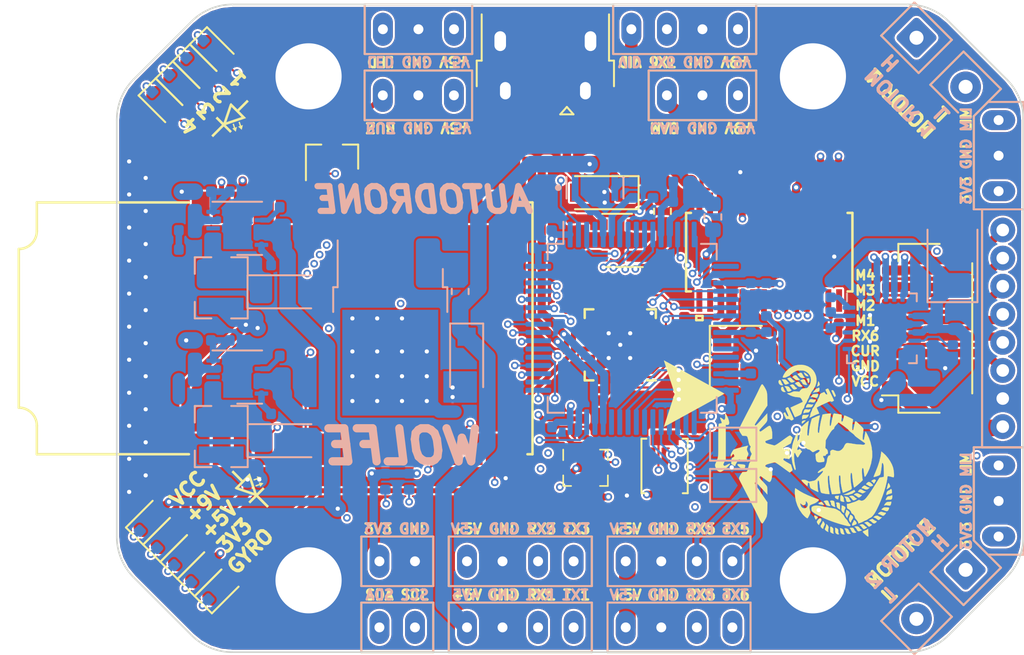
<source format=kicad_pcb>
(kicad_pcb (version 20171130) (host pcbnew "(5.1.6-0-10_14)")
  (layers (0 Signal1 mixed) (1 GND power) (2 Signal2 signal) (3 Signal3 signal) (4 PWR power) (31 Signal4 mixed) (34 B.Paste user hide) (35 F.Paste user hide) (36 B.SilkS user hide) (37 F.SilkS user hide) (38 B.Mask user hide) (39 F.Mask user hide) (44 Edge.Cuts user))
  (net 0 "")
  (net 1 GND)
  (net 2 +3V3)
  (net 3 +3.3VA)
  (net 4 VCC)
  (net 5 +5V)
  (net 6 +5V_USB)
  (net 7 GNDA)
  (net 8 +9V)
  (net 9 /MCU/HSE_IN)
  (net 10 /OSD/SAG)
  (net 11 /CAM)
  (net 12 /OSD/CLKIN)
  (net 13 /Connectors/M3)
  (net 14 /Connectors/M2)
  (net 15 /Connectors/M1)
  (net 16 /Connectors/M4)
  (net 17 /VID)
  (net 18 /MCU/BOOT0)
  (net 19 /MCU/HSE_OUT)
  (net 20 /OSD/XFB)
  (net 21 /Gyro/SPI1_CS)
  (net 22 /Gyro/SPI1_MISO)
  (net 23 /MCU/D+)
  (net 24 /MCU/D-)
  (net 25 +4V5)
  (net 26 /Connectors/USART6_TX)
  (net 27 /Connectors/USART6_RX)
  (net 28 /Debugger/NRST)
  (net 29 /Connectors/USART3_TX)
  (net 30 /Connectors/USART3_RX)
  (net 31 /Connectors/BUZ)
  (net 32 /Connectors/LIMIT2_INT)
  (net 33 /Connectors/LIMIT1_INT)
  (net 34 /Connectors/CURR_SENSE)
  (net 35 /Connectors/LED_STRIP)
  (net 36 /Connectors/I2C2_SCL)
  (net 37 /Connectors/I2C2_SDA)
  (net 38 /Connectors/USB_D+)
  (net 39 /Connectors/USB_D-)
  (net 40 /Connectors/USART1_TX)
  (net 41 /Connectors/USART1_RX)
  (net 42 /MCU/BUZ_MCU)
  (net 43 /Debugger/SWO)
  (net 44 /MCU/UART5_RX)
  (net 45 /MCU/UART5_TX)
  (net 46 /Debugger/SWCLK)
  (net 47 /Debugger/SWDIO)
  (net 48 /MCU/SPI2_MOSI)
  (net 49 /MCU/SPI2_MISO)
  (net 50 /MCU/SPI2_SCK)
  (net 51 /MCU/SPI2_CS)
  (net 52 /WormDriver/VCP)
  (net 53 /MCU/VCC_SENSE)
  (net 54 /WORM2_H)
  (net 55 /WORM2_L)
  (net 56 /WORM1_L)
  (net 57 /WORM1_H)
  (net 58 /Gyro/REGOUT)
  (net 59 /WormDriver/CPH)
  (net 60 /WormDriver/CPL)
  (net 61 /WormDriver/nFAULT)
  (net 62 /OSD/VOUT)
  (net 63 /OSD/VIN)
  (net 64 /OSD/HSYNC)
  (net 65 /OSD/LSYNC)
  (net 66 /OSD/LOS)
  (net 67 /MCU/VCAP)
  (net 68 /Power/VIN_3V3)
  (net 69 /Power/VIN_1V8)
  (net 70 /Power/BP_1V8)
  (net 71 /Power/SW_9)
  (net 72 /Power/BS_9)
  (net 73 /Power/SW_5)
  (net 74 /Power/BS_5)
  (net 75 /Power/COMP_9)
  (net 76 /Power/COMP_5)
  (net 77 /Power/FB_9)
  (net 78 /Power/FB_5)
  (net 79 /Power/FREQ_9)
  (net 80 /Power/FREQ_5)
  (net 81 /Connectors/UART5_TX_CONN)
  (net 82 /Connectors/UART5_RX_CONN)
  (net 83 /MCU/WORM2_PWM)
  (net 84 /MCU/WORM1_PWM)
  (net 85 /MCU/WORM2_DIR)
  (net 86 /MCU/WORM1_DIR)
  (net 87 /MCU/LED_4)
  (net 88 /MCU/LED_3)
  (net 89 /MCU/LED_2)
  (net 90 /MCU/LED_1)
  (net 91 /WormDriver/VREF)
  (net 92 /MCU/BLUE)
  (net 93 /MCU/RED)
  (net 94 /MCU/YELLOW)
  (net 95 /MCU/GREEN)
  (net 96 "Net-(C9-Pad2)")
  (net 97 "Net-(C10-Pad2)")
  (net 98 "Net-(R25-Pad2)")
  (net 99 /Barometer/I2C1_SCL)
  (net 100 /Barometer/I2C1_SDA)
  (net 101 /MCU/3V3)
  (net 102 /MCU/5V)
  (net 103 /MCU/9V)
  (net 104 /MCU/+VCC)
  (net 105 +3V3_GYRO)
  (net 106 "Net-(C29-Pad1)")
  (net 107 "Net-(C36-Pad2)")
  (net 108 /Gyro/CPOUT)
  (net 109 /Gyro/SPI1_MOSI)
  (net 110 /Gyro/SPI1_SCK)
  (net 111 /MCU/3V3_GYRO)
  (module Footprints:LED (layer Signal1) (at 76.73 79.03 225)
    (fp_text reference L6 hide)
    (fp_text value LED hide)
  )
  (module Footprints:LED (layer Signal1) (at 77.95 101.2 315)
    (fp_text reference L5 hide)
    (fp_text value LED hide)
  )
  (module Connector_Wire:SolderWire-0.25sqmm_1x02_P4.2mm_D0.65mm_OD1.7mm (layer Signal1) (at 119.6 75.5 315)
    (fp_text reference J11)
    (fp_text value Conn_01x02)
    (pad 2 thru_hole circle (at 2.1 0 315) (size 1.85 1.85) (drill 0.85) (layers *.Cu *.Mask) (net 56 /WORM1_L))
    (pad 1 thru_hole roundrect (at -2.1 0 315) (size 1.85 1.85) (drill 0.85) (layers *.Cu *.Mask) (roundrect_rratio 0.135135) (net 57 /WORM1_H))
  )
  (module Connector_Wire:SolderWire-0.25sqmm_1x02_P4.2mm_D0.65mm_OD1.7mm (layer Signal1) (at 119.6 107.7 225)
    (fp_text reference J14)
    (fp_text value Conn_01x02)
    (pad 2 thru_hole circle (at 2.1 0 225) (size 1.85 1.85) (drill 0.85) (layers *.Cu *.Mask) (net 55 /WORM2_L))
    (pad 1 thru_hole roundrect (at -2.1 0 225) (size 1.85 1.85) (drill 0.85) (layers *.Cu *.Mask) (roundrect_rratio 0.135135) (net 54 /WORM2_H))
  )
  (module Package_TO_SOT_SMD:SOT-23-5 (layer Signal1) (at 100.01 86.28 180)
    (fp_text reference U4)
    (fp_text value LP2985-3.3)
    (pad 5 smd rect (at 1.1 -0.95 180) (size 1.06 0.65) (layers Signal1 F.Paste F.Mask) (net 105 +3V3_GYRO))
    (pad 4 smd rect (at 1.1 0.95 180) (size 1.06 0.65) (layers Signal1 F.Paste F.Mask) (net 70 /Power/BP_1V8))
    (pad 3 smd rect (at -1.1 0.95 180) (size 1.06 0.65) (layers Signal1 F.Paste F.Mask) (net 69 /Power/VIN_1V8))
    (pad 2 smd rect (at -1.1 0 180) (size 1.06 0.65) (layers Signal1 F.Paste F.Mask) (net 1 GND))
    (pad 1 smd rect (at -1.1 -0.95 180) (size 1.06 0.65) (layers Signal1 F.Paste F.Mask) (net 69 /Power/VIN_1V8))
  )
  (module Sensor_Motion:InvenSense_QFN-24_4x4mm_P0.5mm (layer Signal1) (at 100.2 92.6 180)
    (fp_text reference U5)
    (fp_text value MPU-6000)
    (pad 24 smd roundrect (at -1.25 -1.95 270) (size 0.85 0.3) (layers Signal1 F.Paste F.Mask) (net 109 /Gyro/SPI1_MOSI))
    (pad 23 smd roundrect (at -0.75 -1.95 270) (size 0.85 0.3) (layers Signal1 F.Paste F.Mask) (net 110 /Gyro/SPI1_SCK))
    (pad 22 smd roundrect (at -0.25 -1.95 270) (size 0.85 0.3) (layers Signal1 F.Paste F.Mask))
    (pad 21 smd roundrect (at 0.25 -1.95 270) (size 0.85 0.3) (layers Signal1 F.Paste F.Mask))
    (pad 20 smd roundrect (at 0.75 -1.95 270) (size 0.85 0.3) (layers Signal1 F.Paste F.Mask) (net 108 /Gyro/CPOUT))
    (pad 19 smd roundrect (at 1.25 -1.95 270) (size 0.85 0.3) (layers Signal1 F.Paste F.Mask))
    (pad 18 smd roundrect (at 1.95 -1.25 180) (size 0.85 0.3) (layers Signal1 F.Paste F.Mask) (net 1 GND))
    (pad 17 smd roundrect (at 1.95 -0.75 180) (size 0.85 0.3) (layers Signal1 F.Paste F.Mask))
    (pad 16 smd roundrect (at 1.95 -0.25 180) (size 0.85 0.3) (layers Signal1 F.Paste F.Mask))
    (pad 15 smd roundrect (at 1.95 0.25 180) (size 0.85 0.3) (layers Signal1 F.Paste F.Mask))
    (pad 14 smd roundrect (at 1.95 0.75 180) (size 0.85 0.3) (layers Signal1 F.Paste F.Mask))
    (pad 13 smd roundrect (at 1.95 1.25 180) (size 0.85 0.3) (layers Signal1 F.Paste F.Mask) (net 105 +3V3_GYRO))
    (pad 12 smd roundrect (at 1.25 1.95 270) (size 0.85 0.3) (layers Signal1 F.Paste F.Mask))
    (pad 11 smd roundrect (at 0.75 1.95 270) (size 0.85 0.3) (layers Signal1 F.Paste F.Mask) (net 1 GND))
    (pad 10 smd roundrect (at 0.25 1.95 270) (size 0.85 0.3) (layers Signal1 F.Paste F.Mask) (net 58 /Gyro/REGOUT))
    (pad 9 smd roundrect (at -0.25 1.95 270) (size 0.85 0.3) (layers Signal1 F.Paste F.Mask) (net 22 /Gyro/SPI1_MISO))
    (pad 8 smd roundrect (at -0.75 1.95 270) (size 0.85 0.3) (layers Signal1 F.Paste F.Mask) (net 21 /Gyro/SPI1_CS))
    (pad 7 smd roundrect (at -1.25 1.95 270) (size 0.85 0.3) (layers Signal1 F.Paste F.Mask))
    (pad 6 smd roundrect (at -1.95 1.25 180) (size 0.85 0.3) (layers Signal1 F.Paste F.Mask))
    (pad 5 smd roundrect (at -1.95 0.75 180) (size 0.85 0.3) (layers Signal1 F.Paste F.Mask))
    (pad 4 smd roundrect (at -1.95 0.25 180) (size 0.85 0.3) (layers Signal1 F.Paste F.Mask))
    (pad 3 smd roundrect (at -1.95 -0.25 180) (size 0.85 0.3) (layers Signal1 F.Paste F.Mask))
    (pad 2 smd roundrect (at -1.95 -0.75 180) (size 0.85 0.3) (layers Signal1 F.Paste F.Mask))
    (pad 1 smd roundrect (at -1.95 -1.25 180) (size 0.85 0.3) (layers Signal1 F.Paste F.Mask) (net 1 GND))
  )
  (module Capacitor_SMD:C_0402_1005Metric (layer Signal1) (at 98.48 95.97 180)
    (fp_text reference C19)
    (fp_text value 2.2nF)
    (pad 2 smd roundrect (at 0.485 0 180) (size 0.58 0.63) (layers Signal1 F.Paste F.Mask) (net 1 GND))
    (pad 1 smd roundrect (at -0.485 0 180) (size 0.58 0.63) (layers Signal1 F.Paste F.Mask) (net 108 /Gyro/CPOUT))
  )
  (module Capacitor_SMD:C_0402_1005Metric (layer Signal1) (at 97.08 89.95 90)
    (fp_text reference C18)
    (fp_text value 0.1uF)
    (pad 2 smd roundrect (at 0.485 0 90) (size 0.58 0.63) (layers Signal1 F.Paste F.Mask) (net 1 GND))
    (pad 1 smd roundrect (at -0.485 0 90) (size 0.58 0.63) (layers Signal1 F.Paste F.Mask) (net 105 +3V3_GYRO))
  )
  (module Connector_Wire:SolderWire-0.1sqmm_1x03_P3.6mm_D0.4mm_OD1mm (layer Signal1) (at 123.08 102.05 90)
    (fp_text reference J17)
    (fp_text value Conn_01x03)
    (pad 2 thru_hole oval (at 0 0 90) (size 1.2 2) (drill 0.6) (layers *.Cu *.Mask) (net 1 GND))
    (pad 3 thru_hole oval (at 2.15 0 90) (size 1.2 2) (drill 0.6) (layers *.Cu *.Mask) (net 32 /Connectors/LIMIT2_INT))
    (pad 1 thru_hole oval (at -2.15 0 90) (size 1.2 2) (drill 0.6) (layers *.Cu *.Mask) (net 2 +3V3))
  )
  (module Connector_Wire:SolderWire-0.1sqmm_1x03_P3.6mm_D0.4mm_OD1mm (layer Signal1) (at 123.08 81.15 90)
    (fp_text reference J13)
    (fp_text value Conn_01x03)
    (pad 2 thru_hole oval (at 0 0 90) (size 1.2 2) (drill 0.6) (layers *.Cu *.Mask) (net 1 GND))
    (pad 3 thru_hole oval (at 2.15 0 90) (size 1.2 2) (drill 0.6) (layers *.Cu *.Mask) (net 33 /Connectors/LIMIT1_INT))
    (pad 1 thru_hole oval (at -2.15 0 90) (size 1.2 2) (drill 0.6) (layers *.Cu *.Mask) (net 2 +3V3))
  )
  (module Diode_SMD:D_SOD-123F (layer Signal1) (at 99.11 83.39 180)
    (fp_text reference D4)
    (fp_text value D_Schottky)
    (pad 2 smd rect (at 1.4 0 180) (size 1.1 1.1) (layers Signal1 F.Paste F.Mask) (net 6 +5V_USB))
    (pad 1 smd rect (at -1.4 0 180) (size 1.1 1.1) (layers Signal1 F.Paste F.Mask) (net 25 +4V5))
  )
  (module Diode_SMD:D_SOD-123F (layer Signal4) (at 90.91 93.51 270)
    (fp_text reference D3)
    (fp_text value D_Schottky)
    (pad 2 smd rect (at 1.4 0 270) (size 1.1 1.1) (layers Signal4 B.Paste B.Mask) (net 5 +5V))
    (pad 1 smd rect (at -1.4 0 270) (size 1.1 1.1) (layers Signal4 B.Paste B.Mask) (net 25 +4V5))
  )
  (module Capacitor_Tantalum_SMD:CP_EIA-3528-15_AVX-H_Pad1.50x2.35mm_HandSolder (layer Signal4) (at 120.29 87.38 90)
    (fp_text reference C24)
    (fp_text value 100uF)
    (pad 2 smd roundrect (at 1.625 0 90) (size 1.5 2.35) (layers Signal4 B.Paste B.Mask) (roundrect_rratio 0.166667) (net 1 GND))
    (pad 1 smd roundrect (at -1.625 0 90) (size 1.5 2.35) (layers Signal4 B.Paste B.Mask) (roundrect_rratio 0.166667) (net 5 +5V))
  )
  (module Connector_JST:JST_SH_SM08B-SRSS-TB_1x08-1MP_P1.00mm_Horizontal (layer Signal1) (at 118.8 91.6 90)
    (fp_text reference J5)
    (fp_text value Conn_01x08)
    (pad 2 smd roundrect (at 4.8 1.875 90) (size 1.2 1.8) (layers Signal1 F.Paste F.Mask) (roundrect_rratio 0.208) (net 1 GND))
    (pad 2 smd roundrect (at -4.8 1.875 90) (size 1.2 1.8) (layers Signal1 F.Paste F.Mask) (roundrect_rratio 0.208) (net 1 GND))
    (pad 8 smd roundrect (at 3.5 -2 90) (size 0.6 1.55) (layers Signal1 F.Paste F.Mask) (net 16 /Connectors/M4))
    (pad 7 smd roundrect (at 2.5 -2 90) (size 0.6 1.55) (layers Signal1 F.Paste F.Mask) (net 13 /Connectors/M3))
    (pad 6 smd roundrect (at 1.5 -2 90) (size 0.6 1.55) (layers Signal1 F.Paste F.Mask) (net 14 /Connectors/M2))
    (pad 5 smd roundrect (at 0.5 -2 90) (size 0.6 1.55) (layers Signal1 F.Paste F.Mask) (net 15 /Connectors/M1))
    (pad 4 smd roundrect (at -0.5 -2 90) (size 0.6 1.55) (layers Signal1 F.Paste F.Mask) (net 27 /Connectors/USART6_RX))
    (pad 3 smd roundrect (at -1.5 -2 90) (size 0.6 1.55) (layers Signal1 F.Paste F.Mask) (net 34 /Connectors/CURR_SENSE))
    (pad 2 smd roundrect (at -2.5 -2 90) (size 0.6 1.55) (layers Signal1 F.Paste F.Mask) (net 1 GND))
    (pad 1 smd roundrect (at -3.5 -2 90) (size 0.6 1.55) (layers Signal1 F.Paste F.Mask) (net 4 VCC))
  )
  (module Package_DFN_QFN:VQFN-24-1EP_4x4mm_P0.5mm_EP2.45x2.45mm (layer Signal4) (at 116.02 91.6 270)
    (fp_text reference U7)
    (fp_text value DRV8424E)
    (pad 25 smd rect (at 0 0 270) (size 2.35 2.35) (layers Signal4 B.Mask) (net 1 GND))
    (pad 24 smd roundrect (at -1.25 1.9875 270) (size 0.25 0.775) (layers Signal4 B.Paste B.Mask) (net 52 /WormDriver/VCP))
    (pad 23 smd roundrect (at -0.75 1.9875 270) (size 0.25 0.775) (layers Signal4 B.Paste B.Mask) (net 59 /WormDriver/CPH))
    (pad 22 smd roundrect (at -0.25 1.9875 270) (size 0.25 0.775) (layers Signal4 B.Paste B.Mask) (net 60 /WormDriver/CPL))
    (pad 21 smd roundrect (at 0.25 1.9875 270) (size 0.25 0.775) (layers Signal4 B.Paste B.Mask) (net 5 +5V))
    (pad 20 smd roundrect (at 0.75 1.9875 270) (size 0.25 0.775) (layers Signal4 B.Paste B.Mask) (net 84 /MCU/WORM1_PWM))
    (pad 19 smd roundrect (at 1.25 1.9875 270) (size 0.25 0.775) (layers Signal4 B.Paste B.Mask) (net 86 /MCU/WORM1_DIR))
    (pad 18 smd roundrect (at 1.9875 1.25 270) (size 0.775 0.25) (layers Signal4 B.Paste B.Mask) (net 83 /MCU/WORM2_PWM))
    (pad 17 smd roundrect (at 1.9875 0.75 270) (size 0.775 0.25) (layers Signal4 B.Paste B.Mask) (net 85 /MCU/WORM2_DIR))
    (pad 16 smd roundrect (at 1.9875 0.25 270) (size 0.775 0.25) (layers Signal4 B.Paste B.Mask) (net 1 GND))
    (pad 15 smd roundrect (at 1.9875 -0.25 270) (size 0.775 0.25) (layers Signal4 B.Paste B.Mask) (net 1 GND))
    (pad 14 smd roundrect (at 1.9875 -0.75 270) (size 0.775 0.25) (layers Signal4 B.Paste B.Mask) (net 1 GND))
    (pad 13 smd roundrect (at 1.9875 -1.25 270) (size 0.775 0.25) (layers Signal4 B.Paste B.Mask) (net 91 /WormDriver/VREF))
    (pad 12 smd roundrect (at 1.25 -1.9875 270) (size 0.25 0.775) (layers Signal4 B.Paste B.Mask) (net 91 /WormDriver/VREF))
    (pad 11 smd roundrect (at 0.75 -1.9875 270) (size 0.25 0.775) (layers Signal4 B.Paste B.Mask) (net 61 /WormDriver/nFAULT))
    (pad 10 smd roundrect (at 0.25 -1.9875 270) (size 0.25 0.775) (layers Signal4 B.Paste B.Mask) (net 5 +5V))
    (pad 9 smd roundrect (at -0.25 -1.9875 270) (size 0.25 0.775) (layers Signal4 B.Paste B.Mask) (net 1 GND))
    (pad 8 smd roundrect (at -0.75 -1.9875 270) (size 0.25 0.775) (layers Signal4 B.Paste B.Mask) (net 5 +5V))
    (pad 7 smd roundrect (at -1.25 -1.9875 270) (size 0.25 0.775) (layers Signal4 B.Paste B.Mask) (net 1 GND))
    (pad 6 smd roundrect (at -1.9875 -1.25 270) (size 0.775 0.25) (layers Signal4 B.Paste B.Mask) (net 54 /WORM2_H))
    (pad 5 smd roundrect (at -1.9875 -0.75 270) (size 0.775 0.25) (layers Signal4 B.Paste B.Mask) (net 55 /WORM2_L))
    (pad 4 smd roundrect (at -1.9875 -0.25 270) (size 0.775 0.25) (layers Signal4 B.Paste B.Mask) (net 56 /WORM1_L))
    (pad 3 smd roundrect (at -1.9875 0.25 270) (size 0.775 0.25) (layers Signal4 B.Paste B.Mask) (net 57 /WORM1_H))
    (pad 2 smd roundrect (at -1.9875 0.75 270) (size 0.775 0.25) (layers Signal4 B.Paste B.Mask) (net 1 GND))
    (pad 1 smd roundrect (at -1.9875 1.25 270) (size 0.775 0.25) (layers Signal4 B.Paste B.Mask) (net 5 +5V))
  )
  (module Package_LGA:Bosch_LGA-8_2x2.5mm_P0.65mm_ClockwisePinNumbering (layer Signal1) (at 98.1 100.04)
    (fp_text reference U6)
    (fp_text value BMP280)
    (pad 8 smd rect (at -0.975 0.8 90) (size 0.5 0.35) (layers Signal1 F.Paste F.Mask) (net 2 +3V3))
    (pad 2 smd rect (at -0.325 -0.8 90) (size 0.5 0.35) (layers Signal1 F.Paste F.Mask) (net 2 +3V3))
    (pad 3 smd rect (at 0.325 -0.8 90) (size 0.5 0.35) (layers Signal1 F.Paste F.Mask) (net 100 /Barometer/I2C1_SDA))
    (pad 4 smd rect (at 0.975 -0.8 90) (size 0.5 0.35) (layers Signal1 F.Paste F.Mask) (net 99 /Barometer/I2C1_SCL))
    (pad 7 smd rect (at -0.325 0.8 90) (size 0.5 0.35) (layers Signal1 F.Paste F.Mask) (net 1 GND))
    (pad 6 smd rect (at 0.325 0.8 90) (size 0.5 0.35) (layers Signal1 F.Paste F.Mask) (net 2 +3V3))
    (pad 5 smd rect (at 0.975 0.8 90) (size 0.5 0.35) (layers Signal1 F.Paste F.Mask) (net 1 GND))
    (pad 1 smd rect (at -0.975 -0.8 90) (size 0.5 0.35) (layers Signal1 F.Paste F.Mask) (net 1 GND))
  )
  (module Connector_Wire:SolderWire-0.1sqmm_1x03_P3.6mm_D0.4mm_OD1mm (layer Signal1) (at 105.17 77.5 180)
    (fp_text reference J3)
    (fp_text value Conn_01x03)
    (pad 2 thru_hole oval (at 0 0 180) (size 1.2 2) (drill 0.6) (layers *.Cu *.Mask) (net 1 GND))
    (pad 3 thru_hole oval (at 2.15 0 180) (size 1.2 2) (drill 0.6) (layers *.Cu *.Mask) (net 11 /CAM))
    (pad 1 thru_hole oval (at -2.15 0 180) (size 1.2 2) (drill 0.6) (layers *.Cu *.Mask) (net 8 +9V))
  )
  (module Connector_Wire:SolderWire-0.1sqmm_1x03_P3.6mm_D0.4mm_OD1mm (layer Signal1) (at 87.99 77.5 180)
    (fp_text reference J12)
    (fp_text value Conn_01x03)
    (pad 2 thru_hole oval (at 0 0 180) (size 1.2 2) (drill 0.6) (layers *.Cu *.Mask) (net 1 GND))
    (pad 3 thru_hole oval (at 2.15 0 180) (size 1.2 2) (drill 0.6) (layers *.Cu *.Mask) (net 31 /Connectors/BUZ))
    (pad 1 thru_hole oval (at -2.15 0 180) (size 1.2 2) (drill 0.6) (layers *.Cu *.Mask) (net 5 +5V))
  )
  (module Connector_Wire:SolderWire-0.1sqmm_1x03_P3.6mm_D0.4mm_OD1mm (layer Signal1) (at 87.994999 73.5 180)
    (fp_text reference J15)
    (fp_text value Conn_01x03)
    (pad 2 thru_hole oval (at 0 0 180) (size 1.2 2) (drill 0.6) (layers *.Cu *.Mask) (net 1 GND))
    (pad 3 thru_hole oval (at 2.15 0 180) (size 1.2 2) (drill 0.6) (layers *.Cu *.Mask) (net 35 /Connectors/LED_STRIP))
    (pad 1 thru_hole oval (at -2.15 0 180) (size 1.2 2) (drill 0.6) (layers *.Cu *.Mask) (net 5 +5V))
  )
  (module Connector_Wire:SolderWire-0.1sqmm_1x02_P3.6mm_D0.4mm_OD1mm (layer Signal1) (at 86.71 109.7)
    (fp_text reference J16)
    (fp_text value Conn_01x02)
    (pad 2 thru_hole oval (at 1.075 0) (size 1.2 2) (drill 0.6) (layers *.Cu *.Mask) (net 36 /Connectors/I2C2_SCL))
    (pad 1 thru_hole oval (at -1.075 0) (size 1.2 2) (drill 0.6) (layers *.Cu *.Mask) (net 37 /Connectors/I2C2_SDA))
  )
  (module Connector_Wire:SolderWire-0.1sqmm_1x02_P3.6mm_D0.4mm_OD1mm (layer Signal1) (at 86.71 105.7)
    (fp_text reference J10)
    (fp_text value Conn_01x02)
    (pad 2 thru_hole oval (at 1.075 0) (size 1.2 2) (drill 0.6) (layers *.Cu *.Mask) (net 1 GND))
    (pad 1 thru_hole oval (at -1.075 0) (size 1.2 2) (drill 0.6) (layers *.Cu *.Mask) (net 2 +3V3))
  )
  (module Connector_Wire:SolderWire-0.1sqmm_1x04_P3.6mm_D0.4mm_OD1mm (layer Signal1) (at 103.75 105.7)
    (fp_text reference J2)
    (fp_text value Conn_01x04)
    (pad 4 thru_hole oval (at 3.23 0) (size 1.2 2) (drill 0.6) (layers *.Cu *.Mask) (net 81 /Connectors/UART5_TX_CONN))
    (pad 2 thru_hole oval (at -1.07 0) (size 1.2 2) (drill 0.6) (layers *.Cu *.Mask) (net 1 GND))
    (pad 3 thru_hole oval (at 1.08 0) (size 1.2 2) (drill 0.6) (layers *.Cu *.Mask) (net 82 /Connectors/UART5_RX_CONN))
    (pad 1 thru_hole oval (at -3.22 0) (size 1.2 2) (drill 0.6) (layers *.Cu *.Mask) (net 5 +5V))
  )
  (module Connector_Wire:SolderWire-0.1sqmm_1x04_P3.6mm_D0.4mm_OD1mm (layer Signal1) (at 94.15 105.7)
    (fp_text reference J8)
    (fp_text value Conn_01x04)
    (pad 4 thru_hole oval (at 3.23 0) (size 1.2 2) (drill 0.6) (layers *.Cu *.Mask) (net 29 /Connectors/USART3_TX))
    (pad 2 thru_hole oval (at -1.07 0) (size 1.2 2) (drill 0.6) (layers *.Cu *.Mask) (net 1 GND))
    (pad 3 thru_hole oval (at 1.08 0) (size 1.2 2) (drill 0.6) (layers *.Cu *.Mask) (net 30 /Connectors/USART3_RX))
    (pad 1 thru_hole oval (at -3.22 0) (size 1.2 2) (drill 0.6) (layers *.Cu *.Mask) (net 5 +5V))
  )
  (module Connector_Wire:SolderWire-0.1sqmm_1x04_P3.6mm_D0.4mm_OD1mm (layer Signal1) (at 104.1 73.5 180)
    (fp_text reference J9)
    (fp_text value Conn_01x04)
    (pad 4 thru_hole oval (at 3.23 0 180) (size 1.2 2) (drill 0.6) (layers *.Cu *.Mask) (net 17 /VID))
    (pad 2 thru_hole oval (at -1.07 0 180) (size 1.2 2) (drill 0.6) (layers *.Cu *.Mask) (net 1 GND))
    (pad 3 thru_hole oval (at 1.08 0 180) (size 1.2 2) (drill 0.6) (layers *.Cu *.Mask) (net 26 /Connectors/USART6_TX))
    (pad 1 thru_hole oval (at -3.22 0 180) (size 1.2 2) (drill 0.6) (layers *.Cu *.Mask) (net 8 +9V))
  )
  (module Connector_Wire:SolderWire-0.1sqmm_1x04_P3.6mm_D0.4mm_OD1mm (layer Signal1) (at 94.15 109.7)
    (fp_text reference J1)
    (fp_text value Conn_01x04)
    (pad 4 thru_hole oval (at 3.23 0) (size 1.2 2) (drill 0.6) (layers *.Cu *.Mask) (net 40 /Connectors/USART1_TX))
    (pad 2 thru_hole oval (at -1.07 0) (size 1.2 2) (drill 0.6) (layers *.Cu *.Mask) (net 1 GND))
    (pad 3 thru_hole oval (at 1.08 0) (size 1.2 2) (drill 0.6) (layers *.Cu *.Mask) (net 41 /Connectors/USART1_RX))
    (pad 1 thru_hole oval (at -3.22 0) (size 1.2 2) (drill 0.6) (layers *.Cu *.Mask) (net 25 +4V5))
  )
  (module Connector_Wire:SolderWire-0.1sqmm_1x04_P3.6mm_D0.4mm_OD1mm (layer Signal1) (at 103.75 109.7)
    (fp_text reference J7)
    (fp_text value Conn_01x04)
    (pad 4 thru_hole oval (at 3.23 0) (size 1.2 2) (drill 0.6) (layers *.Cu *.Mask) (net 26 /Connectors/USART6_TX))
    (pad 2 thru_hole oval (at -1.07 0) (size 1.2 2) (drill 0.6) (layers *.Cu *.Mask) (net 1 GND))
    (pad 3 thru_hole oval (at 1.08 0) (size 1.2 2) (drill 0.6) (layers *.Cu *.Mask) (net 27 /Connectors/USART6_RX))
    (pad 1 thru_hole oval (at -3.22 0) (size 1.2 2) (drill 0.6) (layers *.Cu *.Mask) (net 5 +5V))
  )
  (module Inductor_SMD:L_0603_1608Metric (layer Signal1) (at 102.75 84.52 90)
    (fp_text reference FB2)
    (fp_text value "100 @ 100 Mhz")
    (pad 2 smd roundrect (at 0.7875 0 90) (size 0.875 0.95) (layers Signal1 F.Paste F.Mask) (net 25 +4V5))
    (pad 1 smd roundrect (at -0.7875 0 90) (size 0.875 0.95) (layers Signal1 F.Paste F.Mask) (net 69 /Power/VIN_1V8))
  )
  (module Footprints:OSC_CSTNE8M00G55Z000R0 (layer Signal4) (at 98.67 83.09)
    (fp_text reference Y2)
    (fp_text value CSTNE8M00G55Z000R0)
    (pad 3 smd rect (at 1.2 0) (size 0.4 1.6) (layers Signal4 B.Paste B.Mask) (net 98 "Net-(R25-Pad2)"))
    (pad 2 smd rect (at 0 0) (size 0.4 1.6) (layers Signal4 B.Paste B.Mask) (net 1 GND))
    (pad 1 smd rect (at -1.2 0) (size 0.4 1.6) (layers Signal4 B.Paste B.Mask) (net 9 /MCU/HSE_IN))
  )
  (module Resistor_SMD:R_0402_1005Metric (layer Signal4) (at 72.25 77.65 315)
    (fp_text reference R35)
    (fp_text value 1k)
    (pad 2 smd roundrect (at 0.485 0 315) (size 0.58 0.63) (layers Signal4 B.Paste B.Mask) (net 1 GND))
    (pad 1 smd roundrect (at -0.485 0 315) (size 0.58 0.63) (layers Signal4 B.Paste B.Mask) (net 95 /MCU/GREEN))
  )
  (module Resistor_SMD:R_0402_1005Metric (layer Signal4) (at 73.28 76.62 315)
    (fp_text reference R33)
    (fp_text value 1k)
    (pad 2 smd roundrect (at 0.485 0 315) (size 0.58 0.63) (layers Signal4 B.Paste B.Mask) (net 1 GND))
    (pad 1 smd roundrect (at -0.485 0 315) (size 0.58 0.63) (layers Signal4 B.Paste B.Mask) (net 94 /MCU/YELLOW))
  )
  (module Resistor_SMD:R_0402_1005Metric (layer Signal4) (at 74.31 75.59 315)
    (fp_text reference R31)
    (fp_text value 1k)
    (pad 2 smd roundrect (at 0.485 0 315) (size 0.58 0.63) (layers Signal4 B.Paste B.Mask) (net 1 GND))
    (pad 1 smd roundrect (at -0.485 0 315) (size 0.58 0.63) (layers Signal4 B.Paste B.Mask) (net 93 /MCU/RED))
  )
  (module Resistor_SMD:R_0402_1005Metric (layer Signal4) (at 75.35 74.55 315)
    (fp_text reference R27)
    (fp_text value 1k)
    (pad 2 smd roundrect (at 0.485 0 315) (size 0.58 0.63) (layers Signal4 B.Paste B.Mask) (net 1 GND))
    (pad 1 smd roundrect (at -0.485 0 315) (size 0.58 0.63) (layers Signal4 B.Paste B.Mask) (net 92 /MCU/BLUE))
  )
  (module LED_SMD:LED_0603_1608Metric (layer Signal1) (at 72.638888 78.039325 315)
    (fp_text reference D11)
    (fp_text value GREEN)
    (pad 2 smd roundrect (at 0.7875 0 315) (size 0.875 0.95) (layers Signal1 F.Paste F.Mask) (net 87 /MCU/LED_4))
    (pad 1 smd roundrect (at -0.7875 0 315) (size 0.875 0.95) (layers Signal1 F.Paste F.Mask) (net 95 /MCU/GREEN))
  )
  (module LED_SMD:LED_0603_1608Metric (layer Signal1) (at 73.671264 77.006949 315)
    (fp_text reference D9)
    (fp_text value YELLOW)
    (pad 2 smd roundrect (at 0.7875 0 315) (size 0.875 0.95) (layers Signal1 F.Paste F.Mask) (net 88 /MCU/LED_3))
    (pad 1 smd roundrect (at -0.7875 0 315) (size 0.875 0.95) (layers Signal1 F.Paste F.Mask) (net 94 /MCU/YELLOW))
  )
  (module LED_SMD:LED_0603_1608Metric (layer Signal1) (at 74.70364 75.974573 315)
    (fp_text reference D7)
    (fp_text value RED)
    (pad 2 smd roundrect (at 0.7875 0 315) (size 0.875 0.95) (layers Signal1 F.Paste F.Mask) (net 89 /MCU/LED_2))
    (pad 1 smd roundrect (at -0.7875 0 315) (size 0.875 0.95) (layers Signal1 F.Paste F.Mask) (net 93 /MCU/RED))
  )
  (module LED_SMD:LED_0603_1608Metric (layer Signal1) (at 75.736016 74.942197 315)
    (fp_text reference D5)
    (fp_text value BLUE)
    (pad 2 smd roundrect (at 0.7875 0 315) (size 0.875 0.95) (layers Signal1 F.Paste F.Mask) (net 90 /MCU/LED_1))
    (pad 1 smd roundrect (at -0.7875 0 315) (size 0.875 0.95) (layers Signal1 F.Paste F.Mask) (net 92 /MCU/BLUE))
  )
  (module Package_TO_SOT_SMD:TO-252-2 (layer Signal4) (at 86.29 91.579999 270)
    (fp_text reference U3)
    (fp_text value LD1086DT33TR)
    (pad 2 smd rect (at 2.1 0 270) (size 6.4 5.8) (layers Signal4 B.Mask) (net 2 +3V3))
    (pad 3 smd rect (at -4.2 -2.28 270) (size 2.2 1.2) (layers Signal4 B.Paste B.Mask) (net 68 /Power/VIN_3V3))
    (pad 1 smd rect (at -4.2 2.28 270) (size 2.2 1.2) (layers Signal4 B.Paste B.Mask) (net 1 GND))
  )
  (module Capacitor_SMD:C_0402_1005Metric (layer Signal4) (at 90.72 96.64)
    (fp_text reference C14)
    (fp_text value 10uF)
    (pad 2 smd roundrect (at 0.485 0) (size 0.58 0.63) (layers Signal4 B.Paste B.Mask) (net 1 GND))
    (pad 1 smd roundrect (at -0.485 0) (size 0.58 0.63) (layers Signal4 B.Paste B.Mask) (net 2 +3V3))
  )
  (module Capacitor_SMD:C_0402_1005Metric (layer Signal4) (at 90.26 86.96 90)
    (fp_text reference C13)
    (fp_text value 10uF)
    (pad 2 smd roundrect (at 0.485 0 90) (size 0.58 0.63) (layers Signal4 B.Paste B.Mask) (net 1 GND))
    (pad 1 smd roundrect (at -0.485 0 90) (size 0.58 0.63) (layers Signal4 B.Paste B.Mask) (net 68 /Power/VIN_3V3))
  )
  (module Package_DFN_QFN:DFN-10-1EP_3x3mm_P0.5mm_EP1.7x2.5mm (layer Signal4) (at 77.04 94.55)
    (fp_text reference U1)
    (fp_text value MP4462)
    (pad 6 smd rect (at 0 0) (size 1.7 2.5) (layers Signal4 B.Mask) (net 1 GND))
    (pad 10 smd roundrect (at 1.4625 1) (size 0.825 0.25) (layers Signal4 B.Paste B.Mask) (net 74 /Power/BS_5))
    (pad 9 smd roundrect (at 1.4625 0.5) (size 0.825 0.25) (layers Signal4 B.Paste B.Mask) (net 4 VCC))
    (pad 8 smd roundrect (at 1.4625 0) (size 0.825 0.25) (layers Signal4 B.Paste B.Mask) (net 4 VCC))
    (pad 7 smd roundrect (at 1.4625 -0.5) (size 0.825 0.25) (layers Signal4 B.Paste B.Mask) (net 80 /Power/FREQ_5))
    (pad 6 smd roundrect (at 1.4625 -1) (size 0.825 0.25) (layers Signal4 B.Paste B.Mask) (net 1 GND))
    (pad 5 smd roundrect (at -1.4625 -1) (size 0.825 0.25) (layers Signal4 B.Paste B.Mask) (net 78 /Power/FB_5))
    (pad 4 smd roundrect (at -1.4625 -0.5) (size 0.825 0.25) (layers Signal4 B.Paste B.Mask) (net 76 /Power/COMP_5))
    (pad 3 smd roundrect (at -1.4625 0) (size 0.825 0.25) (layers Signal4 B.Paste B.Mask))
    (pad 2 smd roundrect (at -1.4625 0.5) (size 0.825 0.25) (layers Signal4 B.Paste B.Mask) (net 73 /Power/SW_5))
    (pad 1 smd roundrect (at -1.4625 1) (size 0.825 0.25) (layers Signal4 B.Paste B.Mask) (net 73 /Power/SW_5))
  )
  (module Package_DFN_QFN:DFN-10-1EP_3x3mm_P0.5mm_EP1.7x2.5mm (layer Signal4) (at 77.04 85.55)
    (fp_text reference U2)
    (fp_text value MP4462)
    (pad 6 smd rect (at 0 0) (size 1.7 2.5) (layers Signal4 B.Mask) (net 1 GND))
    (pad 10 smd roundrect (at 1.4625 1) (size 0.825 0.25) (layers Signal4 B.Paste B.Mask) (net 72 /Power/BS_9))
    (pad 9 smd roundrect (at 1.4625 0.5) (size 0.825 0.25) (layers Signal4 B.Paste B.Mask) (net 4 VCC))
    (pad 8 smd roundrect (at 1.4625 0) (size 0.825 0.25) (layers Signal4 B.Paste B.Mask) (net 4 VCC))
    (pad 7 smd roundrect (at 1.4625 -0.5) (size 0.825 0.25) (layers Signal4 B.Paste B.Mask) (net 79 /Power/FREQ_9))
    (pad 6 smd roundrect (at 1.4625 -1) (size 0.825 0.25) (layers Signal4 B.Paste B.Mask) (net 1 GND))
    (pad 5 smd roundrect (at -1.4625 -1) (size 0.825 0.25) (layers Signal4 B.Paste B.Mask) (net 77 /Power/FB_9))
    (pad 4 smd roundrect (at -1.4625 -0.5) (size 0.825 0.25) (layers Signal4 B.Paste B.Mask) (net 75 /Power/COMP_9))
    (pad 3 smd roundrect (at -1.4625 0) (size 0.825 0.25) (layers Signal4 B.Paste B.Mask))
    (pad 2 smd roundrect (at -1.4625 0.5) (size 0.825 0.25) (layers Signal4 B.Paste B.Mask) (net 71 /Power/SW_9))
    (pad 1 smd roundrect (at -1.4625 1) (size 0.825 0.25) (layers Signal4 B.Paste B.Mask) (net 71 /Power/SW_9))
  )
  (module Footprints:STLINKV3MODS (layer Signal1) (at 64.92 91.6 90)
    (fp_text reference U8)
    (fp_text value STLINK-V3MODS)
    (pad 9 smd rect (at -7.32003 20.066 90) (size 1.89992 1.0701) (layers Signal1 F.Paste F.Mask))
    (pad 8 smd rect (at -7.32003 18.796 90) (size 1.89992 1.0701) (layers Signal1 F.Paste F.Mask) (net 1 GND))
    (pad 7 smd rect (at -7.32003 17.526 90) (size 1.89992 1.0701) (layers Signal1 F.Paste F.Mask))
    (pad 6 smd rect (at -7.32003 16.256 90) (size 1.89992 1.0701) (layers Signal1 F.Paste F.Mask) (net 43 /Debugger/SWO))
    (pad 5 smd rect (at -7.32003 14.986 90) (size 1.89992 1.0701) (layers Signal1 F.Paste F.Mask))
    (pad 4 smd rect (at -7.32003 13.716 90) (size 1.89992 1.0701) (layers Signal1 F.Paste F.Mask) (net 47 /Debugger/SWDIO))
    (pad 32 smd rect (at 7.32003 9.906 90) (size 1.89992 1.0701) (layers Signal1 F.Paste F.Mask))
    (pad 31 smd rect (at 7.32003 11.176 90) (size 1.89992 1.0701) (layers Signal1 F.Paste F.Mask) (net 28 /Debugger/NRST))
    (pad 30 smd rect (at 7.32003 12.446 90) (size 1.89992 1.0701) (layers Signal1 F.Paste F.Mask) (net 2 +3V3))
    (pad 3 smd rect (at -7.32003 12.446 90) (size 1.89992 1.0701) (layers Signal1 F.Paste F.Mask))
    (pad 29 smd rect (at 7.32003 13.716 90) (size 1.89992 1.0701) (layers Signal1 F.Paste F.Mask) (net 1 GND))
    (pad 28 smd rect (at 7.32003 14.986 90) (size 1.89992 1.0701) (layers Signal1 F.Paste F.Mask))
    (pad 27 smd rect (at 7.32003 16.256 90) (size 1.89992 1.0701) (layers Signal1 F.Paste F.Mask) (net 1 GND))
    (pad 26 smd rect (at 7.32003 17.526 90) (size 1.89992 1.0701) (layers Signal1 F.Paste F.Mask) (net 1 GND))
    (pad 25 smd rect (at 7.32003 18.796 90) (size 1.89992 1.0701) (layers Signal1 F.Paste F.Mask))
    (pad 24 smd rect (at 7.32003 20.066 90) (size 1.89992 1.0701) (layers Signal1 F.Paste F.Mask) (net 1 GND))
    (pad 23 smd rect (at 7.32003 21.336 90) (size 1.89992 1.0701) (layers Signal1 F.Paste F.Mask))
    (pad 22 smd rect (at 7.32003 22.606 90) (size 1.89992 1.0701) (layers Signal1 F.Paste F.Mask))
    (pad 21 smd rect (at 7.32003 23.876 90) (size 1.89992 1.0701) (layers Signal1 F.Paste F.Mask))
    (pad 20 smd rect (at 7.32003 25.146 90) (size 1.89992 1.0701) (layers Signal1 F.Paste F.Mask))
    (pad 2 smd rect (at -7.32003 11.176 90) (size 1.89992 1.0701) (layers Signal1 F.Paste F.Mask))
    (pad 19 smd rect (at 7.32003 26.416 90) (size 1.89992 1.0701) (layers Signal1 F.Paste F.Mask))
    (pad 18 smd rect (at 7.32003 27.686 90) (size 1.89992 1.0701) (layers Signal1 F.Paste F.Mask))
    (pad 17 smd rect (at 7.32003 28.956 90) (size 1.89992 1.0701) (layers Signal1 F.Paste F.Mask))
    (pad 16 smd rect (at -7.32003 28.956 90) (size 1.89992 1.0701) (layers Signal1 F.Paste F.Mask))
    (pad 15 smd rect (at -7.32003 27.686 90) (size 1.89992 1.0701) (layers Signal1 F.Paste F.Mask) (net 44 /MCU/UART5_RX))
    (pad 14 smd rect (at -7.32003 26.416 90) (size 1.89992 1.0701) (layers Signal1 F.Paste F.Mask))
    (pad 13 smd rect (at -7.32003 25.146 90) (size 1.89992 1.0701) (layers Signal1 F.Paste F.Mask) (net 46 /Debugger/SWCLK))
    (pad 12 smd rect (at -7.32003 23.876 90) (size 1.89992 1.0701) (layers Signal1 F.Paste F.Mask) (net 45 /MCU/UART5_TX))
    (pad 11 smd rect (at -7.32003 22.606 90) (size 1.89992 1.0701) (layers Signal1 F.Paste F.Mask))
    (pad 10 smd rect (at -7.32003 21.336 90) (size 1.89992 1.0701) (layers Signal1 F.Paste F.Mask))
    (pad 1 smd rect (at -7.32003 9.906 90) (size 1.89992 1.0701) (layers Signal1 F.Paste F.Mask))
  )
  (module Jumper:SolderJumper-2_P1.3mm_Open_TrianglePad1.0x1.5mm (layer Signal4) (at 107.03 98.61)
    (fp_text reference JP2)
    (fp_text value SolderJumper_2_Open)
    (pad 1 smd custom (at -0.725 0) (size 0.3 0.3) (layers Signal4 B.Mask) (net 45 /MCU/UART5_TX) (options (clearance outline) (anchor rect)) (primitives (gr_poly (pts (xy -0.5 0.75) (xy 0.5 0.75) (xy 1 0) (xy 0.5 -0.75) (xy -0.5 -0.75)) (width 0))))
    (pad 2 smd custom (at 0.725 0) (size 0.3 0.3) (layers Signal4 B.Mask) (net 81 /Connectors/UART5_TX_CONN) (options (clearance outline) (anchor rect)) (primitives (gr_poly (pts (xy -0.65 0.75) (xy 0.5 0.75) (xy 0.5 -0.75) (xy -0.65 -0.75) (xy -0.15 0)) (width 0))))
  )
  (module Jumper:SolderJumper-2_P1.3mm_Open_TrianglePad1.0x1.5mm (layer Signal4) (at 107.030001 101.11)
    (fp_text reference JP1)
    (fp_text value SolderJumper_2_Open)
    (pad 1 smd custom (at -0.725 0) (size 0.3 0.3) (layers Signal4 B.Mask) (net 44 /MCU/UART5_RX) (options (clearance outline) (anchor rect)) (primitives (gr_poly (pts (xy -0.5 0.75) (xy 0.5 0.75) (xy 1 0) (xy 0.5 -0.75) (xy -0.5 -0.75)) (width 0))))
    (pad 2 smd custom (at 0.725 0) (size 0.3 0.3) (layers Signal4 B.Mask) (net 82 /Connectors/UART5_RX_CONN) (options (clearance outline) (anchor rect)) (primitives (gr_poly (pts (xy -0.65 0.75) (xy 0.5 0.75) (xy 0.5 -0.75) (xy -0.65 -0.75) (xy -0.15 0)) (width 0))))
  )
  (module Resistor_SMD:R_0402_1005Metric (layer Signal4) (at 120.31 92.12 90)
    (fp_text reference R13)
    (fp_text value 10k)
    (pad 2 smd roundrect (at 0.485 0 90) (size 0.58 0.63) (layers Signal4 B.Paste B.Mask) (net 5 +5V))
    (pad 1 smd roundrect (at -0.485 0 90) (size 0.58 0.63) (layers Signal4 B.Paste B.Mask) (net 61 /WormDriver/nFAULT))
  )
  (module Resistor_SMD:R_0402_1005Metric (layer Signal4) (at 119.11 94.23 270)
    (fp_text reference R12)
    (fp_text value 75k)
    (pad 2 smd roundrect (at 0.485 0 270) (size 0.58 0.63) (layers Signal4 B.Paste B.Mask) (net 91 /WormDriver/VREF))
    (pad 1 smd roundrect (at -0.485 0 270) (size 0.58 0.63) (layers Signal4 B.Paste B.Mask) (net 1 GND))
  )
  (module Resistor_SMD:R_0402_1005Metric (layer Signal4) (at 117.46 94.69)
    (fp_text reference R11)
    (fp_text value 67k)
    (pad 2 smd roundrect (at 0.485 0) (size 0.58 0.63) (layers Signal4 B.Paste B.Mask) (net 91 /WormDriver/VREF))
    (pad 1 smd roundrect (at -0.485 0) (size 0.58 0.63) (layers Signal4 B.Paste B.Mask) (net 5 +5V))
  )
  (module Capacitor_SMD:C_0402_1005Metric (layer Signal4) (at 119.11 92.12 270)
    (fp_text reference C27)
    (fp_text value 0.47uF)
    (pad 2 smd roundrect (at 0.485 0 270) (size 0.58 0.63) (layers Signal4 B.Paste B.Mask) (net 1 GND))
    (pad 1 smd roundrect (at -0.485 0 270) (size 0.58 0.63) (layers Signal4 B.Paste B.Mask) (net 5 +5V))
  )
  (module Capacitor_SMD:C_0402_1005Metric (layer Signal4) (at 112.93 91.1 90)
    (fp_text reference C26)
    (fp_text value 0.022uF)
    (pad 2 smd roundrect (at 0.485 0 90) (size 0.58 0.63) (layers Signal4 B.Paste B.Mask) (net 59 /WormDriver/CPH))
    (pad 1 smd roundrect (at -0.485 0 90) (size 0.58 0.63) (layers Signal4 B.Paste B.Mask) (net 60 /WormDriver/CPL))
  )
  (module Capacitor_SMD:C_0402_1005Metric (layer Signal4) (at 119.82 90.47)
    (fp_text reference C25)
    (fp_text value 0.01uF)
    (pad 2 smd roundrect (at 0.485 0) (size 0.58 0.63) (layers Signal4 B.Paste B.Mask) (net 1 GND))
    (pad 1 smd roundrect (at -0.485 0) (size 0.58 0.63) (layers Signal4 B.Paste B.Mask) (net 5 +5V))
  )
  (module Capacitor_SMD:C_0402_1005Metric (layer Signal4) (at 80.34 94.4 180)
    (fp_text reference C5)
    (fp_text value 4.7uF)
    (pad 2 smd roundrect (at 0.485 0 180) (size 0.58 0.63) (layers Signal4 B.Paste B.Mask) (net 4 VCC))
    (pad 1 smd roundrect (at -0.485 0 180) (size 0.58 0.63) (layers Signal4 B.Paste B.Mask) (net 1 GND))
  )
  (module Capacitor_SMD:C_0402_1005Metric (layer Signal4) (at 114.33 88.51)
    (fp_text reference C23)
    (fp_text value 0.01uF)
    (pad 2 smd roundrect (at 0.485 0) (size 0.58 0.63) (layers Signal4 B.Paste B.Mask) (net 1 GND))
    (pad 1 smd roundrect (at -0.485 0) (size 0.58 0.63) (layers Signal4 B.Paste B.Mask) (net 5 +5V))
  )
  (module Capacitor_SMD:C_0402_1005Metric (layer Signal4) (at 80.34 85.4 180)
    (fp_text reference C7)
    (fp_text value 4.7uF)
    (pad 2 smd roundrect (at 0.485 0 180) (size 0.58 0.63) (layers Signal4 B.Paste B.Mask) (net 4 VCC))
    (pad 1 smd roundrect (at -0.485 0 180) (size 0.58 0.63) (layers Signal4 B.Paste B.Mask) (net 1 GND))
  )
  (module Capacitor_SMD:C_0402_1005Metric (layer Signal4) (at 78.6 100.02)
    (fp_text reference C3)
    (fp_text value 33uF)
    (pad 2 smd roundrect (at 0.485 0) (size 0.58 0.63) (layers Signal4 B.Paste B.Mask) (net 1 GND))
    (pad 1 smd roundrect (at -0.485 0) (size 0.58 0.63) (layers Signal4 B.Paste B.Mask) (net 5 +5V))
  )
  (module Capacitor_SMD:C_0402_1005Metric (layer Signal4) (at 78.6 91.01)
    (fp_text reference C4)
    (fp_text value 22uF)
    (pad 2 smd roundrect (at 0.485 0) (size 0.58 0.63) (layers Signal4 B.Paste B.Mask) (net 1 GND))
    (pad 1 smd roundrect (at -0.485 0) (size 0.58 0.63) (layers Signal4 B.Paste B.Mask) (net 8 +9V))
  )
  (module Capacitor_SMD:C_0402_1005Metric (layer Signal4) (at 112.93 89.24 90)
    (fp_text reference C28)
    (fp_text value 0.22uF)
    (pad 2 smd roundrect (at 0.485 0 90) (size 0.58 0.63) (layers Signal4 B.Paste B.Mask) (net 5 +5V))
    (pad 1 smd roundrect (at -0.485 0 90) (size 0.58 0.63) (layers Signal4 B.Paste B.Mask) (net 52 /WormDriver/VCP))
  )
  (module Footprints:Arrow (layer Signal1) (at 104.67 95.55)
    (fp_text reference L2 hide)
    (fp_text value Arrow hide)
  )
  (module LED_SMD:LED_0603_1608Metric (layer Signal1) (at 76.033209 107.279676 45)
    (fp_text reference D6)
    (fp_text value BLUE)
    (pad 2 smd roundrect (at 0.7875 0 45) (size 0.875 0.95) (layers Signal1 F.Paste F.Mask) (net 105 +3V3_GYRO))
    (pad 1 smd roundrect (at -0.7875 0 45) (size 0.875 0.95) (layers Signal1 F.Paste F.Mask) (net 111 /MCU/3V3_GYRO))
  )
  (module Inductor_SMD:L_Bourns-SRN3015 (layer Signal4) (at 76.07 98.15 180)
    (fp_text reference L3)
    (fp_text value 6.8uH)
    (pad 2 smd rect (at 0 -1.1 180) (size 2.7 1) (layers Signal4 B.Paste B.Mask) (net 5 +5V))
    (pad 1 smd rect (at 0 1.1 180) (size 2.7 1) (layers Signal4 B.Paste B.Mask) (net 73 /Power/SW_5))
  )
  (module Inductor_SMD:L_Bourns-SRN3015 (layer Signal4) (at 76.07 89.15 180)
    (fp_text reference L4)
    (fp_text value 8.2uH)
    (pad 2 smd rect (at 0 -1.1 180) (size 2.7 1) (layers Signal4 B.Paste B.Mask) (net 8 +9V))
    (pad 1 smd rect (at 0 1.1 180) (size 2.7 1) (layers Signal4 B.Paste B.Mask) (net 71 /Power/SW_9))
  )
  (module Connector_Wire:SolderWire-0.1sqmm_1x08_D0.4mm_OD1mm (layer Signal1) (at 123.33 91.6 90)
    (fp_text reference J6)
    (fp_text value Conn_01x08)
    (pad 4 thru_hole circle (at -0.85 0 90) (size 1.5 1.5) (drill 0.762) (layers *.Cu *.Mask) (net 27 /Connectors/USART6_RX))
    (pad 5 thru_hole circle (at 0.85 0 90) (size 1.5 1.5) (drill 0.762) (layers *.Cu *.Mask) (net 15 /Connectors/M1))
    (pad 6 thru_hole circle (at 2.55 0 90) (size 1.5 1.5) (drill 0.762) (layers *.Cu *.Mask) (net 14 /Connectors/M2))
    (pad 7 thru_hole circle (at 4.25 0 90) (size 1.5 1.5) (drill 0.762) (layers *.Cu *.Mask) (net 13 /Connectors/M3))
    (pad 8 thru_hole circle (at 5.95 0 90) (size 1.5 1.5) (drill 0.762) (layers *.Cu *.Mask) (net 16 /Connectors/M4))
    (pad 1 thru_hole circle (at -5.95 0 90) (size 1.5 1.5) (drill 0.762) (layers *.Cu *.Mask) (net 4 VCC))
    (pad 2 thru_hole circle (at -4.25 0 90) (size 1.5 1.5) (drill 0.762) (layers *.Cu *.Mask) (net 1 GND))
    (pad 3 thru_hole circle (at -2.55 0 90) (size 1.5 1.5) (drill 0.762) (layers *.Cu *.Mask) (net 34 /Connectors/CURR_SENSE))
  )
  (module Connector_USB:USB_Micro-B_Amphenol_10103594-0001LF_Horizontal (layer Signal1) (at 95.645 75.335 180)
    (fp_text reference J4)
    (fp_text value USB_B_Micro)
    (pad 6 smd rect (at 0.935 1.385 270) (size 2.5 1.43) (layers Signal1 F.Paste F.Mask) (net 1 GND))
    (pad 6 smd rect (at -0.985 1.385 270) (size 2.5 1.43) (layers Signal1 F.Paste F.Mask) (net 1 GND))
    (pad 6 thru_hole oval (at 2.705 1.115 270) (size 1.7 1.35) (drill oval 1.2 0.7) (layers *.Cu *.Mask) (net 1 GND))
    (pad 6 thru_hole oval (at -2.755 1.115 270) (size 1.7 1.35) (drill oval 1.2 0.7) (layers *.Cu *.Mask) (net 1 GND))
    (pad 6 thru_hole oval (at 2.395 -1.885 270) (size 1.5 1.1) (drill oval 1.05 0.65) (layers *.Cu *.Mask) (net 1 GND))
    (pad 6 thru_hole oval (at -2.445 -1.885 270) (size 1.5 1.1) (drill oval 1.05 0.65) (layers *.Cu *.Mask) (net 1 GND))
    (pad 5 smd rect (at 1.275 -1.765 270) (size 1.65 0.4) (layers Signal1 F.Paste F.Mask) (net 1 GND))
    (pad 4 smd rect (at 0.625 -1.765 270) (size 1.65 0.4) (layers Signal1 F.Paste F.Mask))
    (pad 3 smd rect (at -0.025 -1.765 270) (size 1.65 0.4) (layers Signal1 F.Paste F.Mask) (net 38 /Connectors/USB_D+))
    (pad 2 smd rect (at -0.675 -1.765 270) (size 1.65 0.4) (layers Signal1 F.Paste F.Mask) (net 39 /Connectors/USB_D-))
    (pad 1 smd rect (at -1.325 -1.765 270) (size 1.65 0.4) (layers Signal1 F.Paste F.Mask) (net 6 +5V_USB))
    (pad 6 smd rect (at 2.875 -1.885 180) (size 2 1.5) (layers Signal1 F.Paste F.Mask) (net 1 GND))
    (pad 6 smd rect (at -2.875 -1.865 180) (size 2 1.5) (layers Signal1 F.Paste F.Mask) (net 1 GND))
    (pad 6 smd rect (at 2.975 -0.565 180) (size 1.825 0.7) (layers Signal1 F.Paste F.Mask) (net 1 GND))
    (pad 6 smd rect (at -2.975 -0.565 180) (size 1.825 0.7) (layers Signal1 F.Paste F.Mask) (net 1 GND))
    (pad 6 smd rect (at -2.755 0.185 180) (size 1.35 2) (layers Signal1 F.Paste F.Mask) (net 1 GND))
    (pad 6 smd rect (at 2.725 0.185 180) (size 1.35 2) (layers Signal1 F.Paste F.Mask) (net 1 GND))
  )
  (module Footprints:EGA (layer Signal1) (at 111.34 99.01 90)
    (fp_text reference L1 hide)
    (fp_text value EGA hide)
  )
  (module Resistor_SMD:R_0402_1005Metric (layer Signal4) (at 71.49 103.51 45)
    (fp_text reference R37)
    (fp_text value 1k)
    (pad 2 smd roundrect (at 0.485 0 45) (size 0.59 0.64) (layers Signal4 B.Paste B.Mask) (net 1 GND))
    (pad 1 smd roundrect (at -0.485 0 45) (size 0.59 0.64) (layers Signal4 B.Paste B.Mask) (net 104 /MCU/+VCC))
  )
  (module LED_SMD:LED_0603_1608Metric (layer Signal1) (at 71.875421 103.121888 45)
    (fp_text reference D13)
    (fp_text value PURPLE)
    (pad 2 smd roundrect (at 0.7875 0 45) (size 0.875 0.95) (layers Signal1 F.Paste F.Mask) (net 4 VCC))
    (pad 1 smd roundrect (at -0.7875 0 45) (size 0.875 0.95) (layers Signal1 F.Paste F.Mask) (net 104 /MCU/+VCC))
  )
  (module Capacitor_SMD:C_0402_1005Metric (layer Signal4) (at 103.89 83.93 180)
    (fp_text reference C38)
    (fp_text value 10nF)
    (pad 2 smd roundrect (at 0.485 0 180) (size 0.59 0.64) (layers Signal4 B.Paste B.Mask) (net 7 GNDA))
    (pad 1 smd roundrect (at -0.485 0 180) (size 0.59 0.64) (layers Signal4 B.Paste B.Mask) (net 3 +3.3VA))
  )
  (module Capacitor_SMD:C_0402_1005Metric (layer Signal4) (at 103.89 82.74 180)
    (fp_text reference C37)
    (fp_text value 1uF)
    (pad 2 smd roundrect (at 0.485 0 180) (size 0.59 0.64) (layers Signal4 B.Paste B.Mask) (net 7 GNDA))
    (pad 1 smd roundrect (at -0.485 0 180) (size 0.59 0.64) (layers Signal4 B.Paste B.Mask) (net 3 +3.3VA))
  )
  (module Inductor_SMD:L_0603_1608Metric (layer Signal4) (at 105.8 84.86 270)
    (fp_text reference FB3)
    (fp_text value "100 @ 100 MHz")
    (pad 2 smd roundrect (at 0.7875 0 270) (size 0.875 0.95) (layers Signal4 B.Paste B.Mask) (net 2 +3V3))
    (pad 1 smd roundrect (at -0.7875 0 270) (size 0.875 0.95) (layers Signal4 B.Paste B.Mask) (net 3 +3.3VA))
  )
  (module Capacitor_SMD:C_0402_1005Metric (layer Signal4) (at 108.09 94.82 270)
    (fp_text reference C46)
    (fp_text value 2.2uF)
    (pad 2 smd roundrect (at 0.485 0 270) (size 0.59 0.64) (layers Signal4 B.Paste B.Mask) (net 1 GND))
    (pad 1 smd roundrect (at -0.485 0 270) (size 0.59 0.64) (layers Signal4 B.Paste B.Mask) (net 67 /MCU/VCAP))
  )
  (module Resistor_SMD:R_0402_1005Metric (layer Signal1) (at 96.77 97.56 90)
    (fp_text reference R10)
    (fp_text value 2k2)
    (pad 2 smd roundrect (at 0.485 0 90) (size 0.59 0.64) (layers Signal1 F.Paste F.Mask) (net 2 +3V3))
    (pad 1 smd roundrect (at -0.485 0 90) (size 0.59 0.64) (layers Signal1 F.Paste F.Mask) (net 100 /Barometer/I2C1_SDA))
  )
  (module Resistor_SMD:R_0402_1005Metric (layer Signal1) (at 97.96 97.56 90)
    (fp_text reference R9)
    (fp_text value 2k2)
    (pad 2 smd roundrect (at 0.485 0 90) (size 0.59 0.64) (layers Signal1 F.Paste F.Mask) (net 2 +3V3))
    (pad 1 smd roundrect (at -0.485 0 90) (size 0.59 0.64) (layers Signal1 F.Paste F.Mask) (net 99 /Barometer/I2C1_SCL))
  )
  (module Capacitor_SMD:C_0402_1005Metric (layer Signal1) (at 98.47 101.81 180)
    (fp_text reference C22)
    (fp_text value 0.1uF)
    (pad 2 smd roundrect (at 0.485 0 180) (size 0.59 0.64) (layers Signal1 F.Paste F.Mask) (net 1 GND))
    (pad 1 smd roundrect (at -0.485 0 180) (size 0.59 0.64) (layers Signal1 F.Paste F.Mask) (net 2 +3V3))
  )
  (module Capacitor_SMD:C_0402_1005Metric (layer Signal1) (at 96.61 101.81 180)
    (fp_text reference C21)
    (fp_text value 0.1uF)
    (pad 1 smd roundrect (at -0.485 0 180) (size 0.59 0.64) (layers Signal1 F.Paste F.Mask) (net 2 +3V3))
    (pad 2 smd roundrect (at 0.485 0 180) (size 0.59 0.64) (layers Signal1 F.Paste F.Mask) (net 1 GND))
  )
  (module Capacitor_SMD:C_0402_1005Metric (layer Signal4) (at 94.49 86.73 180)
    (fp_text reference C44)
    (fp_text value 0.1uF)
    (pad 2 smd roundrect (at 0.485 0 180) (size 0.59 0.64) (layers Signal4 B.Paste B.Mask) (net 1 GND))
    (pad 1 smd roundrect (at -0.485 0 180) (size 0.59 0.64) (layers Signal4 B.Paste B.Mask) (net 2 +3V3))
  )
  (module Capacitor_SMD:C_0402_1005Metric (layer Signal4) (at 109.03 88.38 90)
    (fp_text reference C39)
    (fp_text value 4.7uF)
    (pad 2 smd roundrect (at 0.485 0 90) (size 0.59 0.64) (layers Signal4 B.Paste B.Mask) (net 1 GND))
    (pad 1 smd roundrect (at -0.485 0 90) (size 0.59 0.64) (layers Signal4 B.Paste B.Mask) (net 2 +3V3))
  )
  (module LED_SMD:LED_0603_1608Metric (layer Signal1) (at 72.914868 104.161335 45)
    (fp_text reference D12)
    (fp_text value GREEN)
    (pad 2 smd roundrect (at 0.7875 0 45) (size 0.875 0.95) (layers Signal1 F.Paste F.Mask) (net 8 +9V))
    (pad 1 smd roundrect (at -0.7875 0 45) (size 0.875 0.95) (layers Signal1 F.Paste F.Mask) (net 103 /MCU/9V))
  )
  (module LED_SMD:LED_0603_1608Metric (layer Signal1) (at 73.954315 105.200782 45)
    (fp_text reference D10)
    (fp_text value YELLOW)
    (pad 2 smd roundrect (at 0.7875 0 45) (size 0.875 0.95) (layers Signal1 F.Paste F.Mask) (net 5 +5V))
    (pad 1 smd roundrect (at -0.7875 0 45) (size 0.875 0.95) (layers Signal1 F.Paste F.Mask) (net 102 /MCU/5V))
  )
  (module LED_SMD:LED_0603_1608Metric (layer Signal1) (at 74.993762 106.240229 45)
    (fp_text reference D8)
    (fp_text value RED)
    (pad 2 smd roundrect (at 0.7875 0 45) (size 0.875 0.95) (layers Signal1 F.Paste F.Mask) (net 2 +3V3))
    (pad 1 smd roundrect (at -0.7875 0 45) (size 0.875 0.95) (layers Signal1 F.Paste F.Mask) (net 101 /MCU/3V3))
  )
  (module Resistor_SMD:R_0402_1005Metric (layer Signal1) (at 105 98.86 270)
    (fp_text reference R22)
    (fp_text value 10k)
    (pad 2 smd roundrect (at 0.485 0 270) (size 0.59 0.64) (layers Signal1 F.Paste F.Mask) (net 1 GND))
    (pad 1 smd roundrect (at -0.485 0 270) (size 0.59 0.64) (layers Signal1 F.Paste F.Mask) (net 18 /MCU/BOOT0))
  )
  (module Inductor_SMD:L_0603_1608Metric (layer Signal4) (at 90.52 89.37 270)
    (fp_text reference FB1)
    (fp_text value "100 @ 100 Mhz")
    (pad 2 smd roundrect (at 0.7875 0 270) (size 0.875 0.95) (layers Signal4 B.Paste B.Mask) (net 25 +4V5))
    (pad 1 smd roundrect (at -0.7875 0 270) (size 0.875 0.95) (layers Signal4 B.Paste B.Mask) (net 68 /Power/VIN_3V3))
  )
  (module Capacitor_SMD:C_0402_1005Metric (layer Signal1) (at 97.25 87.55 90)
    (fp_text reference C17)
    (fp_text value 2.2uF)
    (pad 2 smd roundrect (at 0.485 0 90) (size 0.59 0.64) (layers Signal1 F.Paste F.Mask) (net 1 GND))
    (pad 1 smd roundrect (at -0.485 0 90) (size 0.59 0.64) (layers Signal1 F.Paste F.Mask) (net 105 +3V3_GYRO))
  )
  (module Capacitor_SMD:C_0402_1005Metric (layer Signal1) (at 102.49 87.18 270)
    (fp_text reference C15)
    (fp_text value 1uF)
    (pad 2 smd roundrect (at 0.485 0 270) (size 0.59 0.64) (layers Signal1 F.Paste F.Mask) (net 1 GND))
    (pad 1 smd roundrect (at -0.485 0 270) (size 0.59 0.64) (layers Signal1 F.Paste F.Mask) (net 69 /Power/VIN_1V8))
  )
  (module JPW_Footprints:MAX7456EUI&plus_T (layer Signal1) (at 109.21 86.99 90)
    (fp_text reference U9)
    (fp_text value MAX7456EUI+)
    (pad 29 smd rect (at 0 0 90) (size 3.0988 6.9088) (layers Signal1 F.Paste F.Mask) (net 1 GND))
    (pad 28 smd rect (at 2.92735 -4.225 90) (size 1.3589 0.3556) (layers Signal1 F.Paste F.Mask))
    (pad 27 smd rect (at 2.92735 -3.574999 90) (size 1.3589 0.3556) (layers Signal1 F.Paste F.Mask))
    (pad 26 smd rect (at 2.92735 -2.925 90) (size 1.3589 0.3556) (layers Signal1 F.Paste F.Mask) (net 62 /OSD/VOUT))
    (pad 25 smd rect (at 2.92735 -2.274999 90) (size 1.3589 0.3556) (layers Signal1 F.Paste F.Mask) (net 10 /OSD/SAG))
    (pad 24 smd rect (at 2.92735 -1.625001 90) (size 1.3589 0.3556) (layers Signal1 F.Paste F.Mask) (net 2 +3V3))
    (pad 23 smd rect (at 2.92735 -0.974999 90) (size 1.3589 0.3556) (layers Signal1 F.Paste F.Mask) (net 1 GND))
    (pad 22 smd rect (at 2.92735 -0.325001 90) (size 1.3589 0.3556) (layers Signal1 F.Paste F.Mask) (net 63 /OSD/VIN))
    (pad 21 smd rect (at 2.92735 0.325001 90) (size 1.3589 0.3556) (layers Signal1 F.Paste F.Mask) (net 2 +3V3))
    (pad 20 smd rect (at 2.92735 0.974999 90) (size 1.3589 0.3556) (layers Signal1 F.Paste F.Mask) (net 1 GND))
    (pad 19 smd rect (at 2.92735 1.625001 90) (size 1.3589 0.3556) (layers Signal1 F.Paste F.Mask) (net 2 +3V3))
    (pad 18 smd rect (at 2.92735 2.274999 90) (size 1.3589 0.3556) (layers Signal1 F.Paste F.Mask) (net 64 /OSD/HSYNC))
    (pad 17 smd rect (at 2.92735 2.925 90) (size 1.3589 0.3556) (layers Signal1 F.Paste F.Mask) (net 65 /OSD/LSYNC))
    (pad 16 smd rect (at 2.92735 3.574999 90) (size 1.3589 0.3556) (layers Signal1 F.Paste F.Mask))
    (pad 15 smd rect (at 2.92735 4.225 90) (size 1.3589 0.3556) (layers Signal1 F.Paste F.Mask))
    (pad 14 smd rect (at -2.92735 4.224998 90) (size 1.3589 0.3556) (layers Signal1 F.Paste F.Mask))
    (pad 13 smd rect (at -2.92735 3.574999 90) (size 1.3589 0.3556) (layers Signal1 F.Paste F.Mask))
    (pad 12 smd rect (at -2.92735 2.924998 90) (size 1.3589 0.3556) (layers Signal1 F.Paste F.Mask) (net 66 /OSD/LOS))
    (pad 11 smd rect (at -2.92735 2.274999 90) (size 1.3589 0.3556) (layers Signal1 F.Paste F.Mask) (net 49 /MCU/SPI2_MISO))
    (pad 10 smd rect (at -2.92735 1.624998 90) (size 1.3589 0.3556) (layers Signal1 F.Paste F.Mask) (net 50 /MCU/SPI2_SCK))
    (pad 9 smd rect (at -2.92735 0.974999 90) (size 1.3589 0.3556) (layers Signal1 F.Paste F.Mask) (net 48 /MCU/SPI2_MOSI))
    (pad 8 smd rect (at -2.92735 0.324998 90) (size 1.3589 0.3556) (layers Signal1 F.Paste F.Mask) (net 51 /MCU/SPI2_CS))
    (pad 7 smd rect (at -2.92735 -0.325001 90) (size 1.3589 0.3556) (layers Signal1 F.Paste F.Mask))
    (pad 6 smd rect (at -2.92735 -0.974999 90) (size 1.3589 0.3556) (layers Signal1 F.Paste F.Mask) (net 20 /OSD/XFB))
    (pad 5 smd rect (at -2.92735 -1.625001 90) (size 1.3589 0.3556) (layers Signal1 F.Paste F.Mask) (net 12 /OSD/CLKIN))
    (pad 4 smd rect (at -2.92735 -2.274999 90) (size 1.3589 0.3556) (layers Signal1 F.Paste F.Mask) (net 1 GND))
    (pad 3 smd rect (at -2.92735 -2.925 90) (size 1.3589 0.3556) (layers Signal1 F.Paste F.Mask) (net 2 +3V3))
    (pad 2 smd rect (at -2.92735 -3.574999 90) (size 1.3589 0.3556) (layers Signal1 F.Paste F.Mask))
    (pad 1 smd rect (at -2.92735 -4.225 90) (size 1.3589 0.3556) (layers Signal1 F.Paste F.Mask))
  )
  (module Diode_SMD:D_SOD-123F (layer Signal4) (at 79.87 98.4)
    (fp_text reference D1)
    (fp_text value "90V, 2A")
    (pad 2 smd rect (at 1.4 0) (size 1.1 1.1) (layers Signal4 B.Paste B.Mask) (net 1 GND))
    (pad 1 smd rect (at -1.4 0) (size 1.1 1.1) (layers Signal4 B.Paste B.Mask) (net 73 /Power/SW_5))
  )
  (module Diode_SMD:D_SOD-123F (layer Signal4) (at 79.86 89.39)
    (fp_text reference D2)
    (fp_text value "90V, 2A")
    (pad 2 smd rect (at 1.4 0) (size 1.1 1.1) (layers Signal4 B.Paste B.Mask) (net 1 GND))
    (pad 1 smd rect (at -1.4 0) (size 1.1 1.1) (layers Signal4 B.Paste B.Mask) (net 71 /Power/SW_9))
  )
  (module MountingHole:MountingHole_2.7mm_Pad (layer Signal1) (at 81.35 106.85)
    (fp_text reference H4)
    (fp_text value MountingHole_Pad)
    (pad 1 thru_hole circle (at 0 0) (size 6 6) (drill 4) (layers *.Cu *.Mask) (net 1 GND))
  )
  (module Oscillator:Oscillator_SMD_Abracon_ASE-4Pin_3.2x2.5mm (layer Signal1) (at 107.19 93.35 270)
    (fp_text reference Y1)
    (fp_text value 27MHz)
    (pad 4 smd rect (at -1.05 -0.825 270) (size 1.3 1.1) (layers Signal1 F.Paste F.Mask) (net 1 GND))
    (pad 3 smd rect (at 1.05 -0.825 270) (size 1.3 1.1) (layers Signal1 F.Paste F.Mask) (net 107 "Net-(C36-Pad2)"))
    (pad 2 smd rect (at 1.05 0.825 270) (size 1.3 1.1) (layers Signal1 F.Paste F.Mask) (net 1 GND))
    (pad 1 smd rect (at -1.05 0.825 270) (size 1.3 1.1) (layers Signal1 F.Paste F.Mask) (net 12 /OSD/CLKIN))
  )
  (module Package_QFP:LQFP-64_10x10mm_P0.5mm (layer Signal4) (at 100.92 91.6 270)
    (fp_text reference U10)
    (fp_text value STM32F722RETx)
    (pad 64 smd roundrect (at -3.75 5.675 270) (size 0.3 1.55) (layers Signal4 B.Paste B.Mask) (net 2 +3V3))
    (pad 63 smd roundrect (at -3.25 5.675 270) (size 0.3 1.55) (layers Signal4 B.Paste B.Mask) (net 1 GND))
    (pad 62 smd roundrect (at -2.75 5.675 270) (size 0.3 1.55) (layers Signal4 B.Paste B.Mask) (net 100 /Barometer/I2C1_SDA))
    (pad 61 smd roundrect (at -2.25 5.675 270) (size 0.3 1.55) (layers Signal4 B.Paste B.Mask) (net 99 /Barometer/I2C1_SCL))
    (pad 60 smd roundrect (at -1.75 5.675 270) (size 0.3 1.55) (layers Signal4 B.Paste B.Mask) (net 18 /MCU/BOOT0))
    (pad 59 smd roundrect (at -1.25 5.675 270) (size 0.3 1.55) (layers Signal4 B.Paste B.Mask) (net 41 /Connectors/USART1_RX))
    (pad 58 smd roundrect (at -0.75 5.675 270) (size 0.3 1.55) (layers Signal4 B.Paste B.Mask) (net 40 /Connectors/USART1_TX))
    (pad 57 smd roundrect (at -0.25 5.675 270) (size 0.3 1.55) (layers Signal4 B.Paste B.Mask) (net 35 /Connectors/LED_STRIP))
    (pad 56 smd roundrect (at 0.25 5.675 270) (size 0.3 1.55) (layers Signal4 B.Paste B.Mask) (net 42 /MCU/BUZ_MCU))
    (pad 55 smd roundrect (at 0.75 5.675 270) (size 0.3 1.55) (layers Signal4 B.Paste B.Mask) (net 43 /Debugger/SWO))
    (pad 54 smd roundrect (at 1.25 5.675 270) (size 0.3 1.55) (layers Signal4 B.Paste B.Mask) (net 44 /MCU/UART5_RX))
    (pad 53 smd roundrect (at 1.75 5.675 270) (size 0.3 1.55) (layers Signal4 B.Paste B.Mask) (net 45 /MCU/UART5_TX))
    (pad 52 smd roundrect (at 2.25 5.675 270) (size 0.3 1.55) (layers Signal4 B.Paste B.Mask) (net 30 /Connectors/USART3_RX))
    (pad 51 smd roundrect (at 2.75 5.675 270) (size 0.3 1.55) (layers Signal4 B.Paste B.Mask) (net 29 /Connectors/USART3_TX))
    (pad 50 smd roundrect (at 3.25 5.675 270) (size 0.3 1.55) (layers Signal4 B.Paste B.Mask))
    (pad 49 smd roundrect (at 3.75 5.675 270) (size 0.3 1.55) (layers Signal4 B.Paste B.Mask) (net 46 /Debugger/SWCLK))
    (pad 48 smd roundrect (at 5.675 3.75 270) (size 1.55 0.3) (layers Signal4 B.Paste B.Mask) (net 2 +3V3))
    (pad 47 smd roundrect (at 5.675 3.25 270) (size 1.55 0.3) (layers Signal4 B.Paste B.Mask) (net 1 GND))
    (pad 46 smd roundrect (at 5.675 2.75 270) (size 1.55 0.3) (layers Signal4 B.Paste B.Mask) (net 47 /Debugger/SWDIO))
    (pad 45 smd roundrect (at 5.675 2.25 270) (size 1.55 0.3) (layers Signal4 B.Paste B.Mask) (net 24 /MCU/D-))
    (pad 44 smd roundrect (at 5.675 1.75 270) (size 1.55 0.3) (layers Signal4 B.Paste B.Mask) (net 23 /MCU/D+))
    (pad 43 smd roundrect (at 5.675 1.25 270) (size 1.55 0.3) (layers Signal4 B.Paste B.Mask))
    (pad 42 smd roundrect (at 5.675 0.75 270) (size 1.55 0.3) (layers Signal4 B.Paste B.Mask) (net 83 /MCU/WORM2_PWM))
    (pad 41 smd roundrect (at 5.675 0.25 270) (size 1.55 0.3) (layers Signal4 B.Paste B.Mask) (net 84 /MCU/WORM1_PWM))
    (pad 40 smd roundrect (at 5.675 -0.25 270) (size 1.55 0.3) (layers Signal4 B.Paste B.Mask) (net 85 /MCU/WORM2_DIR))
    (pad 39 smd roundrect (at 5.675 -0.75 270) (size 1.55 0.3) (layers Signal4 B.Paste B.Mask) (net 86 /MCU/WORM1_DIR))
    (pad 38 smd roundrect (at 5.675 -1.25 270) (size 1.55 0.3) (layers Signal4 B.Paste B.Mask) (net 27 /Connectors/USART6_RX))
    (pad 37 smd roundrect (at 5.675 -1.75 270) (size 1.55 0.3) (layers Signal4 B.Paste B.Mask) (net 26 /Connectors/USART6_TX))
    (pad 36 smd roundrect (at 5.675 -2.25 270) (size 1.55 0.3) (layers Signal4 B.Paste B.Mask) (net 48 /MCU/SPI2_MOSI))
    (pad 35 smd roundrect (at 5.675 -2.75 270) (size 1.55 0.3) (layers Signal4 B.Paste B.Mask) (net 49 /MCU/SPI2_MISO))
    (pad 34 smd roundrect (at 5.675 -3.25 270) (size 1.55 0.3) (layers Signal4 B.Paste B.Mask) (net 50 /MCU/SPI2_SCK))
    (pad 33 smd roundrect (at 5.675 -3.75 270) (size 1.55 0.3) (layers Signal4 B.Paste B.Mask) (net 51 /MCU/SPI2_CS))
    (pad 32 smd roundrect (at 3.75 -5.675 270) (size 0.3 1.55) (layers Signal4 B.Paste B.Mask) (net 2 +3V3))
    (pad 31 smd roundrect (at 3.25 -5.675 270) (size 0.3 1.55) (layers Signal4 B.Paste B.Mask) (net 1 GND))
    (pad 30 smd roundrect (at 2.75 -5.675 270) (size 0.3 1.55) (layers Signal4 B.Paste B.Mask) (net 67 /MCU/VCAP))
    (pad 29 smd roundrect (at 2.25 -5.675 270) (size 0.3 1.55) (layers Signal4 B.Paste B.Mask) (net 37 /Connectors/I2C2_SDA))
    (pad 28 smd roundrect (at 1.75 -5.675 270) (size 0.3 1.55) (layers Signal4 B.Paste B.Mask) (net 36 /Connectors/I2C2_SCL))
    (pad 27 smd roundrect (at 1.25 -5.675 270) (size 0.3 1.55) (layers Signal4 B.Paste B.Mask))
    (pad 26 smd roundrect (at 0.75 -5.675 270) (size 0.3 1.55) (layers Signal4 B.Paste B.Mask) (net 34 /Connectors/CURR_SENSE))
    (pad 25 smd roundrect (at 0.25 -5.675 270) (size 0.3 1.55) (layers Signal4 B.Paste B.Mask) (net 53 /MCU/VCC_SENSE))
    (pad 24 smd roundrect (at -0.25 -5.675 270) (size 0.3 1.55) (layers Signal4 B.Paste B.Mask))
    (pad 23 smd roundrect (at -0.75 -5.675 270) (size 0.3 1.55) (layers Signal4 B.Paste B.Mask) (net 109 /Gyro/SPI1_MOSI))
    (pad 22 smd roundrect (at -1.25 -5.675 270) (size 0.3 1.55) (layers Signal4 B.Paste B.Mask) (net 22 /Gyro/SPI1_MISO))
    (pad 21 smd roundrect (at -1.75 -5.675 270) (size 0.3 1.55) (layers Signal4 B.Paste B.Mask) (net 110 /Gyro/SPI1_SCK))
    (pad 20 smd roundrect (at -2.25 -5.675 270) (size 0.3 1.55) (layers Signal4 B.Paste B.Mask) (net 21 /Gyro/SPI1_CS))
    (pad 19 smd roundrect (at -2.75 -5.675 270) (size 0.3 1.55) (layers Signal4 B.Paste B.Mask) (net 2 +3V3))
    (pad 18 smd roundrect (at -3.25 -5.675 270) (size 0.3 1.55) (layers Signal4 B.Paste B.Mask) (net 1 GND))
    (pad 17 smd roundrect (at -3.75 -5.675 270) (size 0.3 1.55) (layers Signal4 B.Paste B.Mask) (net 15 /Connectors/M1))
    (pad 16 smd roundrect (at -5.675 -3.75 270) (size 1.55 0.3) (layers Signal4 B.Paste B.Mask) (net 14 /Connectors/M2))
    (pad 15 smd roundrect (at -5.675 -3.25 270) (size 1.55 0.3) (layers Signal4 B.Paste B.Mask) (net 13 /Connectors/M3))
    (pad 14 smd roundrect (at -5.675 -2.75 270) (size 1.55 0.3) (layers Signal4 B.Paste B.Mask) (net 16 /Connectors/M4))
    (pad 13 smd roundrect (at -5.675 -2.25 270) (size 1.55 0.3) (layers Signal4 B.Paste B.Mask) (net 3 +3.3VA))
    (pad 12 smd roundrect (at -5.675 -1.75 270) (size 1.55 0.3) (layers Signal4 B.Paste B.Mask) (net 7 GNDA))
    (pad 11 smd roundrect (at -5.675 -1.25 270) (size 1.55 0.3) (layers Signal4 B.Paste B.Mask) (net 87 /MCU/LED_4))
    (pad 10 smd roundrect (at -5.675 -0.75 270) (size 1.55 0.3) (layers Signal4 B.Paste B.Mask) (net 88 /MCU/LED_3))
    (pad 9 smd roundrect (at -5.675 -0.25 270) (size 1.55 0.3) (layers Signal4 B.Paste B.Mask) (net 89 /MCU/LED_2))
    (pad 8 smd roundrect (at -5.675 0.25 270) (size 1.55 0.3) (layers Signal4 B.Paste B.Mask) (net 90 /MCU/LED_1))
    (pad 7 smd roundrect (at -5.675 0.75 270) (size 1.55 0.3) (layers Signal4 B.Paste B.Mask) (net 28 /Debugger/NRST))
    (pad 6 smd roundrect (at -5.675 1.25 270) (size 1.55 0.3) (layers Signal4 B.Paste B.Mask) (net 19 /MCU/HSE_OUT))
    (pad 5 smd roundrect (at -5.675 1.75 270) (size 1.55 0.3) (layers Signal4 B.Paste B.Mask) (net 9 /MCU/HSE_IN))
    (pad 4 smd roundrect (at -5.675 2.25 270) (size 1.55 0.3) (layers Signal4 B.Paste B.Mask))
    (pad 3 smd roundrect (at -5.675 2.75 270) (size 1.55 0.3) (layers Signal4 B.Paste B.Mask) (net 32 /Connectors/LIMIT2_INT))
    (pad 2 smd roundrect (at -5.675 3.25 270) (size 1.55 0.3) (layers Signal4 B.Paste B.Mask) (net 33 /Connectors/LIMIT1_INT))
    (pad 1 smd roundrect (at -5.675 3.75 270) (size 1.55 0.3) (layers Signal4 B.Paste B.Mask) (net 2 +3V3))
  )
  (module Button_Switch_SMD:SW_SPST_B3U-1000P (layer Signal1) (at 102.88 99.93 90)
    (fp_text reference SW1)
    (fp_text value SW_Push)
    (pad 2 smd rect (at 1.7 0 90) (size 0.9 1.7) (layers Signal1 F.Paste F.Mask) (net 18 /MCU/BOOT0))
    (pad 1 smd rect (at -1.7 0 90) (size 0.9 1.7) (layers Signal1 F.Paste F.Mask) (net 2 +3V3))
  )
  (module Resistor_SMD:R_0402_1005Metric (layer Signal1) (at 109.36 92.28 270)
    (fp_text reference R19)
    (fp_text value 589)
    (pad 2 smd roundrect (at 0.485 0 270) (size 0.59 0.64) (layers Signal1 F.Paste F.Mask) (net 107 "Net-(C36-Pad2)"))
    (pad 1 smd roundrect (at -0.485 0 270) (size 0.59 0.64) (layers Signal1 F.Paste F.Mask) (net 20 /OSD/XFB))
  )
  (module Resistor_SMD:R_0402_1005Metric (layer Signal1) (at 110.14 82.2 90)
    (fp_text reference R18)
    (fp_text value 75)
    (pad 2 smd roundrect (at 0.485 0 90) (size 0.59 0.64) (layers Signal1 F.Paste F.Mask) (net 11 /CAM))
    (pad 1 smd roundrect (at -0.485 0 90) (size 0.59 0.64) (layers Signal1 F.Paste F.Mask) (net 1 GND))
  )
  (module Resistor_SMD:R_0402_1005Metric (layer Signal1) (at 104.49 82.2 90)
    (fp_text reference R17)
    (fp_text value 75)
    (pad 2 smd roundrect (at 0.485 0 90) (size 0.59 0.64) (layers Signal1 F.Paste F.Mask) (net 106 "Net-(C29-Pad1)"))
    (pad 1 smd roundrect (at -0.485 0 90) (size 0.59 0.64) (layers Signal1 F.Paste F.Mask) (net 17 /VID))
  )
  (module Resistor_SMD:R_0402_1005Metric (layer Signal4) (at 108.09 91.34 270)
    (fp_text reference R21)
    (fp_text value 1k)
    (pad 2 smd roundrect (at 0.485 0 270) (size 0.59 0.64) (layers Signal4 B.Paste B.Mask) (net 53 /MCU/VCC_SENSE))
    (pad 1 smd roundrect (at -0.485 0 270) (size 0.59 0.64) (layers Signal4 B.Paste B.Mask) (net 1 GND))
  )
  (module Resistor_SMD:R_0402_1005Metric (layer Signal1) (at 112.935 91.32 180)
    (fp_text reference R16)
    (fp_text value 1k)
    (pad 2 smd roundrect (at 0.485 0 180) (size 0.59 0.64) (layers Signal1 F.Paste F.Mask) (net 66 /OSD/LOS))
    (pad 1 smd roundrect (at -0.485 0 180) (size 0.59 0.64) (layers Signal1 F.Paste F.Mask) (net 2 +3V3))
  )
  (module Resistor_SMD:R_0402_1005Metric (layer Signal1) (at 113.4 82.2 270)
    (fp_text reference R15)
    (fp_text value 1k)
    (pad 2 smd roundrect (at 0.485 0 270) (size 0.59 0.64) (layers Signal1 F.Paste F.Mask) (net 65 /OSD/LSYNC))
    (pad 1 smd roundrect (at -0.485 0 270) (size 0.59 0.64) (layers Signal1 F.Paste F.Mask) (net 2 +3V3))
  )
  (module Resistor_SMD:R_0402_1005Metric (layer Signal4) (at 72.53 104.55 45)
    (fp_text reference R36)
    (fp_text value 1k)
    (pad 2 smd roundrect (at 0.485 0 45) (size 0.59 0.64) (layers Signal4 B.Paste B.Mask) (net 1 GND))
    (pad 1 smd roundrect (at -0.485 0 45) (size 0.59 0.64) (layers Signal4 B.Paste B.Mask) (net 103 /MCU/9V))
  )
  (module Resistor_SMD:R_0402_1005Metric (layer Signal4) (at 109.03 91.34 270)
    (fp_text reference R20)
    (fp_text value 10k)
    (pad 2 smd roundrect (at 0.485 0 270) (size 0.59 0.64) (layers Signal4 B.Paste B.Mask) (net 53 /MCU/VCC_SENSE))
    (pad 1 smd roundrect (at -0.485 0 270) (size 0.59 0.64) (layers Signal4 B.Paste B.Mask) (net 4 VCC))
  )
  (module Resistor_SMD:R_0402_1005Metric (layer Signal4) (at 73.57 105.59 45)
    (fp_text reference R34)
    (fp_text value 1k)
    (pad 2 smd roundrect (at 0.485 0 45) (size 0.59 0.64) (layers Signal4 B.Paste B.Mask) (net 1 GND))
    (pad 1 smd roundrect (at -0.485 0 45) (size 0.59 0.64) (layers Signal4 B.Paste B.Mask) (net 102 /MCU/5V))
  )
  (module Resistor_SMD:R_0402_1005Metric (layer Signal1) (at 112.31 82.2 270)
    (fp_text reference R14)
    (fp_text value 1k)
    (pad 2 smd roundrect (at 0.485 0 270) (size 0.59 0.64) (layers Signal1 F.Paste F.Mask) (net 64 /OSD/HSYNC))
    (pad 1 smd roundrect (at -0.485 0 270) (size 0.59 0.64) (layers Signal1 F.Paste F.Mask) (net 2 +3V3))
  )
  (module Resistor_SMD:R_0402_1005Metric (layer Signal4) (at 73.99 95.84)
    (fp_text reference R7)
    (fp_text value 127k)
    (pad 2 smd roundrect (at 0.485 0) (size 0.59 0.64) (layers Signal4 B.Paste B.Mask) (net 1 GND))
    (pad 1 smd roundrect (at -0.485 0) (size 0.59 0.64) (layers Signal4 B.Paste B.Mask) (net 97 "Net-(C10-Pad2)"))
  )
  (module Resistor_SMD:R_0402_1005Metric (layer Signal4) (at 75.64 107.66 45)
    (fp_text reference R28)
    (fp_text value 1k)
    (pad 2 smd roundrect (at 0.485 0 45) (size 0.59 0.64) (layers Signal4 B.Paste B.Mask) (net 1 GND))
    (pad 1 smd roundrect (at -0.485 0 45) (size 0.59 0.64) (layers Signal4 B.Paste B.Mask) (net 111 /MCU/3V3_GYRO))
  )
  (module Resistor_SMD:R_0402_1005Metric (layer Signal4) (at 73.99 86.83)
    (fp_text reference R8)
    (fp_text value 147k)
    (pad 2 smd roundrect (at 0.485 0) (size 0.59 0.64) (layers Signal4 B.Paste B.Mask) (net 1 GND))
    (pad 1 smd roundrect (at -0.485 0) (size 0.59 0.64) (layers Signal4 B.Paste B.Mask) (net 96 "Net-(C9-Pad2)"))
  )
  (module Resistor_SMD:R_0402_1005Metric (layer Signal4) (at 74.6 106.62 45)
    (fp_text reference R32)
    (fp_text value 1k)
    (pad 2 smd roundrect (at 0.485 0 45) (size 0.59 0.64) (layers Signal4 B.Paste B.Mask) (net 1 GND))
    (pad 1 smd roundrect (at -0.485 0 45) (size 0.59 0.64) (layers Signal4 B.Paste B.Mask) (net 101 /MCU/3V3))
  )
  (module Resistor_SMD:R_0402_1005Metric (layer Signal4) (at 80.09 93.27)
    (fp_text reference R5)
    (fp_text value 200k)
    (pad 2 smd roundrect (at 0.485 0) (size 0.59 0.64) (layers Signal4 B.Paste B.Mask) (net 1 GND))
    (pad 1 smd roundrect (at -0.485 0) (size 0.59 0.64) (layers Signal4 B.Paste B.Mask) (net 80 /Power/FREQ_5))
  )
  (module Resistor_SMD:R_0402_1005Metric (layer Signal4) (at 80.09 84.27)
    (fp_text reference R6)
    (fp_text value 200k)
    (pad 2 smd roundrect (at 0.485 0) (size 0.59 0.64) (layers Signal4 B.Paste B.Mask) (net 1 GND))
    (pad 1 smd roundrect (at -0.485 0) (size 0.59 0.64) (layers Signal4 B.Paste B.Mask) (net 79 /Power/FREQ_9))
  )
  (module Resistor_SMD:R_0402_1005Metric (layer Signal1) (at 94.59 81.02 270)
    (fp_text reference R30)
    (fp_text value 22)
    (pad 2 smd roundrect (at 0.485 0 270) (size 0.59 0.64) (layers Signal1 F.Paste F.Mask) (net 24 /MCU/D-))
    (pad 1 smd roundrect (at -0.485 0 270) (size 0.59 0.64) (layers Signal1 F.Paste F.Mask) (net 38 /Connectors/USB_D+))
  )
  (module Resistor_SMD:R_0402_1005Metric (layer Signal4) (at 77.07 92.33)
    (fp_text reference R3)
    (fp_text value 3.8k)
    (pad 2 smd roundrect (at 0.485 0) (size 0.59 0.64) (layers Signal4 B.Paste B.Mask) (net 1 GND))
    (pad 1 smd roundrect (at -0.485 0) (size 0.59 0.64) (layers Signal4 B.Paste B.Mask) (net 78 /Power/FB_5))
  )
  (module Resistor_SMD:R_0402_1005Metric (layer Signal4) (at 77.07 83.33)
    (fp_text reference R4)
    (fp_text value 2k)
    (pad 2 smd roundrect (at 0.485 0) (size 0.59 0.64) (layers Signal4 B.Paste B.Mask) (net 1 GND))
    (pad 1 smd roundrect (at -0.485 0) (size 0.59 0.64) (layers Signal4 B.Paste B.Mask) (net 77 /Power/FB_9))
  )
  (module Resistor_SMD:R_0402_1005Metric (layer Signal4) (at 74.96 92.33)
    (fp_text reference R1)
    (fp_text value 20k)
    (pad 2 smd roundrect (at 0.485 0) (size 0.59 0.64) (layers Signal4 B.Paste B.Mask) (net 78 /Power/FB_5))
    (pad 1 smd roundrect (at -0.485 0) (size 0.59 0.64) (layers Signal4 B.Paste B.Mask) (net 5 +5V))
  )
  (module Resistor_SMD:R_0402_1005Metric (layer Signal4) (at 74.96 83.33)
    (fp_text reference R2)
    (fp_text value 20k)
    (pad 2 smd roundrect (at 0.485 0) (size 0.59 0.64) (layers Signal4 B.Paste B.Mask) (net 77 /Power/FB_9))
    (pad 1 smd roundrect (at -0.485 0) (size 0.59 0.64) (layers Signal4 B.Paste B.Mask) (net 8 +9V))
  )
  (module Resistor_SMD:R_0402_1005Metric (layer Signal1) (at 95.77 81.02 270)
    (fp_text reference R29)
    (fp_text value 22)
    (pad 2 smd roundrect (at 0.485 0 270) (size 0.59 0.64) (layers Signal1 F.Paste F.Mask) (net 23 /MCU/D+))
    (pad 1 smd roundrect (at -0.485 0 270) (size 0.59 0.64) (layers Signal1 F.Paste F.Mask) (net 39 /Connectors/USB_D-))
  )
  (module Resistor_SMD:R_0402_1005Metric (layer Signal4) (at 100.99 83.22 90)
    (fp_text reference R25)
    (fp_text value 330)
    (pad 2 smd roundrect (at 0.485 0 90) (size 0.59 0.64) (layers Signal4 B.Paste B.Mask) (net 98 "Net-(R25-Pad2)"))
    (pad 1 smd roundrect (at -0.485 0 90) (size 0.59 0.64) (layers Signal4 B.Paste B.Mask) (net 19 /MCU/HSE_OUT))
  )
  (module Resistor_SMD:R_0402_1005Metric (layer Signal4) (at 87.43 100.88 270)
    (fp_text reference R24)
    (fp_text value 2k2)
    (pad 2 smd roundrect (at 0.485 0 270) (size 0.59 0.64) (layers Signal4 B.Paste B.Mask) (net 36 /Connectors/I2C2_SCL))
    (pad 1 smd roundrect (at -0.485 0 270) (size 0.59 0.64) (layers Signal4 B.Paste B.Mask) (net 2 +3V3))
  )
  (module Resistor_SMD:R_0402_1005Metric (layer Signal4) (at 85.99 100.88 270)
    (fp_text reference R23)
    (fp_text value 2k2)
    (pad 2 smd roundrect (at 0.485 0 270) (size 0.59 0.64) (layers Signal4 B.Paste B.Mask) (net 37 /Connectors/I2C2_SDA))
    (pad 1 smd roundrect (at -0.485 0 270) (size 0.59 0.64) (layers Signal4 B.Paste B.Mask) (net 2 +3V3))
  )
  (module Resistor_SMD:R_0402_1005Metric (layer Signal1) (at 80.54 81.34 90)
    (fp_text reference R26)
    (fp_text value 10k)
    (pad 2 smd roundrect (at 0.485 0 90) (size 0.59 0.64) (layers Signal1 F.Paste F.Mask) (net 1 GND))
    (pad 1 smd roundrect (at -0.485 0 90) (size 0.59 0.64) (layers Signal1 F.Paste F.Mask) (net 42 /MCU/BUZ_MCU))
  )
  (module Package_TO_SOT_SMD:SOT-23 (layer Signal1) (at 82.77 81.24 90)
    (fp_text reference Q1)
    (fp_text value BSS138)
    (pad 3 smd rect (at 1 0 90) (size 0.9 0.8) (layers Signal1 F.Paste F.Mask) (net 31 /Connectors/BUZ))
    (pad 2 smd rect (at -1 0.95 90) (size 0.9 0.8) (layers Signal1 F.Paste F.Mask) (net 1 GND))
    (pad 1 smd rect (at -1 -0.95 90) (size 0.9 0.8) (layers Signal1 F.Paste F.Mask) (net 42 /MCU/BUZ_MCU))
  )
  (module Capacitor_SMD:C_0402_1005Metric (layer Signal1) (at 99.47 89.23 180)
    (fp_text reference C20)
    (fp_text value 0.1uF)
    (pad 2 smd roundrect (at 0.485 0 180) (size 0.59 0.64) (layers Signal1 F.Paste F.Mask) (net 1 GND))
    (pad 1 smd roundrect (at -0.485 0 180) (size 0.59 0.64) (layers Signal1 F.Paste F.Mask) (net 58 /Gyro/REGOUT))
  )
  (module Capacitor_SMD:C_0402_1005Metric (layer Signal1) (at 109.36 94.14 90)
    (fp_text reference C36)
    (fp_text value 10pF)
    (pad 2 smd roundrect (at 0.485 0 90) (size 0.59 0.64) (layers Signal1 F.Paste F.Mask) (net 107 "Net-(C36-Pad2)"))
    (pad 1 smd roundrect (at -0.485 0 90) (size 0.59 0.64) (layers Signal1 F.Paste F.Mask) (net 1 GND))
  )
  (module Capacitor_SMD:C_0402_1005Metric (layer Signal1) (at 105.02 92.28 90)
    (fp_text reference C35)
    (fp_text value 10pF)
    (pad 2 smd roundrect (at 0.485 0 90) (size 0.59 0.64) (layers Signal1 F.Paste F.Mask) (net 12 /OSD/CLKIN))
    (pad 1 smd roundrect (at -0.485 0 90) (size 0.59 0.64) (layers Signal1 F.Paste F.Mask) (net 1 GND))
  )
  (module Capacitor_SMD:C_0402_1005Metric (layer Signal1) (at 111.22 82.2 90)
    (fp_text reference C34)
    (fp_text value 0.1uF)
    (pad 2 smd roundrect (at 0.485 0 90) (size 0.59 0.64) (layers Signal1 F.Paste F.Mask) (net 1 GND))
    (pad 1 smd roundrect (at -0.485 0 90) (size 0.59 0.64) (layers Signal1 F.Paste F.Mask) (net 2 +3V3))
  )
  (module Capacitor_SMD:C_0402_1005Metric (layer Signal1) (at 107.96 82.2 90)
    (fp_text reference C33)
    (fp_text value 0.1uF)
    (pad 2 smd roundrect (at 0.485 0 90) (size 0.59 0.64) (layers Signal1 F.Paste F.Mask) (net 1 GND))
    (pad 1 smd roundrect (at -0.485 0 90) (size 0.59 0.64) (layers Signal1 F.Paste F.Mask) (net 2 +3V3))
  )
  (module Capacitor_SMD:C_0402_1005Metric (layer Signal1) (at 104.08 90.42 90)
    (fp_text reference C32)
    (fp_text value 0.1uF)
    (pad 2 smd roundrect (at 0.485 0 90) (size 0.59 0.64) (layers Signal1 F.Paste F.Mask) (net 1 GND))
    (pad 1 smd roundrect (at -0.485 0 90) (size 0.59 0.64) (layers Signal1 F.Paste F.Mask) (net 2 +3V3))
  )
  (module Capacitor_SMD:C_0402_1005Metric (layer Signal1) (at 109.05 82.2 270)
    (fp_text reference C31)
    (fp_text value 0.1uF)
    (pad 2 smd roundrect (at 0.485 0 270) (size 0.59 0.64) (layers Signal1 F.Paste F.Mask) (net 63 /OSD/VIN))
    (pad 1 smd roundrect (at -0.485 0 270) (size 0.59 0.64) (layers Signal1 F.Paste F.Mask) (net 11 /CAM))
  )
  (module Capacitor_SMD:C_0402_1005Metric (layer Signal1) (at 106.87 82.2 270)
    (fp_text reference C30)
    (fp_text value 10uF)
    (pad 2 smd roundrect (at 0.485 0 270) (size 0.59 0.64) (layers Signal1 F.Paste F.Mask) (net 10 /OSD/SAG))
    (pad 1 smd roundrect (at -0.485 0 270) (size 0.59 0.64) (layers Signal1 F.Paste F.Mask) (net 106 "Net-(C29-Pad1)"))
  )
  (module Capacitor_SMD:C_0402_1005Metric (layer Signal1) (at 105.68 82.2 270)
    (fp_text reference C29)
    (fp_text value 10uF)
    (pad 2 smd roundrect (at 0.485 0 270) (size 0.59 0.64) (layers Signal1 F.Paste F.Mask) (net 62 /OSD/VOUT))
    (pad 1 smd roundrect (at -0.485 0 270) (size 0.59 0.64) (layers Signal1 F.Paste F.Mask) (net 106 "Net-(C29-Pad1)"))
  )
  (module Capacitor_SMD:C_0402_1005Metric (layer Signal4) (at 73.99 93.52 180)
    (fp_text reference C12)
    (fp_text value 1pF)
    (pad 2 smd roundrect (at 0.485 0 180) (size 0.59 0.64) (layers Signal4 B.Paste B.Mask) (net 1 GND))
    (pad 1 smd roundrect (at -0.485 0 180) (size 0.59 0.64) (layers Signal4 B.Paste B.Mask) (net 76 /Power/COMP_5))
  )
  (module Capacitor_SMD:C_0402_1005Metric (layer Signal4) (at 73.99 84.52 180)
    (fp_text reference C11)
    (fp_text value 1pF)
    (pad 2 smd roundrect (at 0.485 0 180) (size 0.59 0.64) (layers Signal4 B.Paste B.Mask) (net 1 GND))
    (pad 1 smd roundrect (at -0.485 0 180) (size 0.59 0.64) (layers Signal4 B.Paste B.Mask) (net 75 /Power/COMP_9))
  )
  (module Capacitor_SMD:C_0402_1005Metric (layer Signal4) (at 73.99 94.68 180)
    (fp_text reference C10)
    (fp_text value 330pF)
    (pad 2 smd roundrect (at 0.485 0 180) (size 0.59 0.64) (layers Signal4 B.Paste B.Mask) (net 97 "Net-(C10-Pad2)"))
    (pad 1 smd roundrect (at -0.485 0 180) (size 0.59 0.64) (layers Signal4 B.Paste B.Mask) (net 76 /Power/COMP_5))
  )
  (module Capacitor_SMD:C_0402_1005Metric (layer Signal4) (at 73.99 85.67 180)
    (fp_text reference C9)
    (fp_text value 330pF)
    (pad 2 smd roundrect (at 0.485 0 180) (size 0.59 0.64) (layers Signal4 B.Paste B.Mask) (net 96 "Net-(C9-Pad2)"))
    (pad 1 smd roundrect (at -0.485 0 180) (size 0.59 0.64) (layers Signal4 B.Paste B.Mask) (net 75 /Power/COMP_9))
  )
  (module Capacitor_SMD:C_0402_1005Metric (layer Signal4) (at 80.34 95.54 180)
    (fp_text reference C6)
    (fp_text value 0.1uF)
    (pad 2 smd roundrect (at 0.485 0 180) (size 0.59 0.64) (layers Signal4 B.Paste B.Mask) (net 4 VCC))
    (pad 1 smd roundrect (at -0.485 0 180) (size 0.59 0.64) (layers Signal4 B.Paste B.Mask) (net 1 GND))
  )
  (module Capacitor_SMD:C_0402_1005Metric (layer Signal4) (at 80.34 86.53 180)
    (fp_text reference C8)
    (fp_text value 0.1uF)
    (pad 2 smd roundrect (at 0.485 0 180) (size 0.59 0.64) (layers Signal4 B.Paste B.Mask) (net 4 VCC))
    (pad 1 smd roundrect (at -0.485 0 180) (size 0.59 0.64) (layers Signal4 B.Paste B.Mask) (net 1 GND))
  )
  (module Capacitor_SMD:C_0402_1005Metric (layer Signal4) (at 78.6 96.78 180)
    (fp_text reference C1)
    (fp_text value 0.1uF)
    (pad 2 smd roundrect (at 0.485 0 180) (size 0.59 0.64) (layers Signal4 B.Paste B.Mask) (net 73 /Power/SW_5))
    (pad 1 smd roundrect (at -0.485 0 180) (size 0.59 0.64) (layers Signal4 B.Paste B.Mask) (net 74 /Power/BS_5))
  )
  (module Capacitor_SMD:C_0402_1005Metric (layer Signal4) (at 78.6 87.77 180)
    (fp_text reference C2)
    (fp_text value 0.1uF)
    (pad 2 smd roundrect (at 0.485 0 180) (size 0.59 0.64) (layers Signal4 B.Paste B.Mask) (net 71 /Power/SW_9))
    (pad 1 smd roundrect (at -0.485 0 180) (size 0.59 0.64) (layers Signal4 B.Paste B.Mask) (net 72 /Power/BS_9))
  )
  (module Capacitor_SMD:C_0402_1005Metric (layer Signal1) (at 97.25 85.44 270)
    (fp_text reference C16)
    (fp_text value 10nF)
    (pad 2 smd roundrect (at 0.485 0 270) (size 0.59 0.64) (layers Signal1 F.Paste F.Mask) (net 1 GND))
    (pad 1 smd roundrect (at -0.485 0 270) (size 0.59 0.64) (layers Signal1 F.Paste F.Mask) (net 70 /Power/BP_1V8))
  )
  (module Capacitor_SMD:C_0402_1005Metric (layer Signal4) (at 102.18 83.22 90)
    (fp_text reference C45)
    (fp_text value 0.1uF)
    (pad 2 smd roundrect (at 0.485 0 90) (size 0.59 0.64) (layers Signal4 B.Paste B.Mask) (net 1 GND))
    (pad 1 smd roundrect (at -0.485 0 90) (size 0.59 0.64) (layers Signal4 B.Paste B.Mask) (net 28 /Debugger/NRST))
  )
  (module Capacitor_SMD:C_0402_1005Metric (layer Signal4) (at 95.59 97.57 180)
    (fp_text reference C43)
    (fp_text value 0.1uF)
    (pad 2 smd roundrect (at 0.485 0 180) (size 0.59 0.64) (layers Signal4 B.Paste B.Mask) (net 1 GND))
    (pad 1 smd roundrect (at -0.485 0 180) (size 0.59 0.64) (layers Signal4 B.Paste B.Mask) (net 2 +3V3))
  )
  (module Capacitor_SMD:C_0402_1005Metric (layer Signal4) (at 107.35 96.47)
    (fp_text reference C42)
    (fp_text value 0.1uF)
    (pad 2 smd roundrect (at 0.485 0) (size 0.59 0.64) (layers Signal4 B.Paste B.Mask) (net 1 GND))
    (pad 1 smd roundrect (at -0.485 0) (size 0.59 0.64) (layers Signal4 B.Paste B.Mask) (net 2 +3V3))
  )
  (module Capacitor_SMD:C_0402_1005Metric (layer Signal4) (at 96.05 85.17 90)
    (fp_text reference C41)
    (fp_text value 0.1uF)
    (pad 2 smd roundrect (at 0.485 0 90) (size 0.59 0.64) (layers Signal4 B.Paste B.Mask) (net 1 GND))
    (pad 1 smd roundrect (at -0.485 0 90) (size 0.59 0.64) (layers Signal4 B.Paste B.Mask) (net 2 +3V3))
  )
  (module Capacitor_SMD:C_0402_1005Metric (layer Signal4) (at 108.09 88.38 90)
    (fp_text reference C40)
    (fp_text value 0.1uF)
    (pad 2 smd roundrect (at 0.485 0 90) (size 0.59 0.64) (layers Signal4 B.Paste B.Mask) (net 1 GND))
    (pad 1 smd roundrect (at -0.485 0 90) (size 0.59 0.64) (layers Signal4 B.Paste B.Mask) (net 2 +3V3))
  )
  (module MountingHole:MountingHole_2.7mm_Pad (layer Signal1) (at 81.35 76.35)
    (fp_text reference H1)
    (fp_text value MountingHole_Pad)
    (pad 1 thru_hole circle (at 0 0) (size 6 6) (drill 4) (layers *.Cu *.Mask) (net 1 GND))
  )
  (module MountingHole:MountingHole_2.7mm_Pad (layer Signal1) (at 111.85 106.85)
    (fp_text reference H2)
    (fp_text value MountingHole_Pad)
    (pad 1 thru_hole circle (at 0 0) (size 6 6) (drill 4) (layers *.Cu *.Mask) (net 1 GND))
  )
  (module MountingHole:MountingHole_2.7mm_Pad (layer Signal1) (at 111.85 76.35)
    (fp_text reference H3)
    (fp_text value MountingHole_Pad)
    (pad 1 thru_hole circle (at 0 0) (size 6 6) (drill 4) (layers *.Cu *.Mask) (net 1 GND))
  )
  (gr_line (start 120.55 104.74) (end 118.949462 106.342355) (layer F.SilkS) (width 0.12))
  (gr_line (start 123.220387 106.087797) (end 121.58 104.44) (layer F.SilkS) (width 0.12))
  (gr_line (start 123.220387 106.087797) (end 121.58 104.44) (layer B.SilkS) (width 0.12))
  (gr_line (start 118.949462 106.342355) (end 120.55 104.74) (layer B.SilkS) (width 0.12))
  (gr_text "3V3 GND LIM" (at 121.12 102.05 90) (layer F.SilkS) (effects (font (size 0.6 0.6))))
  (gr_text "LIM GND 3V3" (at 121.12 102.05 90) (layer B.SilkS) (effects (font (size 0.6 0.6)) (justify mirror)))
  (gr_line (start 118.949462 76.857645) (end 120.63 78.54) (layer B.SilkS) (width 0.12))
  (gr_line (start 123.220387 77.112203) (end 121.58 78.76) (layer B.SilkS) (width 0.12))
  (gr_text "LIM GND 3V3" (at 121.12 81.15 90) (layer B.SilkS) (effects (font (size 0.6 0.6)) (justify mirror)))
  (gr_line (start 123.220387 77.112203) (end 121.58 78.76) (layer F.SilkS) (width 0.12))
  (gr_line (start 118.949462 76.857645) (end 120.63 78.54) (layer F.SilkS) (width 0.12))
  (gr_text "3V3 GND LIM" (at 121.12 81.15 90) (layer F.SilkS) (effects (font (size 0.6 0.6))))
  (gr_text "MOTOR 2\nL      H" (at 117.6 105.7 45) (layer F.SilkS) (effects (font (size 0.8 0.8) (thickness 0.2))))
  (gr_text "MOTOR 1\nL      H" (at 117.6 77.5 135) (layer F.SilkS) (effects (font (size 0.8 0.8) (thickness 0.2))))
  (gr_line (start 124.58 77.9) (end 122.44 77.9) (layer B.SilkS) (width 0.12))
  (gr_line (start 121.58 78.76) (end 121.58 84.4) (layer B.SilkS) (width 0.12))
  (gr_line (start 124.58 105.3) (end 122.44 105.3) (layer B.SilkS) (width 0.12))
  (gr_line (start 121.58 98.8) (end 121.58 104.44) (layer B.SilkS) (width 0.12))
  (gr_line (start 121.58 98.8) (end 121.58 104.44) (layer F.SilkS) (width 0.12))
  (gr_line (start 124.58 105.3) (end 122.44 105.3) (layer F.SilkS) (width 0.12))
  (gr_line (start 121.58 84.4) (end 121.58 78.76) (layer F.SilkS) (width 0.12))
  (gr_line (start 124.58 77.9) (end 122.44 77.9) (layer F.SilkS) (width 0.12))
  (gr_text "M4\nM3\nM2\nM1\nRX6\nCUR\nGND\nVCC" (at 115.02 91.6) (layer F.SilkS) (effects (font (size 0.57 0.57) (thickness 0.1425))))
  (gr_text AUTODRONE (at 88.32 83.82) (layer B.SilkS) (effects (font (size 1.5 1.5) (thickness 0.375) italic) (justify mirror)))
  (gr_text WOLFE (at 87.17 98.75) (layer B.SilkS) (effects (font (size 2 2) (thickness 0.5) italic) (justify mirror)))
  (gr_text "LED GND +5V" (at 88 75.46 180) (layer B.SilkS) (effects (font (size 0.6 0.6)) (justify mirror)))
  (gr_text "BUZ GND +5V" (at 87.99 79.46 180) (layer B.SilkS) (effects (font (size 0.6 0.6)) (justify mirror)))
  (gr_text "VID TX6 GND +9V" (at 104.1 75.46 180) (layer B.SilkS) (effects (font (size 0.6 0.6)) (justify mirror)))
  (gr_text "CAM GND +9V" (at 105.17 79.46 180) (layer B.SilkS) (effects (font (size 0.6 0.6)) (justify mirror)))
  (gr_text "MOTOR 1\nH      L" (at 117.6 77.5 135) (layer B.SilkS) (effects (font (size 0.8 0.8) (thickness 0.2)) (justify mirror)))
  (gr_text "MOTOR 2\nH      L" (at 117.6 105.7 45) (layer B.SilkS) (effects (font (size 0.8 0.8) (thickness 0.2)) (justify mirror)))
  (gr_text "TX5 RX5 GND +5V" (at 103.75 103.74) (layer B.SilkS) (effects (font (size 0.6 0.6)) (justify mirror)))
  (gr_text "TX6 RX6 GND +5V" (at 103.75 107.74) (layer B.SilkS) (effects (font (size 0.6 0.6)) (justify mirror)))
  (gr_text "SCL SDA" (at 86.71 107.74) (layer B.SilkS) (effects (font (size 0.6 0.6)) (justify mirror)))
  (gr_text "TX1 RX1 GND 4V5" (at 94.15 107.74) (layer B.SilkS) (effects (font (size 0.6 0.6)) (justify mirror)))
  (gr_text "TX3 RX3 GND +5V" (at 94.15 103.74) (layer B.SilkS) (effects (font (size 0.6 0.6)) (justify mirror)))
  (gr_text "GND 3V3" (at 86.71 103.74) (layer B.SilkS) (effects (font (size 0.6 0.6)) (justify mirror)))
  (gr_text "4\n3\n2\n1" (at 75.62 77.92 135) (layer F.SilkS) (effects (font (size 0.83 0.83) (thickness 0.2075))))
  (gr_text "VCC\n+9V\n+5V\n3V3\nGYRO" (at 75.94 103.21 45) (layer F.SilkS) (effects (font (size 0.83 0.83) (thickness 0.2075))))
  (gr_text "+9V GND CAM" (at 105.17 79.46 180) (layer F.SilkS) (effects (font (size 0.6 0.6))))
  (gr_text "+9V GND TX6 VID" (at 104.1 75.46 180) (layer F.SilkS) (effects (font (size 0.6 0.6))))
  (gr_text "+5V GND BUZ" (at 87.99 79.46 180) (layer F.SilkS) (effects (font (size 0.6 0.6))))
  (gr_text "+5V GND LED" (at 88 75.46 180) (layer F.SilkS) (effects (font (size 0.6 0.6))))
  (gr_text "3V3 GND" (at 86.69 103.74) (layer F.SilkS) (effects (font (size 0.6 0.6))))
  (gr_text "SDA SCL" (at 86.69 107.74) (layer F.SilkS) (effects (font (size 0.6 0.6))))
  (gr_text "+5V GND RX1 TX1" (at 94.18 107.74) (layer F.SilkS) (effects (font (size 0.6 0.6))))
  (gr_text "+5V GND RX6 TX6" (at 103.83 107.74) (layer F.SilkS) (effects (font (size 0.6 0.6))))
  (gr_text "+5V GND RX5 TX5" (at 103.83 103.74) (layer F.SilkS) (effects (font (size 0.6 0.6))))
  (gr_text "+5V GND RX3 TX3" (at 94.18 103.74) (layer F.SilkS) (effects (font (size 0.6 0.6))))
  (gr_arc (start 76.75 75.5) (end 76.75 72) (angle -45) (layer Edge.Cuts) (width 0.1))
  (gr_arc (start 73.25 79.000001) (end 69.75 79.000001) (angle 45) (layer Edge.Cuts) (width 0.1))
  (gr_line (start 74.275126 73.025126) (end 70.775126 76.525127) (layer Edge.Cuts) (width 0.1))
  (gr_arc (start 73.249999 104.2) (end 70.775125 106.674874) (angle 45) (layer Edge.Cuts) (width 0.1))
  (gr_arc (start 76.75 107.7) (end 76.75 111.2) (angle 45) (layer Edge.Cuts) (width 0.1))
  (gr_line (start 70.775125 106.674874) (end 74.275126 110.174874) (layer Edge.Cuts) (width 0.1))
  (gr_arc (start 121.09 79) (end 124.59 79) (angle -45) (layer Edge.Cuts) (width 0.1))
  (gr_arc (start 117.59 75.5) (end 117.58 72) (angle 45.16370178) (layer Edge.Cuts) (width 0.1))
  (gr_line (start 123.564874 76.525126) (end 120.064874 73.025126) (layer Edge.Cuts) (width 0.1))
  (gr_line (start 120.054873 110.174874) (end 123.554873 106.674874) (layer Edge.Cuts) (width 0.1))
  (gr_arc (start 121.079999 104.2) (end 124.579999 104.2) (angle 45) (layer Edge.Cuts) (width 0.1))
  (gr_arc (start 117.579999 107.7) (end 117.579999 111.2) (angle -45) (layer Edge.Cuts) (width 0.1))
  (gr_line (start 69.75 79.000001) (end 69.75 104.2) (layer Edge.Cuts) (width 0.1))
  (gr_line (start 76.75 111.2) (end 117.579999 111.2) (layer Edge.Cuts) (width 0.1))
  (gr_line (start 124.579999 104.2) (end 124.59 79) (layer Edge.Cuts) (width 0.1))
  (gr_line (start 117.58 72) (end 76.75 72) (layer Edge.Cuts) (width 0.1))
  (via (at 102.1 90.68) (size 0.4572) (drill 0.254) (layers Signal1 Signal4) (net 1))
  (via (at 115.3 92.4) (size 0.4572) (drill 0.254) (layers Signal1 Signal4) (net 1))
  (via (at 115.7 91.6) (size 0.4572) (drill 0.254) (layers Signal1 Signal4) (net 1))
  (via (at 115.3 90.8) (size 0.4572) (drill 0.254) (layers Signal1 Signal4) (net 1))
  (via (at 108.41 92.95) (size 0.4572) (drill 0.254) (layers Signal1 Signal4) (net 1))
  (via (at 107.46 82.15) (size 0.4572) (drill 0.254) (layers Signal1 Signal4) (net 1))
  (via (at 119.85 94.01) (size 0.4572) (drill 0.254) (layers Signal1 Signal4) (net 1))
  (via (at 99.5 93.4) (size 0.4572) (drill 0.254) (layers Signal1 Signal4) (net 1))
  (via (at 100.8 93.4) (size 0.4572) (drill 0.254) (layers Signal1 Signal4) (net 1))
  (via (at 100.2 92.6) (size 0.4572) (drill 0.254) (layers Signal1 Signal4) (net 1))
  (via (at 113.14 87.26) (size 0.4572) (drill 0.254) (layers Signal1 Signal4) (net 1))
  (via (at 93.27 100.67) (size 0.4572) (drill 0.254) (layers Signal1 Signal4) (net 1))
  (via (at 106.94 100.01) (size 0.4572) (drill 0.254) (layers Signal1 Signal4) (net 1))
  (via (at 100.6 101.72) (size 0.4572) (drill 0.254) (layers Signal1 Signal4) (net 1))
  (via (at 70.5 93.5) (size 0.4572) (drill 0.254) (layers Signal1 Signal4) (net 1))
  (via (at 70.5 95.5) (size 0.4572) (drill 0.254) (layers Signal1 Signal4) (net 1))
  (via (at 70.5 97.5) (size 0.4572) (drill 0.254) (layers Signal1 Signal4) (net 1))
  (via (at 70.5 99.5) (size 0.4572) (drill 0.254) (layers Signal1 Signal4) (net 1))
  (via (at 71.5 98.5) (size 0.4572) (drill 0.254) (layers Signal1 Signal4) (net 1))
  (via (at 71.5 96.5) (size 0.4572) (drill 0.254) (layers Signal1 Signal4) (net 1))
  (via (at 71.5 94.5) (size 0.4572) (drill 0.254) (layers Signal1 Signal4) (net 1))
  (via (at 71.5 92.5) (size 0.4572) (drill 0.254) (layers Signal1 Signal4) (net 1))
  (via (at 71.5 90.5) (size 0.4572) (drill 0.254) (layers Signal1 Signal4) (net 1))
  (via (at 70.5 91.5) (size 0.4572) (drill 0.254) (layers Signal1 Signal4) (net 1))
  (via (at 70.5 101.5) (size 0.4572) (drill 0.254) (layers Signal1 Signal4) (net 1))
  (via (at 71.5 100.5) (size 0.4572) (drill 0.254) (layers Signal1 Signal4) (net 1))
  (via (at 70.5 89.5) (size 0.4572) (drill 0.254) (layers Signal1 Signal4) (net 1))
  (via (at 71.5 88.5) (size 0.4572) (drill 0.254) (layers Signal1 Signal4) (net 1))
  (via (at 70.5 87.5) (size 0.4572) (drill 0.254) (layers Signal1 Signal4) (net 1))
  (via (at 71.5 86.5) (size 0.4572) (drill 0.254) (layers Signal1 Signal4) (net 1))
  (via (at 70.5 85.5) (size 0.4572) (drill 0.254) (layers Signal1 Signal4) (net 1))
  (via (at 71.5 84.5) (size 0.4572) (drill 0.254) (layers Signal1 Signal4) (net 1))
  (via (at 70.5 83.5) (size 0.4572) (drill 0.254) (layers Signal1 Signal4) (net 1))
  (via (at 71.5 82.5) (size 0.4572) (drill 0.254) (layers Signal1 Signal4) (net 1))
  (via (at 70.5 81.5) (size 0.4572) (drill 0.254) (layers Signal1 Signal4) (net 1))
  (via (at 102.08 84.56) (size 0.4572) (drill 0.254) (layers Signal1 Signal4) (net 1))
  (via (at 99.26 83.99) (size 0.4572) (drill 0.254) (layers Signal1 Signal4) (net 1))
  (via (at 99.24 83.35) (size 0.4572) (drill 0.254) (layers Signal1 Signal4) (net 1))
  (via (at 99.5 91.9) (size 0.4572) (drill 0.254) (layers Signal1 Signal4) (net 1))
  (via (at 100.8 91.9) (size 0.4572) (drill 0.254) (layers Signal1 Signal4) (net 1))
  (via (at 109.3 100.13) (size 0.4572) (drill 0.254) (layers Signal1 Signal4) (net 2))
  (via (at 87 91) (size 0.4572) (drill 0.254) (layers Signal1 Signal4) (net 2))
  (via (at 85.5 91) (size 0.4572) (drill 0.254) (layers Signal1 Signal4) (net 2))
  (via (at 84 91) (size 0.4572) (drill 0.254) (layers Signal1 Signal4) (net 2))
  (via (at 84 96) (size 0.4572) (drill 0.254) (layers Signal1 Signal4) (net 2))
  (via (at 85.5 96) (size 0.4572) (drill 0.254) (layers Signal1 Signal4) (net 2))
  (via (at 87 96) (size 0.4572) (drill 0.254) (layers Signal1 Signal4) (net 2))
  (via (at 88.5 96) (size 0.4572) (drill 0.254) (layers Signal1 Signal4) (net 2))
  (via (at 87 94.5) (size 0.4572) (drill 0.254) (layers Signal1 Signal4) (net 2))
  (via (at 85.5 94.5) (size 0.4572) (drill 0.254) (layers Signal1 Signal4) (net 2))
  (via (at 84 94.5) (size 0.4572) (drill 0.254) (layers Signal1 Signal4) (net 2))
  (via (at 88.5 94.5) (size 0.4572) (drill 0.254) (layers Signal1 Signal4) (net 2))
  (via (at 88.5 93) (size 0.4572) (drill 0.254) (layers Signal1 Signal4) (net 2))
  (via (at 87 93) (size 0.4572) (drill 0.254) (layers Signal1 Signal4) (net 2))
  (via (at 85.5 93) (size 0.4572) (drill 0.254) (layers Signal1 Signal4) (net 2))
  (via (at 84 93) (size 0.4572) (drill 0.254) (layers Signal1 Signal4) (net 2))
  (segment (start 106.865 95.62) (end 106.595 95.35) (width 0.4) (layer Signal4) (net 2))
  (segment (start 106.865 96.47) (end 106.865 95.62) (width 0.4) (layer Signal4) (net 2))
  (segment (start 108.075 88.85) (end 108.09 88.865) (width 0.4) (layer Signal4) (net 2))
  (segment (start 106.595 88.85) (end 108.075 88.85) (width 0.4) (layer Signal4) (net 2))
  (segment (start 109.03 88.865) (end 108.09 88.865) (width 0.4) (layer Signal4) (net 2))
  (segment (start 96.32 85.925) (end 96.05 85.655) (width 0.4) (layer Signal4) (net 2))
  (segment (start 97.17 85.925) (end 96.32 85.925) (width 0.4) (layer Signal4) (net 2))
  (segment (start 95.245 87) (end 94.975 86.73) (width 0.4) (layer Signal4) (net 2))
  (segment (start 95.245 87.85) (end 95.245 87) (width 0.4) (layer Signal4) (net 2))
  (segment (start 98.955 101.78894) (end 98.955 101.81) (width 0.4) (layer Signal1) (net 2))
  (segment (start 98.425 101.25894) (end 98.955 101.78894) (width 0.4) (layer Signal1) (net 2))
  (segment (start 98.425 100.84) (end 98.425 101.25894) (width 0.4) (layer Signal1) (net 2))
  (segment (start 97.12 101.785) (end 97.095 101.81) (width 0.4) (layer Signal1) (net 2))
  (segment (start 97.12 100.845) (end 97.12 101.785) (width 0.4) (layer Signal1) (net 2))
  (segment (start 97.125 100.84) (end 97.12 100.845) (width 0.4) (layer Signal1) (net 2))
  (segment (start 96.37 97.275) (end 96.075 97.57) (width 0.4) (layer Signal4) (net 2))
  (segment (start 97.17 97.275) (end 96.37 97.275) (width 0.4) (layer Signal4) (net 2))
  (segment (start 90.235 96.64) (end 89.250001 96.64) (width 0.75) (layer Signal4) (net 2))
  (segment (start 89.250001 96.64) (end 86.29 93.679999) (width 0.75) (layer Signal4) (net 2))
  (segment (start 107.584999 83.060001) (end 107.96 82.685) (width 0.5) (layer Signal1) (net 2))
  (segment (start 107.584999 84.06265) (end 107.584999 83.060001) (width 0.5) (layer Signal1) (net 2))
  (segment (start 110.835001 83.069999) (end 110.835001 83.069999) (width 0.5) (layer Signal1) (net 2))
  (segment (start 111.22 82.685) (end 110.835001 83.069999) (width 0.5) (layer Signal1) (net 2))
  (segment (start 109.535001 84.858504) (end 109.535001 84.06265) (width 0.4) (layer Signal1) (net 2))
  (segment (start 109.745598 85.069101) (end 109.535001 84.858504) (width 0.4) (layer Signal1) (net 2))
  (segment (start 110.835001 84.8585) (end 110.6244 85.069101) (width 0.4) (layer Signal1) (net 2))
  (segment (start 110.6244 85.069101) (end 109.745598 85.069101) (width 0.4) (layer Signal1) (net 2))
  (segment (start 110.835001 84.06265) (end 110.835001 84.8585) (width 0.4) (layer Signal1) (net 2))
  (via (at 106.34 96.47) (size 0.4572) (drill 0.254) (layers Signal1 Signal4) (net 2))
  (segment (start 106.865 96.47) (end 106.34 96.47) (width 0.4) (layer Signal4) (net 2))
  (via (at 107.59 84.97) (size 0.4572) (drill 0.254) (layers Signal1 Signal4) (net 2))
  (segment (start 107.584999 84.964999) (end 107.59 84.97) (width 0.4) (layer Signal1) (net 2))
  (segment (start 107.584999 84.06265) (end 107.584999 84.964999) (width 0.4) (layer Signal1) (net 2))
  (segment (start 110.835001 83.069999) (end 110.835001 84.06265) (width 0.5) (layer Signal1) (net 2))
  (via (at 110.835001 83.069999) (size 0.4572) (drill 0.254) (layers Signal1 Signal4) (net 2))
  (segment (start 106.285 89.91735) (end 106.285 89.175) (width 0.4) (layer Signal1) (net 2))
  (segment (start 106.285 89.175) (end 105.98 88.87) (width 0.4) (layer Signal1) (net 2))
  (segment (start 106.020899 88.910899) (end 105.98 88.87) (width 0.4) (layer Signal1) (net 2))
  (via (at 113.24 92.22) (size 0.4572) (drill 0.254) (layers Signal1 Signal4) (net 2))
  (segment (start 113.42 92.04) (end 113.24 92.22) (width 0.4) (layer Signal1) (net 2))
  (segment (start 113.42 91.32) (end 113.42 92.04) (width 0.4) (layer Signal1) (net 2))
  (via (at 112.31 81.19) (size 0.4572) (drill 0.254) (layers Signal1 Signal4) (net 2))
  (segment (start 112.31 81.715) (end 112.31 81.19) (width 0.4) (layer Signal1) (net 2))
  (via (at 113.4 81.19) (size 0.4572) (drill 0.254) (layers Signal1 Signal4) (net 2))
  (segment (start 113.4 81.715) (end 113.4 81.19) (width 0.4) (layer Signal1) (net 2))
  (via (at 96.05 86.18) (size 0.4572) (drill 0.254) (layers Signal1 Signal4) (net 2))
  (segment (start 96.05 85.655) (end 96.05 86.18) (width 0.4) (layer Signal4) (net 2))
  (via (at 96.05 86.73) (size 0.4572) (drill 0.254) (layers Signal1 Signal4) (net 2))
  (segment (start 94.975 86.73) (end 96.05 86.73) (width 0.4) (layer Signal4) (net 2))
  (segment (start 96.05 86.18) (end 96.05 86.73) (width 0.4) (layer Signal4) (net 2))
  (segment (start 77.366 82.656) (end 77.36 82.65) (width 0.5) (layer Signal1) (net 2))
  (via (at 77.36 82.65) (size 0.4572) (drill 0.254) (layers Signal1 Signal4) (net 2))
  (segment (start 77.366 84.27997) (end 77.366 82.656) (width 0.5) (layer Signal1) (net 2))
  (via (at 76.02 105.21) (size 0.4572) (drill 0.254) (layers Signal1 Signal4) (net 2))
  (segment (start 75.550609 105.679391) (end 76.02 105.21) (width 0.5) (layer Signal1) (net 2))
  (segment (start 75.550609 105.683382) (end 75.550609 105.679391) (width 0.5) (layer Signal1) (net 2))
  (segment (start 97.775 99.855) (end 97.775 99.24) (width 0.4) (layer Signal1) (net 2))
  (segment (start 98.425 100.476398) (end 98.048602 100.1) (width 0.4) (layer Signal1) (net 2))
  (segment (start 98.425 100.84) (end 98.425 100.476398) (width 0.4) (layer Signal1) (net 2))
  (segment (start 98.02 100.1) (end 97.775 99.855) (width 0.4) (layer Signal1) (net 2))
  (segment (start 98.048602 100.1) (end 98.02 100.1) (width 0.4) (layer Signal1) (net 2))
  (via (at 99.48 101.8) (size 0.4572) (drill 0.254) (layers Signal1 Signal4) (net 2))
  (segment (start 99.47 101.81) (end 99.48 101.8) (width 0.4) (layer Signal1) (net 2))
  (segment (start 98.955 101.81) (end 99.47 101.81) (width 0.4) (layer Signal1) (net 2))
  (via (at 101.8 101.66) (size 0.4572) (drill 0.254) (layers Signal1 Signal4) (net 2))
  (segment (start 101.83 101.63) (end 101.8 101.66) (width 0.4) (layer Signal1) (net 2))
  (segment (start 102.88 101.63) (end 101.83 101.63) (width 0.4) (layer Signal1) (net 2))
  (segment (start 97.96 97.075) (end 96.77 97.075) (width 0.3) (layer Signal1) (net 2))
  (segment (start 109.805201 88.865) (end 109.850059 88.909858) (width 0.4) (layer Signal4) (net 2))
  (segment (start 109.03 88.865) (end 109.805201 88.865) (width 0.4) (layer Signal4) (net 2))
  (via (at 109.850059 88.909858) (size 0.4572) (drill 0.254) (layers Signal1 Signal4) (net 2))
  (segment (start 105.8 85.6475) (end 105.8 86.711631) (width 0.4) (layer Signal4) (net 2))
  (segment (start 105.8 86.711631) (end 105.399999 87.111632) (width 0.4) (layer Signal4) (net 2))
  (via (at 105.399999 87.111632) (size 0.4572) (drill 0.254) (layers Signal1 Signal4) (net 2))
  (via (at 105.36911 85.09) (size 0.4572) (drill 0.254) (layers Signal1 Signal4) (net 2))
  (segment (start 105.8 85.6475) (end 105.8 85.52089) (width 0.4) (layer Signal4) (net 2))
  (segment (start 105.8 85.52089) (end 105.36911 85.09) (width 0.4) (layer Signal4) (net 2))
  (segment (start 87.43 100.395) (end 85.99 100.395) (width 0.5) (layer Signal4) (net 2))
  (segment (start 96.77 97.075) (end 95.49061 97.075) (width 0.3) (layer Signal1) (net 2))
  (segment (start 95.49061 97.075) (end 95.24561 96.83) (width 0.3) (layer Signal1) (net 2))
  (via (at 95.24561 96.83) (size 0.4572) (drill 0.254) (layers Signal1 Signal4) (net 2))
  (via (at 85.17 100.38) (size 0.4572) (drill 0.254) (layers Signal1 Signal4) (net 2))
  (segment (start 85.185 100.395) (end 85.17 100.38) (width 0.5) (layer Signal4) (net 2))
  (segment (start 85.99 100.395) (end 85.185 100.395) (width 0.5) (layer Signal4) (net 2))
  (via (at 87.9 100.38) (size 0.4572) (drill 0.254) (layers Signal1 Signal4) (net 2))
  (segment (start 87.885 100.395) (end 87.9 100.38) (width 0.5) (layer Signal4) (net 2))
  (segment (start 87.43 100.395) (end 87.885 100.395) (width 0.5) (layer Signal4) (net 2))
  (segment (start 106.074402 90.923801) (end 104.098801 90.923801) (width 0.4) (layer Signal1) (net 2))
  (segment (start 106.285 90.713203) (end 106.074402 90.923801) (width 0.4) (layer Signal1) (net 2))
  (segment (start 104.098801 90.923801) (end 104.08 90.905) (width 0.4) (layer Signal1) (net 2))
  (segment (start 106.285 89.91735) (end 106.285 90.713203) (width 0.4) (layer Signal1) (net 2))
  (via (at 97.218857 96.283588) (size 0.4572) (drill 0.254) (layers Signal1 Signal4) (net 2))
  (segment (start 97.17 96.332445) (end 97.218857 96.283588) (width 0.4) (layer Signal4) (net 2))
  (segment (start 97.17 97.275) (end 97.17 96.332445) (width 0.4) (layer Signal4) (net 2))
  (segment (start 105.497598 88.87) (end 105.405601 88.778003) (width 0.4) (layer Signal1) (net 2))
  (segment (start 105.405601 87.117234) (end 105.399999 87.111632) (width 0.4) (layer Signal1) (net 2))
  (segment (start 105.98 88.87) (end 105.497598 88.87) (width 0.4) (layer Signal1) (net 2))
  (segment (start 105.405601 88.778003) (end 105.405601 87.117234) (width 0.4) (layer Signal1) (net 2))
  (segment (start 97.125 100.84) (end 97.125 100.48589) (width 0.4) (layer Signal1) (net 2))
  (via (at 97.53 100.08089) (size 0.4572) (drill 0.254) (layers Signal1 Signal4) (net 2))
  (segment (start 97.775 99.855) (end 97.54911 100.08089) (width 0.4) (layer Signal1) (net 2))
  (segment (start 97.54911 100.08089) (end 97.53 100.08089) (width 0.4) (layer Signal1) (net 2))
  (segment (start 97.54911 100.1) (end 97.53 100.08089) (width 0.4) (layer Signal1) (net 2))
  (segment (start 97.125 100.48589) (end 97.53 100.08089) (width 0.4) (layer Signal1) (net 2))
  (segment (start 98.048602 100.1) (end 97.54911 100.1) (width 0.4) (layer Signal1) (net 2))
  (segment (start 85.29299 105.35799) (end 85.635 105.7) (width 0.5) (layer Signal4) (net 2))
  (segment (start 85.29299 100.77201) (end 85.29299 105.35799) (width 0.5) (layer Signal4) (net 2))
  (segment (start 85.67 100.395) (end 85.29299 100.77201) (width 0.5) (layer Signal4) (net 2))
  (segment (start 85.99 100.395) (end 85.67 100.395) (width 0.5) (layer Signal4) (net 2))
  (segment (start 85.17 100.64902) (end 85.29299 100.77201) (width 0.5) (layer Signal4) (net 2))
  (segment (start 85.17 100.38) (end 85.17 100.64902) (width 0.5) (layer Signal4) (net 2))
  (segment (start 109.73 100.13) (end 112.2 102.6) (width 0.75) (layer Signal4) (net 2))
  (via (at 112.2 102.6) (size 0.4572) (drill 0.254) (layers Signal1 Signal4) (net 2))
  (segment (start 109.3 100.13) (end 109.73 100.13) (width 0.75) (layer Signal4) (net 2))
  (segment (start 103.79 84.64) (end 104.375 84.055) (width 0.4) (layer Signal4) (net 3))
  (segment (start 103.19 85.061472) (end 103.611472 84.64) (width 0.4) (layer Signal4) (net 3))
  (segment (start 103.19 85.905) (end 103.19 85.061472) (width 0.4) (layer Signal4) (net 3))
  (segment (start 103.611472 84.64) (end 103.79 84.64) (width 0.4) (layer Signal4) (net 3))
  (segment (start 104.375 84.055) (end 104.375 83.93) (width 0.4) (layer Signal4) (net 3))
  (segment (start 105.6575 83.93) (end 105.8 84.0725) (width 0.75) (layer Signal4) (net 3))
  (segment (start 104.375 83.93) (end 105.6575 83.93) (width 0.75) (layer Signal4) (net 3))
  (segment (start 104.375 82.74) (end 104.375 83.93) (width 0.75) (layer Signal4) (net 3))
  (segment (start 104.4675 82.74) (end 105.8 84.0725) (width 0.75) (layer Signal4) (net 3))
  (segment (start 104.375 82.74) (end 104.4675 82.74) (width 0.75) (layer Signal4) (net 3))
  (segment (start 123.25299 97.62701) (end 123.33 97.55) (width 1) (layer Signal1) (net 4))
  (segment (start 119.32701 97.62701) (end 123.25299 97.62701) (width 1) (layer Signal1) (net 4))
  (segment (start 116.8 95.1) (end 119.32701 97.62701) (width 1) (layer Signal1) (net 4))
  (via (at 83.67 103.07) (size 0.4572) (drill 0.254) (layers Signal1 Signal4) (net 4))
  (segment (start 82.78 102.18) (end 83.115 102.515) (width 1) (layer Signal4) (net 4))
  (segment (start 82.78 97.681398) (end 82.78 102.18) (width 1) (layer Signal4) (net 4))
  (via (at 83.115 102.515) (size 0.4572) (drill 0.254) (layers Signal1 Signal4) (net 4))
  (segment (start 82.094145 96.995543) (end 82.78 97.681398) (width 1) (layer Signal4) (net 4))
  (segment (start 79.855 96.001758) (end 80.848785 96.995543) (width 1) (layer Signal4) (net 4))
  (segment (start 79.855 95.54) (end 79.855 96.001758) (width 1) (layer Signal4) (net 4))
  (segment (start 82.462635 97.364033) (end 82.462635 92.706042) (width 1) (layer Signal4) (net 4))
  (segment (start 82.462635 92.706042) (end 80.082999 90.326406) (width 1) (layer Signal4) (net 4))
  (segment (start 80.848785 96.995543) (end 82.094145 96.995543) (width 1) (layer Signal4) (net 4))
  (segment (start 79.855 86.975324) (end 79.855 86.53) (width 1) (layer Signal4) (net 4))
  (segment (start 82.78 97.681398) (end 82.462635 97.364033) (width 1) (layer Signal4) (net 4))
  (segment (start 80.082999 90.326406) (end 80.082999 87.203323) (width 1) (layer Signal4) (net 4))
  (segment (start 80.082999 87.203323) (end 79.855 86.975324) (width 1) (layer Signal4) (net 4))
  (via (at 72.91 102.1) (size 0.4572) (drill 0.254) (layers Signal1 Signal4) (net 4))
  (segment (start 72.444959 102.565041) (end 72.91 102.1) (width 0.5) (layer Signal1) (net 4))
  (segment (start 72.432268 102.565041) (end 72.444959 102.565041) (width 0.5) (layer Signal1) (net 4))
  (segment (start 82.7 102.1) (end 82.78 102.18) (width 0.5) (layer Signal4) (net 4))
  (segment (start 72.91 102.1) (end 82.7 102.1) (width 0.5) (layer Signal4) (net 4))
  (via (at 115.6 97.55) (size 0.4572) (drill 0.254) (layers Signal1 Signal4) (net 4))
  (segment (start 115.6 97.55) (end 113.95 97.55) (width 0.3) (layer Signal4) (net 4))
  (segment (start 113.95 97.55) (end 109.91 93.51) (width 0.3) (layer Signal4) (net 4))
  (segment (start 109.91 91.735) (end 109.03 90.855) (width 0.3) (layer Signal4) (net 4))
  (segment (start 109.91 93.51) (end 109.91 91.735) (width 0.3) (layer Signal4) (net 4))
  (segment (start 120.31 91.635) (end 119.11 91.635) (width 0.5) (layer Signal4) (net 5))
  (segment (start 119.11 91.635) (end 118.685 91.635) (width 0.4) (layer Signal4) (net 5))
  (segment (start 118.47 91.85) (end 118.0075 91.85) (width 0.4) (layer Signal4) (net 5))
  (segment (start 118.685 91.635) (end 118.47 91.85) (width 0.4) (layer Signal4) (net 5))
  (segment (start 113.845 88.6875) (end 114.76799 89.61049) (width 0.5) (layer Signal4) (net 5))
  (segment (start 113.845 88.51) (end 113.845 88.6875) (width 0.5) (layer Signal4) (net 5))
  (segment (start 113.6 88.755) (end 113.845 88.51) (width 0.5) (layer Signal4) (net 5))
  (segment (start 112.93 88.755) (end 113.6 88.755) (width 0.5) (layer Signal4) (net 5))
  (segment (start 114.654499 89.728001) (end 114.77 89.6125) (width 0.127) (layer Signal4) (net 5))
  (segment (start 114.654499 91.495501) (end 114.654499 89.728001) (width 0.127) (layer Signal4) (net 5))
  (segment (start 114.3 91.85) (end 114.654499 91.495501) (width 0.127) (layer Signal4) (net 5))
  (segment (start 114.0325 91.85) (end 114.3 91.85) (width 0.127) (layer Signal4) (net 5))
  (segment (start 76.84 100.02) (end 76.07 99.25) (width 1) (layer Signal4) (net 5))
  (segment (start 78.115 100.02) (end 76.84 100.02) (width 1) (layer Signal4) (net 5))
  (via (at 77.66 100.75) (size 0.4572) (drill 0.254) (layers Signal1 Signal4) (net 5))
  (segment (start 78.115 100.295) (end 77.66 100.75) (width 1) (layer Signal4) (net 5))
  (segment (start 78.115 100.02) (end 78.115 100.295) (width 1) (layer Signal4) (net 5))
  (via (at 78.37 100.75) (size 0.4572) (drill 0.254) (layers Signal1 Signal4) (net 5))
  (segment (start 78.115 100.495) (end 78.37 100.75) (width 1) (layer Signal4) (net 5))
  (segment (start 78.115 100.02) (end 78.115 100.495) (width 1) (layer Signal4) (net 5))
  (segment (start 76.93 100.02) (end 77.66 100.75) (width 1) (layer Signal4) (net 5))
  (segment (start 76.84 100.02) (end 76.93 100.02) (width 1) (layer Signal4) (net 5))
  (via (at 115.99 95.94) (size 0.4572) (drill 0.254) (layers Signal1 Signal4) (net 5))
  (via (at 90.06 95.18) (size 0.4572) (drill 0.254) (layers Signal1 Signal4) (net 5))
  (via (at 90.06 95.76) (size 0.4572) (drill 0.254) (layers Signal1 Signal4) (net 5))
  (segment (start 116.975 94.955) (end 116.975 94.69) (width 1) (layer Signal4) (net 5))
  (segment (start 115.99 95.94) (end 116.975 94.955) (width 1) (layer Signal4) (net 5))
  (segment (start 121.12701 93.928) (end 121.12701 92.13701) (width 0.75) (layer Signal4) (net 5))
  (segment (start 121.12701 92.13701) (end 120.625 91.635) (width 0.75) (layer Signal4) (net 5))
  (segment (start 119.11501 95.94) (end 121.12701 93.928) (width 0.75) (layer Signal4) (net 5))
  (segment (start 120.625 91.635) (end 120.31 91.635) (width 0.75) (layer Signal4) (net 5))
  (segment (start 115.99 95.94) (end 119.11501 95.94) (width 0.75) (layer Signal4) (net 5))
  (segment (start 113.845 87.775) (end 113.845 88.51) (width 0.75) (layer Signal4) (net 5))
  (segment (start 112.93 88.69) (end 113.845 87.775) (width 0.75) (layer Signal4) (net 5))
  (segment (start 112.93 88.755) (end 112.93 88.69) (width 0.75) (layer Signal4) (net 5))
  (via (at 73.95 92.33) (size 0.4572) (drill 0.254) (layers Signal1 Signal4) (net 5))
  (segment (start 73.95 92.33) (end 74.475 92.33) (width 1) (layer Signal4) (net 5))
  (segment (start 77.66 101.495097) (end 74.511162 104.643935) (width 0.5) (layer Signal1) (net 5))
  (segment (start 77.66 100.75) (end 77.66 101.495097) (width 0.5) (layer Signal1) (net 5))
  (segment (start 119.335 89.96) (end 119.335 90.47) (width 0.75) (layer Signal4) (net 5))
  (segment (start 120.29 89.005) (end 119.335 89.96) (width 0.75) (layer Signal4) (net 5))
  (segment (start 119.19051 91.55449) (end 119.11 91.55449) (width 0.75) (layer Signal4) (net 5))
  (segment (start 119.335 91.41) (end 119.19051 91.55449) (width 0.75) (layer Signal4) (net 5))
  (segment (start 119.335 90.47) (end 119.335 91.41) (width 0.75) (layer Signal4) (net 5))
  (segment (start 118.955 90.85) (end 119.335 90.47) (width 0.4) (layer Signal4) (net 5))
  (segment (start 118.0075 90.85) (end 118.955 90.85) (width 0.4) (layer Signal4) (net 5))
  (segment (start 118.615 90.85) (end 119.11 91.345) (width 0.4) (layer Signal4) (net 5))
  (segment (start 119.11 91.345) (end 119.11 91.635) (width 0.4) (layer Signal4) (net 5))
  (segment (start 118.0075 90.85) (end 118.615 90.85) (width 0.4) (layer Signal4) (net 5))
  (segment (start 117.809295 86.524295) (end 115.095705 86.524295) (width 0.75) (layer Signal4) (net 5))
  (segment (start 115.095705 86.524295) (end 113.845 87.775) (width 0.75) (layer Signal4) (net 5))
  (segment (start 120.29 89.005) (end 117.809295 86.524295) (width 0.75) (layer Signal4) (net 5))
  (segment (start 100.63 105.7) (end 100.63 109.7) (width 1) (layer Signal1) (net 5))
  (segment (start 96.97 81.7914) (end 96.97 77.1) (width 0.5) (layer Signal1) (net 6))
  (segment (start 97.71 82.5314) (end 96.97 81.7914) (width 0.5) (layer Signal1) (net 6))
  (segment (start 97.71 83.39) (end 97.71 82.5314) (width 0.5) (layer Signal1) (net 6))
  (segment (start 103.405 83.93) (end 103.35 83.93) (width 0.4) (layer Signal4) (net 7))
  (segment (start 102.66299 84.843178) (end 102.66299 85.925) (width 0.4) (layer Signal4) (net 7))
  (segment (start 102.67 84.37) (end 102.67 84.836168) (width 0.4) (layer Signal4) (net 7))
  (segment (start 103.11 83.93) (end 102.67 84.37) (width 0.4) (layer Signal4) (net 7))
  (segment (start 102.67 84.836168) (end 102.66299 84.843178) (width 0.4) (layer Signal4) (net 7))
  (segment (start 103.405 83.93) (end 103.11 83.93) (width 0.4) (layer Signal4) (net 7))
  (segment (start 103.405 82.74) (end 103.405 83.93) (width 0.5) (layer Signal4) (net 7))
  (segment (start 76.83 91.01) (end 78.115 91.01) (width 1) (layer Signal4) (net 8))
  (segment (start 76.07 90.25) (end 76.83 91.01) (width 1) (layer Signal4) (net 8))
  (via (at 78.27 91.58) (size 0.4572) (drill 0.254) (layers Signal1 Signal4) (net 8))
  (segment (start 78.115 91.425) (end 78.27 91.58) (width 1) (layer Signal4) (net 8))
  (segment (start 78.115 91.01) (end 78.115 91.425) (width 1) (layer Signal4) (net 8))
  (via (at 77.55701 91.38299) (size 0.4572) (drill 0.254) (layers Signal1 Signal4) (net 8))
  (segment (start 77.93 91.01) (end 77.55701 91.38299) (width 1) (layer Signal4) (net 8))
  (segment (start 78.115 91.01) (end 77.93 91.01) (width 1) (layer Signal4) (net 8))
  (segment (start 73.913949 103.162254) (end 73.471715 103.604488) (width 0.5) (layer Signal1) (net 8))
  (segment (start 73.913949 95.026051) (end 73.913949 103.162254) (width 0.5) (layer Signal1) (net 8))
  (segment (start 77.55701 91.38299) (end 73.913949 95.026051) (width 0.5) (layer Signal1) (net 8))
  (segment (start 74.475 83.33) (end 73.681339 83.33) (width 1) (layer Signal4) (net 8))
  (via (at 73.681339 83.33) (size 0.4572) (drill 0.254) (layers Signal1 Signal4) (net 8))
  (segment (start 98.69 84.56) (end 99.16299 85.03299) (width 0.4) (layer Signal4) (net 9))
  (segment (start 98.37 84.56) (end 98.69 84.56) (width 0.4) (layer Signal4) (net 9))
  (segment (start 97.47 83.66) (end 98.37 84.56) (width 0.4) (layer Signal4) (net 9))
  (segment (start 99.16299 85.03299) (end 99.16299 85.925) (width 0.4) (layer Signal4) (net 9))
  (segment (start 97.47 83.09) (end 97.47 83.66) (width 0.4) (layer Signal4) (net 9))
  (segment (start 106.91201 84.039659) (end 106.935001 84.06265) (width 0.5) (layer Signal1) (net 10))
  (segment (start 106.91201 83.030284) (end 106.91201 84.039659) (width 0.5) (layer Signal1) (net 10))
  (segment (start 106.87 82.988274) (end 106.91201 83.030284) (width 0.5) (layer Signal1) (net 10))
  (segment (start 106.87 82.685) (end 106.87 82.988274) (width 0.5) (layer Signal1) (net 10))
  (segment (start 109.05 81.715) (end 110.14 81.715) (width 0.75) (layer Signal1) (net 11))
  (segment (start 108.54799 80.91799) (end 109.05 81.42) (width 0.75) (layer Signal1) (net 11))
  (segment (start 109.05 81.42) (end 109.05 81.715) (width 0.75) (layer Signal1) (net 11))
  (segment (start 109.34299 80.91799) (end 110.14 81.715) (width 0.75) (layer Signal1) (net 11))
  (segment (start 108.54799 80.91799) (end 109.34299 80.91799) (width 0.75) (layer Signal1) (net 11))
  (segment (start 106.01799 80.91799) (end 108.54799 80.91799) (width 0.75) (layer Signal1) (net 11))
  (segment (start 103.02 77.92) (end 106.01799 80.91799) (width 0.75) (layer Signal1) (net 11))
  (segment (start 103.02 77.5) (end 103.02 77.92) (width 0.75) (layer Signal1) (net 11))
  (segment (start 106.365 92.2) (end 106.365 92.3) (width 0.5) (layer Signal1) (net 12))
  (segment (start 107.584999 90.980001) (end 106.365 92.2) (width 0.5) (layer Signal1) (net 12))
  (segment (start 107.584999 89.91735) (end 107.584999 90.980001) (width 0.5) (layer Signal1) (net 12))
  (segment (start 105.86 91.795) (end 106.365 92.3) (width 0.75) (layer Signal1) (net 12))
  (segment (start 105.02 91.795) (end 105.86 91.795) (width 0.75) (layer Signal1) (net 12))
  (segment (start 121.58 89.1) (end 123.33 87.35) (width 0.5) (layer Signal1) (net 13))
  (segment (start 116.8 89.1) (end 121.58 89.1) (width 0.5) (layer Signal1) (net 13))
  (via (at 104.27 87.77911) (size 0.4572) (drill 0.254) (layers Signal1 Signal4) (net 13))
  (segment (start 104.27 86.025) (end 104.27 87.77911) (width 0.127) (layer Signal4) (net 13))
  (segment (start 104.17 85.925) (end 104.27 86.025) (width 0.127) (layer Signal4) (net 13))
  (segment (start 122.28 90.1) (end 123.33 89.05) (width 0.5) (layer Signal1) (net 14))
  (segment (start 116.8 90.1) (end 122.28 90.1) (width 0.5) (layer Signal1) (net 14))
  (via (at 104.570181 88.280303) (size 0.4572) (drill 0.254) (layers Signal1 Signal4) (net 14))
  (segment (start 104.67 85.925) (end 104.82 86.075) (width 0.127) (layer Signal4) (net 14))
  (segment (start 104.82 88.030484) (end 104.570181 88.280303) (width 0.127) (layer Signal4) (net 14))
  (segment (start 104.82 86.075) (end 104.82 88.030484) (width 0.127) (layer Signal4) (net 14))
  (segment (start 122.98 91.1) (end 123.33 90.75) (width 0.5) (layer Signal1) (net 15))
  (segment (start 116.8 91.1) (end 122.98 91.1) (width 0.5) (layer Signal1) (net 15))
  (via (at 104.832985 88.802067) (size 0.4572) (drill 0.254) (layers Signal1 Signal4) (net 15))
  (segment (start 106.595 87.85) (end 105.785052 87.85) (width 0.127) (layer Signal4) (net 15))
  (segment (start 105.785052 87.85) (end 104.832985 88.802067) (width 0.127) (layer Signal4) (net 15))
  (segment (start 122.18 86.8) (end 123.33 85.65) (width 0.5) (layer Signal1) (net 16))
  (segment (start 122.171962 87.19) (end 122.18 87.19) (width 0.5) (layer Signal1) (net 16))
  (segment (start 122.18 87.19) (end 122.18 86.8) (width 0.5) (layer Signal1) (net 16))
  (segment (start 121.261962 88.1) (end 122.171962 87.19) (width 0.5) (layer Signal1) (net 16))
  (segment (start 116.8 88.1) (end 121.261962 88.1) (width 0.5) (layer Signal1) (net 16))
  (segment (start 103.67 85.925) (end 103.67 87.160002) (width 0.127) (layer Signal4) (net 16))
  (via (at 103.84 87.330002) (size 0.4572) (drill 0.254) (layers Signal1 Signal4) (net 16))
  (segment (start 103.67 87.160002) (end 103.84 87.330002) (width 0.127) (layer Signal4) (net 16))
  (segment (start 100.87 73.5) (end 100.87 74.5) (width 0.75) (layer Signal1) (net 17))
  (segment (start 100.87 79.385) (end 100.87 73.5) (width 0.75) (layer Signal1) (net 17))
  (segment (start 104.17 82.685) (end 100.87 79.385) (width 0.75) (layer Signal1) (net 17))
  (segment (start 104.49 82.685) (end 104.17 82.685) (width 0.75) (layer Signal1) (net 17))
  (segment (start 105 98.375) (end 104.837517 98.212517) (width 0.3) (layer Signal1) (net 18))
  (segment (start 102.897483 98.212517) (end 102.88 98.23) (width 0.3) (layer Signal1) (net 18))
  (segment (start 104.837517 98.212517) (end 102.897483 98.212517) (width 0.3) (layer Signal1) (net 18))
  (via (at 94.24 89.85) (size 0.4572) (drill 0.254) (layers Signal1 Signal4) (net 18))
  (segment (start 95.245 89.85) (end 94.24 89.85) (width 0.127) (layer Signal4) (net 18))
  (segment (start 102.51 98.6) (end 102.51 100.18) (width 0.127) (layer Signal1) (net 18))
  (segment (start 102.88 98.23) (end 102.51 98.6) (width 0.127) (layer Signal1) (net 18))
  (via (at 102.51 100.18) (size 0.4572) (drill 0.254) (layers Signal1 Signal4) (net 18))
  (via (at 95.835304 99.150161) (size 0.4572) (drill 0.254) (layers Signal1 Signal4) (net 18))
  (segment (start 99.69 84.77) (end 100.755 83.705) (width 0.4) (layer Signal4) (net 19))
  (segment (start 100.755 83.705) (end 100.99 83.705) (width 0.4) (layer Signal4) (net 19))
  (segment (start 99.69 85.905) (end 99.69 84.77) (width 0.4) (layer Signal4) (net 19))
  (segment (start 108.235001 90.670001) (end 109.36 91.795) (width 0.5) (layer Signal1) (net 20))
  (segment (start 108.235001 89.91735) (end 108.235001 90.670001) (width 0.5) (layer Signal1) (net 20))
  (segment (start 100.95 90.225) (end 101.15589 90.01911) (width 0.127) (layer Signal1) (net 21))
  (segment (start 106.595 89.35) (end 102.83911 89.35) (width 0.127) (layer Signal4) (net 21))
  (segment (start 102.83911 89.35) (end 102.17 90.01911) (width 0.127) (layer Signal4) (net 21))
  (via (at 102.17 90.01911) (size 0.4572) (drill 0.254) (layers Signal1 Signal4) (net 21))
  (segment (start 100.95 90.65) (end 100.95 90.225) (width 0.127) (layer Signal1) (net 21))
  (segment (start 101.15589 90.01911) (end 102.17 90.01911) (width 0.127) (layer Signal1) (net 21))
  (segment (start 103.502693 90.35) (end 103.443133 90.29044) (width 0.127) (layer Signal4) (net 22))
  (segment (start 106.595 90.35) (end 103.502693 90.35) (width 0.127) (layer Signal4) (net 22))
  (via (at 103.443133 90.29044) (size 0.4572) (drill 0.254) (layers Signal1 Signal4) (net 22))
  (segment (start 101.075 89.6) (end 102.752693 89.6) (width 0.127) (layer Signal1) (net 22))
  (segment (start 100.45 90.225) (end 101.075 89.6) (width 0.127) (layer Signal1) (net 22))
  (segment (start 100.45 90.65) (end 100.45 90.225) (width 0.127) (layer Signal1) (net 22))
  (segment (start 102.752693 89.6) (end 103.443133 90.29044) (width 0.127) (layer Signal1) (net 22))
  (segment (start 99.17 95.8985) (end 99.2285 95.84) (width 0.4) (layer Signal4) (net 23))
  (segment (start 99.17 97.275) (end 99.17 95.8985) (width 0.4) (layer Signal4) (net 23))
  (via (at 96.795607 91.954389) (size 0.4572) (drill 0.254) (layers Signal1 Signal4) (net 23))
  (segment (start 95.77 81.505) (end 95.449399 81.825601) (width 0.49) (layer Signal1) (net 23))
  (segment (start 95.449399 90.608181) (end 96.795607 91.954389) (width 0.49) (layer Signal1) (net 23))
  (segment (start 95.449399 81.825601) (end 95.449399 90.608181) (width 0.49) (layer Signal1) (net 23))
  (segment (start 99.2285 95.84) (end 99.2285 94.387282) (width 0.49) (layer Signal4) (net 23))
  (segment (start 99.2285 94.387282) (end 96.795607 91.954389) (width 0.49) (layer Signal4) (net 23))
  (segment (start 98.67 95.8985) (end 98.6115 95.84) (width 0.4) (layer Signal4) (net 24))
  (segment (start 98.67 97.275) (end 98.67 95.8985) (width 0.4) (layer Signal4) (net 24))
  (via (at 96.416855 92.413141) (size 0.4572) (drill 0.254) (layers Signal1 Signal4) (net 24))
  (segment (start 94.859388 90.855674) (end 96.416855 92.413141) (width 0.49) (layer Signal1) (net 24))
  (segment (start 94.59 81.505) (end 94.859388 81.774388) (width 0.49) (layer Signal1) (net 24))
  (segment (start 98.6115 95.84) (end 98.6115 94.6059) (width 0.49) (layer Signal4) (net 24))
  (segment (start 98.6115 94.6059) (end 96.418741 92.413141) (width 0.49) (layer Signal4) (net 24))
  (segment (start 94.859388 81.774388) (end 94.859388 90.855674) (width 0.49) (layer Signal1) (net 24))
  (segment (start 96.418741 92.413141) (end 96.416855 92.413141) (width 0.49) (layer Signal4) (net 24))
  (via (at 98.35 81.659998) (size 0.4572) (drill 0.254) (layers Signal1 Signal4) (net 25))
  (segment (start 98.779998 81.659998) (end 98.35 81.659998) (width 1) (layer Signal1) (net 25))
  (segment (start 100.51 83.39) (end 98.779998 81.659998) (width 1) (layer Signal1) (net 25))
  (segment (start 102.4075 83.39) (end 102.75 83.7325) (width 0.75) (layer Signal1) (net 25))
  (segment (start 100.51 83.39) (end 102.4075 83.39) (width 0.75) (layer Signal1) (net 25))
  (segment (start 94.840002 81.659998) (end 98.35 81.659998) (width 1) (layer Signal4) (net 25))
  (segment (start 90.6225 90.1575) (end 91.62201 89.15799) (width 1) (layer Signal4) (net 25))
  (segment (start 91.62201 84.87799) (end 94.840002 81.659998) (width 1) (layer Signal4) (net 25))
  (segment (start 91.62201 89.15799) (end 91.62201 84.87799) (width 1) (layer Signal4) (net 25))
  (segment (start 90.52 90.1575) (end 90.6225 90.1575) (width 1) (layer Signal4) (net 25))
  (segment (start 90.52 91.72) (end 90.91 92.11) (width 1) (layer Signal4) (net 25))
  (segment (start 90.52 90.1575) (end 90.52 91.72) (width 1) (layer Signal4) (net 25))
  (segment (start 89.51 108.28) (end 90.93 109.7) (width 1) (layer Signal4) (net 25))
  (segment (start 89.51 101.33) (end 89.51 108.28) (width 1) (layer Signal4) (net 25))
  (segment (start 92.159301 98.680699) (end 89.51 101.33) (width 1) (layer Signal4) (net 25))
  (segment (start 92.159301 93.359301) (end 92.159301 98.680699) (width 1) (layer Signal4) (net 25))
  (segment (start 90.91 92.11) (end 92.159301 93.359301) (width 1) (layer Signal4) (net 25))
  (via (at 103.311356 99.228644) (size 0.4572) (drill 0.254) (layers Signal1 Signal4) (net 26))
  (segment (start 102.67 97.275) (end 102.67 98.587288) (width 0.127) (layer Signal4) (net 26))
  (segment (start 102.67 98.587288) (end 103.311356 99.228644) (width 0.127) (layer Signal4) (net 26))
  (segment (start 122.98 92.1) (end 123.33 92.45) (width 0.5) (layer Signal1) (net 27))
  (segment (start 116.8 92.1) (end 122.98 92.1) (width 0.5) (layer Signal1) (net 27))
  (via (at 103.42 99.940002) (size 0.4572) (drill 0.254) (layers Signal1 Signal4) (net 27))
  (segment (start 102.17 97.275) (end 102.17 98.690002) (width 0.127) (layer Signal4) (net 27))
  (segment (start 102.17 98.690002) (end 103.42 99.940002) (width 0.127) (layer Signal4) (net 27))
  (via (at 121.76 99.31) (size 0.4572) (drill 0.254) (layers Signal1 Signal4) (net 27))
  (segment (start 100.17 85.15) (end 100.17 85.925) (width 0.3) (layer Signal4) (net 28))
  (segment (start 100.81 84.51) (end 100.17 85.15) (width 0.3) (layer Signal4) (net 28))
  (segment (start 101.375 84.51) (end 100.81 84.51) (width 0.3) (layer Signal4) (net 28))
  (segment (start 102.18 83.705) (end 101.375 84.51) (width 0.3) (layer Signal4) (net 28))
  (segment (start 101.375 84.51) (end 101.375 84.51) (width 0.3) (layer Signal4) (net 28))
  (via (at 101.375 84.51) (size 0.4572) (drill 0.254) (layers Signal1 Signal4) (net 28))
  (via (at 76.09 82.76) (size 0.4572) (drill 0.254) (layers Signal1 Signal4) (net 28))
  (segment (start 76.09 84.27397) (end 76.096 84.27997) (width 0.3) (layer Signal1) (net 28))
  (segment (start 76.09 82.76) (end 76.09 84.27397) (width 0.3) (layer Signal1) (net 28))
  (via (at 94.24 94.43) (size 0.4572) (drill 0.254) (layers Signal1 Signal4) (net 29))
  (segment (start 94.32 94.35) (end 94.24 94.43) (width 0.127) (layer Signal4) (net 29))
  (segment (start 95.245 94.35) (end 94.32 94.35) (width 0.127) (layer Signal4) (net 29))
  (via (at 93.82 93.85) (size 0.4572) (drill 0.254) (layers Signal1 Signal4) (net 30))
  (segment (start 95.245 93.85) (end 93.82 93.85) (width 0.127) (layer Signal4) (net 30))
  (segment (start 83.1 80.24) (end 85.84 77.5) (width 0.3) (layer Signal1) (net 31))
  (segment (start 82.77 80.24) (end 83.1 80.24) (width 0.3) (layer Signal1) (net 31))
  (via (at 119.35 86.93) (size 0.4572) (drill 0.254) (layers Signal1 Signal4) (net 32))
  (segment (start 98.55 87.08) (end 99.87 87.08) (width 0.127) (layer Signal4) (net 32))
  (via (at 99.87 87.08) (size 0.4572) (drill 0.254) (layers Signal1 Signal4) (net 32))
  (segment (start 98.17 85.925) (end 98.17 86.7) (width 0.127) (layer Signal4) (net 32))
  (segment (start 98.17 86.7) (end 98.55 87.08) (width 0.127) (layer Signal4) (net 32))
  (via (at 96.61 82.65) (size 0.4572) (drill 0.254) (layers Signal1 Signal4) (net 33))
  (segment (start 97.67 85.26) (end 96.61 84.2) (width 0.127) (layer Signal4) (net 33))
  (segment (start 96.61 84.2) (end 96.61 82.65) (width 0.127) (layer Signal4) (net 33))
  (segment (start 97.67 85.925) (end 97.67 85.26) (width 0.127) (layer Signal4) (net 33))
  (segment (start 122.28 93.1) (end 123.33 94.15) (width 0.5) (layer Signal1) (net 34))
  (segment (start 116.8 93.1) (end 122.28 93.1) (width 0.5) (layer Signal1) (net 34))
  (via (at 107.93 93.32) (size 0.4572) (drill 0.254) (layers Signal1 Signal4) (net 34))
  (segment (start 107.93 93.02) (end 107.93 93.32) (width 0.127) (layer Signal4) (net 34))
  (segment (start 107.26 92.35) (end 107.93 93.02) (width 0.127) (layer Signal4) (net 34))
  (segment (start 106.595 92.35) (end 107.26 92.35) (width 0.127) (layer Signal4) (net 34))
  (via (at 86.92 90.1) (size 0.4572) (drill 0.254) (layers Signal1 Signal4) (net 35))
  (via (at 93.4 91.350002) (size 0.4572) (drill 0.254) (layers Signal1 Signal4) (net 35))
  (segment (start 95.244998 91.350002) (end 95.245 91.35) (width 0.127) (layer Signal4) (net 35))
  (segment (start 93.4 91.350002) (end 95.244998 91.350002) (width 0.127) (layer Signal4) (net 35))
  (segment (start 106.595 93.35) (end 105.503212 93.35) (width 0.127) (layer Signal4) (net 36))
  (segment (start 105.503212 93.35) (end 105.422322 93.43089) (width 0.127) (layer Signal4) (net 36))
  (via (at 105.422322 93.43089) (size 0.4572) (drill 0.254) (layers Signal1 Signal4) (net 36))
  (via (at 105.27 101.220795) (size 0.4572) (drill 0.254) (layers Signal1 Signal4) (net 36))
  (segment (start 87.43 101.365) (end 87.43 102.10089) (width 0.127) (layer Signal4) (net 36))
  (via (at 87.43 102.10089) (size 0.4572) (drill 0.254) (layers Signal1 Signal4) (net 36))
  (via (at 86.04561 102.217145) (size 0.4572) (drill 0.254) (layers Signal1 Signal4) (net 37))
  (segment (start 85.99 101.365) (end 85.99 102.161535) (width 0.127) (layer Signal4) (net 37))
  (segment (start 85.99 102.161535) (end 86.04561 102.217145) (width 0.127) (layer Signal4) (net 37))
  (via (at 104.840888 93.779646) (size 0.4572) (drill 0.254) (layers Signal1 Signal4) (net 37))
  (segment (start 104.911242 93.85) (end 104.840888 93.779646) (width 0.127) (layer Signal4) (net 37))
  (segment (start 106.595 93.85) (end 104.911242 93.85) (width 0.127) (layer Signal4) (net 37))
  (via (at 104.72 102.41) (size 0.4572) (drill 0.254) (layers Signal1 Signal4) (net 37))
  (segment (start 95.333716 79.791284) (end 94.59 80.535) (width 0.49) (layer Signal1) (net 38))
  (segment (start 95.6865 79.4385) (end 95.333716 79.791284) (width 0.49) (layer Signal1) (net 38))
  (segment (start 95.6865 79.354001) (end 95.6865 79.4385) (width 0.49) (layer Signal1) (net 38))
  (segment (start 95.67 79.337501) (end 95.6865 79.354001) (width 0.49) (layer Signal1) (net 38))
  (segment (start 95.67 77.1) (end 95.67 79.337501) (width 0.49) (layer Signal1) (net 38))
  (segment (start 95.77 80.22757) (end 95.77 80.535) (width 0.49) (layer Signal1) (net 39))
  (segment (start 96.3035 79.69407) (end 95.77 80.22757) (width 0.49) (layer Signal1) (net 39))
  (segment (start 96.3035 79.354001) (end 96.3035 79.69407) (width 0.49) (layer Signal1) (net 39))
  (segment (start 96.32 79.337501) (end 96.3035 79.354001) (width 0.49) (layer Signal1) (net 39))
  (segment (start 96.32 77.1) (end 96.32 79.337501) (width 0.49) (layer Signal1) (net 39))
  (via (at 97.203322 91.17668) (size 0.4572) (drill 0.254) (layers Signal1 Signal4) (net 40))
  (segment (start 95.245 90.85) (end 96.876642 90.85) (width 0.127) (layer Signal4) (net 40))
  (segment (start 96.876642 90.85) (end 97.203322 91.17668) (width 0.127) (layer Signal4) (net 40))
  (segment (start 95.245 90.35) (end 96.150495 90.35) (width 0.127) (layer Signal4) (net 41))
  (via (at 96.204408 90.403913) (size 0.4572) (drill 0.254) (layers Signal1 Signal4) (net 41))
  (segment (start 96.150495 90.35) (end 96.204408 90.403913) (width 0.127) (layer Signal4) (net 41))
  (segment (start 81.405 81.825) (end 81.82 82.24) (width 0.3) (layer Signal1) (net 42))
  (segment (start 80.54 81.825) (end 81.405 81.825) (width 0.3) (layer Signal1) (net 42))
  (via (at 93.71 91.88) (size 0.4572) (drill 0.254) (layers Signal1 Signal4) (net 42))
  (segment (start 93.74 91.85) (end 93.71 91.88) (width 0.127) (layer Signal4) (net 42))
  (segment (start 95.245 91.85) (end 93.74 91.85) (width 0.127) (layer Signal4) (net 42))
  (via (at 82.569706 91.603097) (size 0.4572) (drill 0.254) (layers Signal1 Signal4) (net 42))
  (via (at 82.964382 82.24) (size 0.4572) (drill 0.254) (layers Signal1 Signal4) (net 42))
  (segment (start 81.82 82.24) (end 82.964382 82.24) (width 0.127) (layer Signal1) (net 42))
  (via (at 94.239581 92.408422) (size 0.4572) (drill 0.254) (layers Signal1 Signal4) (net 43))
  (segment (start 95.245 92.35) (end 94.298003 92.35) (width 0.127) (layer Signal4) (net 43))
  (segment (start 94.298003 92.35) (end 94.239581 92.408422) (width 0.127) (layer Signal4) (net 43))
  (segment (start 81.176 93.344) (end 81.47 93.05) (width 0.127) (layer Signal1) (net 43))
  (via (at 81.47 93.05) (size 0.4572) (drill 0.254) (layers Signal1 Signal4) (net 43))
  (segment (start 81.176 98.92003) (end 81.176 93.344) (width 0.127) (layer Signal1) (net 43))
  (via (at 96.546407 101.210473) (size 0.4572) (drill 0.254) (layers Signal1 Signal4) (net 44))
  (via (at 104.40911 100.67) (size 0.4572) (drill 0.254) (layers Signal1 Signal4) (net 44))
  (segment (start 105.865001 100.67) (end 104.40911 100.67) (width 0.127) (layer Signal4) (net 44))
  (segment (start 106.305001 101.11) (end 105.865001 100.67) (width 0.127) (layer Signal4) (net 44))
  (via (at 92.61 100.92439) (size 0.4572) (drill 0.254) (layers Signal1 Signal4) (net 44))
  (segment (start 92.606 98.92003) (end 92.606 100.92039) (width 0.127) (layer Signal1) (net 44))
  (segment (start 92.606 100.92039) (end 92.61 100.92439) (width 0.127) (layer Signal1) (net 44))
  (segment (start 95.245 92.85) (end 96.006208 92.85) (width 0.127) (layer Signal4) (net 44))
  (via (at 96.410583 93.254375) (size 0.4572) (drill 0.254) (layers Signal1 Signal4) (net 44))
  (segment (start 96.006208 92.85) (end 96.410583 93.254375) (width 0.127) (layer Signal4) (net 44))
  (via (at 104.41089 99.99) (size 0.4572) (drill 0.254) (layers Signal1 Signal4) (net 45))
  (segment (start 104.43 99.985) (end 104.41589 99.985) (width 0.127) (layer Signal4) (net 45))
  (segment (start 104.41589 99.985) (end 104.41089 99.99) (width 0.127) (layer Signal4) (net 45))
  (segment (start 104.925 99.99) (end 104.41089 99.99) (width 0.127) (layer Signal4) (net 45))
  (segment (start 106.305 98.61) (end 104.925 99.99) (width 0.127) (layer Signal4) (net 45))
  (segment (start 88.796 99.923984) (end 88.562797 100.157187) (width 0.127) (layer Signal1) (net 45))
  (segment (start 88.796 98.92003) (end 88.796 99.923984) (width 0.127) (layer Signal1) (net 45))
  (via (at 88.562797 100.157187) (size 0.4572) (drill 0.254) (layers Signal1 Signal4) (net 45))
  (via (at 95.38 100.1) (size 0.4572) (drill 0.254) (layers Signal1 Signal4) (net 45))
  (via (at 96.248211 95.837094) (size 0.4572) (drill 0.254) (layers Signal1 Signal4) (net 45))
  (segment (start 95.245 93.35) (end 95.89549 93.35) (width 0.127) (layer Signal4) (net 45))
  (segment (start 95.89549 93.35) (end 96.248211 93.702721) (width 0.127) (layer Signal4) (net 45))
  (segment (start 96.248211 93.702721) (end 96.248211 95.837094) (width 0.127) (layer Signal4) (net 45))
  (segment (start 90.066 98.92003) (end 90.066 98.423998) (width 0.127) (layer Signal1) (net 46))
  (via (at 91.129998 97.36) (size 0.4572) (drill 0.254) (layers Signal1 Signal4) (net 46))
  (segment (start 90.066 98.423998) (end 91.129998 97.36) (width 0.127) (layer Signal1) (net 46))
  (segment (start 95.245 95.855) (end 95.24 95.86) (width 0.127) (layer Signal4) (net 46))
  (via (at 95.24 95.86) (size 0.4572) (drill 0.254) (layers Signal1 Signal4) (net 46))
  (segment (start 95.245 95.35) (end 95.245 95.855) (width 0.127) (layer Signal4) (net 46))
  (via (at 79.46 97.59) (size 0.4572) (drill 0.254) (layers Signal1 Signal4) (net 47))
  (segment (start 79.45 97.59) (end 79.46 97.59) (width 0.127) (layer Signal1) (net 47))
  (segment (start 78.636 98.404) (end 79.45 97.59) (width 0.127) (layer Signal1) (net 47))
  (segment (start 78.636 98.92003) (end 78.636 98.404) (width 0.127) (layer Signal1) (net 47))
  (via (at 95.31 98.36) (size 0.4572) (drill 0.254) (layers Signal1 Signal4) (net 47))
  (segment (start 97.76 98.36) (end 95.31 98.36) (width 0.127) (layer Signal4) (net 47))
  (segment (start 98.17 97.95) (end 97.76 98.36) (width 0.127) (layer Signal4) (net 47))
  (segment (start 98.17 97.275) (end 98.17 97.95) (width 0.127) (layer Signal4) (net 47))
  (segment (start 103.17 98.323553) (end 103.858162 99.011715) (width 0.127) (layer Signal4) (net 48))
  (via (at 103.858162 99.011715) (size 0.4572) (drill 0.254) (layers Signal1 Signal4) (net 48))
  (segment (start 103.17 97.275) (end 103.17 98.323553) (width 0.127) (layer Signal4) (net 48))
  (via (at 110.280004 99.14) (size 0.4572) (drill 0.254) (layers Signal1 Signal4) (net 48))
  (segment (start 110.184999 90.65385) (end 110.357708 90.826559) (width 0.127) (layer Signal1) (net 48))
  (via (at 110.357708 90.826559) (size 0.4572) (drill 0.254) (layers Signal1 Signal4) (net 48))
  (segment (start 110.184999 89.91735) (end 110.184999 90.65385) (width 0.127) (layer Signal1) (net 48))
  (segment (start 103.67 97.275) (end 103.67 98.024878) (width 0.127) (layer Signal4) (net 49))
  (via (at 104.36324 98.718118) (size 0.4572) (drill 0.254) (layers Signal1 Signal4) (net 49))
  (segment (start 103.67 98.024878) (end 104.36324 98.718118) (width 0.127) (layer Signal4) (net 49))
  (segment (start 111.484999 90.788848) (end 111.526118 90.829967) (width 0.127) (layer Signal1) (net 49))
  (segment (start 111.484999 89.91735) (end 111.484999 90.788848) (width 0.127) (layer Signal1) (net 49))
  (via (at 111.526118 90.829967) (size 0.4572) (drill 0.254) (layers Signal1 Signal4) (net 49))
  (via (at 111.274991 98.534993) (size 0.4572) (drill 0.254) (layers Signal1 Signal4) (net 49))
  (via (at 110.869996 97.74) (size 0.4572) (drill 0.254) (layers Signal1 Signal4) (net 50))
  (via (at 105.70336 97.517651) (size 0.4572) (drill 0.254) (layers Signal1 Signal4) (net 50))
  (segment (start 104.961011 98.26) (end 105.70336 97.517651) (width 0.127) (layer Signal4) (net 50))
  (segment (start 104.17 97.95) (end 104.48 98.26) (width 0.127) (layer Signal4) (net 50))
  (segment (start 104.48 98.26) (end 104.961011 98.26) (width 0.127) (layer Signal4) (net 50))
  (segment (start 104.17 97.275) (end 104.17 97.95) (width 0.127) (layer Signal4) (net 50))
  (via (at 110.941907 90.83036) (size 0.4572) (drill 0.254) (layers Signal1 Signal4) (net 50))
  (segment (start 110.834998 89.91735) (end 110.834998 90.723451) (width 0.127) (layer Signal1) (net 50))
  (segment (start 110.834998 90.723451) (end 110.941907 90.83036) (width 0.127) (layer Signal1) (net 50))
  (segment (start 105.353298 97.275) (end 105.69911 96.929188) (width 0.127) (layer Signal4) (net 51))
  (segment (start 104.67 97.275) (end 105.353298 97.275) (width 0.127) (layer Signal4) (net 51))
  (via (at 105.69911 96.929188) (size 0.4572) (drill 0.254) (layers Signal1 Signal4) (net 51))
  (via (at 109.700002 96.93) (size 0.4572) (drill 0.254) (layers Signal1 Signal4) (net 51))
  (via (at 109.737905 90.829055) (size 0.4572) (drill 0.254) (layers Signal1 Signal4) (net 51))
  (segment (start 109.534998 90.626148) (end 109.737905 90.829055) (width 0.127) (layer Signal1) (net 51))
  (segment (start 109.534998 89.91735) (end 109.534998 90.626148) (width 0.127) (layer Signal1) (net 51))
  (segment (start 113.4075 89.725) (end 114.0325 90.35) (width 0.3) (layer Signal4) (net 52))
  (segment (start 112.93 89.725) (end 113.4075 89.725) (width 0.3) (layer Signal4) (net 52))
  (segment (start 108.09 91.825) (end 109.03 91.825) (width 0.3) (layer Signal4) (net 53))
  (segment (start 108.065 91.85) (end 108.09 91.825) (width 0.3) (layer Signal4) (net 53))
  (segment (start 106.595 91.85) (end 108.065 91.85) (width 0.3) (layer Signal4) (net 53))
  (via (at 117.398815 87.295448) (size 0.4572) (drill 0.254) (layers Signal1 Signal4) (net 54))
  (segment (start 117.30304 89.6125) (end 117.398815 89.516725) (width 0.4) (layer Signal4) (net 54))
  (segment (start 117.398815 87.618737) (end 117.398815 87.295448) (width 0.4) (layer Signal4) (net 54))
  (segment (start 117.398815 89.516725) (end 117.398815 87.618737) (width 0.4) (layer Signal4) (net 54))
  (segment (start 116.814644 87.611774) (end 116.814644 87.288485) (width 0.4) (layer Signal4) (net 55))
  (segment (start 116.77603 89.6125) (end 116.77603 87.650388) (width 0.4) (layer Signal4) (net 55))
  (segment (start 116.77603 87.650388) (end 116.814644 87.611774) (width 0.4) (layer Signal4) (net 55))
  (via (at 116.814644 87.288485) (size 0.4572) (drill 0.254) (layers Signal1 Signal4) (net 55))
  (via (at 116.231398 87.254897) (size 0.4572) (drill 0.254) (layers Signal1 Signal4) (net 56))
  (segment (start 116.24902 89.6125) (end 116.24902 87.272519) (width 0.4) (layer Signal4) (net 56))
  (segment (start 116.24902 87.272519) (end 116.231398 87.254897) (width 0.4) (layer Signal4) (net 56))
  (via (at 115.54 87.294758) (size 0.4572) (drill 0.254) (layers Signal1 Signal4) (net 57))
  (segment (start 115.72201 87.476768) (end 115.54 87.294758) (width 0.4) (layer Signal4) (net 57))
  (segment (start 115.72201 89.6125) (end 115.72201 87.476768) (width 0.4) (layer Signal4) (net 57))
  (segment (start 99.955 90.645) (end 99.95 90.65) (width 0.3) (layer Signal1) (net 58))
  (segment (start 99.955 89.23) (end 99.955 90.645) (width 0.3) (layer Signal1) (net 58))
  (segment (start 113.165 90.85) (end 114.0325 90.85) (width 0.25) (layer Signal4) (net 59))
  (segment (start 112.93 90.615) (end 113.165 90.85) (width 0.25) (layer Signal4) (net 59))
  (segment (start 113.165 91.35) (end 112.93 91.585) (width 0.25) (layer Signal4) (net 60))
  (segment (start 114.0325 91.35) (end 113.165 91.35) (width 0.25) (layer Signal4) (net 60))
  (segment (start 119.46 92.12) (end 119.945 92.605) (width 0.127) (layer Signal4) (net 61))
  (segment (start 118.805516 92.12) (end 119.46 92.12) (width 0.127) (layer Signal4) (net 61))
  (segment (start 119.945 92.605) (end 120.31 92.605) (width 0.127) (layer Signal4) (net 61))
  (segment (start 118.575516 92.35) (end 118.805516 92.12) (width 0.127) (layer Signal4) (net 61))
  (segment (start 118.0075 92.35) (end 118.575516 92.35) (width 0.127) (layer Signal4) (net 61))
  (segment (start 106.285 83.29) (end 106.285 84.06265) (width 0.5) (layer Signal1) (net 62))
  (segment (start 105.68 82.685) (end 106.285 83.29) (width 0.5) (layer Signal1) (net 62))
  (segment (start 108.884999 82.850001) (end 108.884999 84.06265) (width 0.5) (layer Signal1) (net 63))
  (segment (start 109.05 82.685) (end 108.884999 82.850001) (width 0.5) (layer Signal1) (net 63))
  (segment (start 111.484999 83.510001) (end 111.484999 84.06265) (width 0.127) (layer Signal1) (net 64))
  (segment (start 112.31 82.685) (end 111.484999 83.510001) (width 0.127) (layer Signal1) (net 64))
  (segment (start 112.135 84.06265) (end 112.135 83.555) (width 0.127) (layer Signal1) (net 65))
  (segment (start 112.91449 83.17051) (end 113.4 82.685) (width 0.127) (layer Signal1) (net 65))
  (segment (start 112.51949 83.17051) (end 112.91449 83.17051) (width 0.127) (layer Signal1) (net 65))
  (segment (start 112.135 83.555) (end 112.51949 83.17051) (width 0.127) (layer Signal1) (net 65))
  (segment (start 112.134998 91.004998) (end 112.45 91.32) (width 0.127) (layer Signal1) (net 66))
  (segment (start 112.134998 89.91735) (end 112.134998 91.004998) (width 0.127) (layer Signal1) (net 66))
  (segment (start 108.075 94.35) (end 108.09 94.335) (width 0.4) (layer Signal4) (net 67))
  (segment (start 106.595 94.35) (end 108.075 94.35) (width 0.4) (layer Signal4) (net 67))
  (segment (start 102.75 86.435) (end 102.49 86.695) (width 0.75) (layer Signal1) (net 69))
  (segment (start 102.75 85.3075) (end 102.75 86.435) (width 0.75) (layer Signal1) (net 69))
  (segment (start 101.1325 85.3075) (end 101.11 85.33) (width 0.75) (layer Signal1) (net 69))
  (segment (start 102.75 85.3075) (end 101.1325 85.3075) (width 0.75) (layer Signal1) (net 69))
  (segment (start 102.256808 86.695) (end 102.49 86.695) (width 0.7) (layer Signal1) (net 69))
  (segment (start 101.721808 87.23) (end 102.256808 86.695) (width 0.7) (layer Signal1) (net 69))
  (segment (start 101.11 87.23) (end 101.721808 87.23) (width 0.7) (layer Signal1) (net 69))
  (segment (start 98.365 84.955) (end 97.25 84.955) (width 0.5) (layer Signal1) (net 70))
  (segment (start 98.77 85.36) (end 98.365 84.955) (width 0.5) (layer Signal1) (net 70))
  (segment (start 79.085 87.45) (end 78.5025 86.8675) (width 0.4) (layer Signal4) (net 72))
  (segment (start 78.5025 86.8675) (end 78.5025 86.55) (width 0.4) (layer Signal4) (net 72))
  (segment (start 79.085 87.77) (end 79.085 87.45) (width 0.4) (layer Signal4) (net 72))
  (segment (start 78.5025 96.1725) (end 78.5025 95.55) (width 0.4) (layer Signal4) (net 74))
  (segment (start 79.085 96.755) (end 78.5025 96.1725) (width 0.4) (layer Signal4) (net 74))
  (segment (start 79.085 96.78) (end 79.085 96.755) (width 0.4) (layer Signal4) (net 74))
  (segment (start 75.5775 83.4625) (end 75.445 83.33) (width 0.4) (layer Signal4) (net 77))
  (segment (start 75.5775 84.55) (end 75.5775 83.4625) (width 0.4) (layer Signal4) (net 77))
  (segment (start 75.5775 84.3375) (end 76.585 83.33) (width 0.4) (layer Signal4) (net 77))
  (segment (start 75.5775 84.55) (end 75.5775 84.3375) (width 0.4) (layer Signal4) (net 77))
  (segment (start 75.445 83.33) (end 76.585 83.33) (width 0.4) (layer Signal4) (net 77))
  (segment (start 75.445 92.33) (end 76.585 92.33) (width 0.4) (layer Signal4) (net 78))
  (segment (start 75.5775 92.4625) (end 75.445 92.33) (width 0.4) (layer Signal4) (net 78))
  (segment (start 75.5775 93.55) (end 75.5775 92.4625) (width 0.4) (layer Signal4) (net 78))
  (segment (start 75.5775 93.3375) (end 75.5775 93.55) (width 0.4) (layer Signal4) (net 78))
  (segment (start 76.585 92.33) (end 75.5775 93.3375) (width 0.4) (layer Signal4) (net 78))
  (segment (start 79.605 84.36) (end 79.605 84.27) (width 0.3) (layer Signal4) (net 79))
  (segment (start 78.915 85.05) (end 79.605 84.36) (width 0.3) (layer Signal4) (net 79))
  (segment (start 78.5025 85.05) (end 78.915 85.05) (width 0.3) (layer Signal4) (net 79))
  (segment (start 79.605 93.36) (end 79.605 93.27) (width 0.3) (layer Signal4) (net 80))
  (segment (start 78.915 94.05) (end 79.605 93.36) (width 0.3) (layer Signal4) (net 80))
  (segment (start 78.5025 94.05) (end 78.915 94.05) (width 0.3) (layer Signal4) (net 80))
  (segment (start 107.755 98.825) (end 107.755 98.61) (width 0.3) (layer Signal4) (net 81))
  (segment (start 108.532011 99.602011) (end 107.755 98.825) (width 0.3) (layer Signal4) (net 81))
  (segment (start 108.532011 104.147989) (end 108.532011 99.602011) (width 0.3) (layer Signal4) (net 81))
  (segment (start 106.98 105.7) (end 108.532011 104.147989) (width 0.3) (layer Signal4) (net 81))
  (segment (start 104.83 105.7) (end 104.83 105.16) (width 0.3) (layer Signal4) (net 82))
  (segment (start 107.755001 101.334999) (end 107.755001 101.11) (width 0.3) (layer Signal4) (net 82))
  (segment (start 104.83 104.26) (end 107.755001 101.334999) (width 0.3) (layer Signal4) (net 82))
  (segment (start 104.83 105.7) (end 104.83 104.26) (width 0.3) (layer Signal4) (net 82))
  (via (at 114.77 94.199998) (size 0.4572) (drill 0.254) (layers Signal1 Signal4) (net 83))
  (segment (start 114.77 93.5875) (end 114.77 94.199998) (width 0.127) (layer Signal4) (net 83))
  (segment (start 100.17 96.5) (end 102.532574 94.137426) (width 0.127) (layer Signal4) (net 83))
  (via (at 103.730256 94.137426) (size 0.4572) (drill 0.254) (layers Signal1 Signal4) (net 83))
  (segment (start 102.532574 94.137426) (end 103.730256 94.137426) (width 0.127) (layer Signal4) (net 83))
  (segment (start 100.17 97.275) (end 100.17 96.5) (width 0.127) (layer Signal4) (net 83))
  (via (at 113.42 94.78) (size 0.4572) (drill 0.254) (layers Signal1 Signal4) (net 84))
  (segment (start 113.76 92.35) (end 114.0325 92.35) (width 0.127) (layer Signal4) (net 84))
  (segment (start 113.42 92.69) (end 113.76 92.35) (width 0.127) (layer Signal4) (net 84))
  (segment (start 113.42 94.78) (end 113.42 92.69) (width 0.127) (layer Signal4) (net 84))
  (via (at 103.729449 94.721637) (size 0.4572) (drill 0.254) (layers Signal1 Signal4) (net 84))
  (segment (start 100.67 96.5) (end 102.448363 94.721637) (width 0.127) (layer Signal4) (net 84))
  (segment (start 102.448363 94.721637) (end 103.729449 94.721637) (width 0.127) (layer Signal4) (net 84))
  (segment (start 100.67 97.275) (end 100.67 96.5) (width 0.127) (layer Signal4) (net 84))
  (via (at 115.09024 95.08439) (size 0.4572) (drill 0.254) (layers Signal1 Signal4) (net 85))
  (segment (start 115.27 93.5875) (end 115.27 94.90463) (width 0.127) (layer Signal4) (net 85))
  (segment (start 115.27 94.90463) (end 115.09024 95.08439) (width 0.127) (layer Signal4) (net 85))
  (via (at 103.737335 95.305795) (size 0.4572) (drill 0.254) (layers Signal1 Signal4) (net 85))
  (segment (start 101.17 96.5) (end 102.364205 95.305795) (width 0.127) (layer Signal4) (net 85))
  (segment (start 102.364205 95.305795) (end 103.737335 95.305795) (width 0.127) (layer Signal4) (net 85))
  (segment (start 101.17 97.275) (end 101.17 96.5) (width 0.127) (layer Signal4) (net 85))
  (via (at 113.939992 95.869992) (size 0.4572) (drill 0.254) (layers Signal1 Signal4) (net 86))
  (segment (start 114.0325 95.777484) (end 113.939992 95.869992) (width 0.127) (layer Signal4) (net 86))
  (segment (start 114.0325 92.85) (end 114.0325 95.777484) (width 0.127) (layer Signal4) (net 86))
  (via (at 103.74 95.89) (size 0.4572) (drill 0.254) (layers Signal1 Signal4) (net 86))
  (segment (start 101.67 97.275) (end 101.67 96.5) (width 0.127) (layer Signal4) (net 86))
  (segment (start 101.67 96.5) (end 102.28 95.89) (width 0.127) (layer Signal4) (net 86))
  (segment (start 102.28 95.89) (end 103.74 95.89) (width 0.127) (layer Signal4) (net 86))
  (via (at 73.824861 79.232435) (size 0.4572) (drill 0.254) (layers Signal1 Signal4) (net 87))
  (segment (start 73.824861 79.225298) (end 73.195735 78.596172) (width 0.127) (layer Signal1) (net 87))
  (segment (start 73.824861 79.232435) (end 73.824861 79.225298) (width 0.127) (layer Signal1) (net 87))
  (via (at 81.27 88.28) (size 0.4572) (drill 0.254) (layers Signal1 Signal4) (net 87))
  (segment (start 102.17 86.954921) (end 101.11347 88.011451) (width 0.127) (layer Signal4) (net 87))
  (via (at 101.11347 88.011451) (size 0.4572) (drill 0.254) (layers Signal1 Signal4) (net 87))
  (segment (start 102.17 85.925) (end 102.17 86.954921) (width 0.127) (layer Signal4) (net 87))
  (via (at 74.87 78.2) (size 0.4572) (drill 0.254) (layers Signal1 Signal4) (net 88))
  (segment (start 74.864315 78.2) (end 74.228111 77.563796) (width 0.127) (layer Signal1) (net 88))
  (segment (start 74.87 78.2) (end 74.864315 78.2) (width 0.127) (layer Signal1) (net 88))
  (via (at 81.68911 87.690871) (size 0.4572) (drill 0.254) (layers Signal1 Signal4) (net 88))
  (via (at 100.501467 88.030742) (size 0.4572) (drill 0.254) (layers Signal1 Signal4) (net 88))
  (segment (start 101.67 86.862209) (end 100.501467 88.030742) (width 0.127) (layer Signal4) (net 88))
  (segment (start 101.67 85.925) (end 101.67 86.862209) (width 0.127) (layer Signal4) (net 88))
  (via (at 75.91 77.15) (size 0.4572) (drill 0.254) (layers Signal1 Signal4) (net 89))
  (segment (start 75.879067 77.15) (end 75.260487 76.53142) (width 0.127) (layer Signal1) (net 89))
  (segment (start 75.91 77.15) (end 75.879067 77.15) (width 0.127) (layer Signal1) (net 89))
  (via (at 82.02 87.14) (size 0.4572) (drill 0.254) (layers Signal1 Signal4) (net 89))
  (via (at 99.783662 87.938212) (size 0.4572) (drill 0.254) (layers Signal1 Signal4) (net 89))
  (segment (start 100.001285 87.938212) (end 99.783662 87.938212) (width 0.127) (layer Signal4) (net 89))
  (segment (start 101.17 86.769497) (end 100.001285 87.938212) (width 0.127) (layer Signal4) (net 89))
  (segment (start 101.17 85.925) (end 101.17 86.769497) (width 0.127) (layer Signal4) (net 89))
  (via (at 77.02 76.14) (size 0.4572) (drill 0.254) (layers Signal1 Signal4) (net 90))
  (segment (start 76.933819 76.14) (end 76.292863 75.499044) (width 0.127) (layer Signal1) (net 90))
  (segment (start 77.02 76.14) (end 76.933819 76.14) (width 0.127) (layer Signal1) (net 90))
  (via (at 82.443121 86.56) (size 0.4572) (drill 0.254) (layers Signal1 Signal4) (net 90))
  (via (at 99.189021 87.910612) (size 0.4572) (drill 0.254) (layers Signal1 Signal4) (net 90))
  (segment (start 99.580531 87.519102) (end 99.189021 87.910612) (width 0.127) (layer Signal4) (net 90))
  (segment (start 100.67 86.910272) (end 100.06117 87.519102) (width 0.127) (layer Signal4) (net 90))
  (segment (start 100.06117 87.519102) (end 99.580531 87.519102) (width 0.127) (layer Signal4) (net 90))
  (segment (start 100.67 85.925) (end 100.67 86.910272) (width 0.127) (layer Signal4) (net 90))
  (via (at 74.64 73.84) (size 0.4572) (drill 0.254) (layers Signal1 Signal4) (net 92))
  (segment (start 75.007053 74.207053) (end 74.64 73.84) (width 0.4) (layer Signal4) (net 92))
  (segment (start 74.64 73.846181) (end 75.179169 74.38535) (width 0.4) (layer Signal1) (net 92))
  (segment (start 74.64 73.84) (end 74.64 73.846181) (width 0.4) (layer Signal1) (net 92))
  (via (at 73.61 74.87) (size 0.4572) (drill 0.254) (layers Signal1 Signal4) (net 93))
  (segment (start 74.146793 75.406793) (end 73.61 74.87) (width 0.4) (layer Signal1) (net 93))
  (segment (start 74.146793 75.417726) (end 74.146793 75.406793) (width 0.4) (layer Signal1) (net 93))
  (segment (start 73.61 74.89) (end 73.967053 75.247053) (width 0.4) (layer Signal4) (net 93))
  (segment (start 73.61 74.87) (end 73.61 74.89) (width 0.4) (layer Signal4) (net 93))
  (via (at 72.57 75.91) (size 0.4572) (drill 0.254) (layers Signal1 Signal4) (net 94))
  (segment (start 72.937053 76.277053) (end 72.57 75.91) (width 0.4) (layer Signal4) (net 94))
  (segment (start 72.574315 75.91) (end 73.114417 76.450102) (width 0.4) (layer Signal1) (net 94))
  (segment (start 72.57 75.91) (end 72.574315 75.91) (width 0.4) (layer Signal1) (net 94))
  (via (at 71.54 76.94) (size 0.4572) (drill 0.254) (layers Signal1 Signal4) (net 95))
  (segment (start 72.082041 77.482041) (end 71.54 76.94) (width 0.4) (layer Signal1) (net 95))
  (segment (start 72.082041 77.482478) (end 72.082041 77.482041) (width 0.4) (layer Signal1) (net 95))
  (segment (start 71.54 76.94) (end 71.907053 77.307053) (width 0.4) (layer Signal4) (net 95))
  (segment (start 73.505 85.67) (end 73.505 86.83) (width 0.4) (layer Signal4) (net 96))
  (segment (start 73.505 94.68) (end 73.505 95.84) (width 0.75) (layer Signal4) (net 97))
  (segment (start 100.225 82.735) (end 99.87 83.09) (width 0.5) (layer Signal4) (net 98))
  (segment (start 100.99 82.735) (end 100.225 82.735) (width 0.5) (layer Signal4) (net 98))
  (segment (start 99.075 99.065) (end 99.075 99.24) (width 0.3) (layer Signal1) (net 99))
  (segment (start 98.055 98.045) (end 99.075 99.065) (width 0.3) (layer Signal1) (net 99))
  (segment (start 97.96 98.045) (end 98.055 98.045) (width 0.3) (layer Signal1) (net 99))
  (via (at 99.479998 99.24) (size 0.4572) (drill 0.254) (layers Signal1 Signal4) (net 99))
  (segment (start 99.075 99.24) (end 99.479998 99.24) (width 0.127) (layer Signal1) (net 99))
  (via (at 96.359658 89.623257) (size 0.4572) (drill 0.254) (layers Signal1 Signal4) (net 99))
  (segment (start 96.086401 89.35) (end 96.359658 89.623257) (width 0.127) (layer Signal4) (net 99))
  (segment (start 95.245 89.35) (end 96.086401 89.35) (width 0.127) (layer Signal4) (net 99))
  (segment (start 98.425 99.065) (end 98.425 99.24) (width 0.3) (layer Signal1) (net 100))
  (segment (start 97.97701 98.61701) (end 98.425 99.065) (width 0.3) (layer Signal1) (net 100))
  (segment (start 97.34201 98.61701) (end 97.97701 98.61701) (width 0.3) (layer Signal1) (net 100))
  (segment (start 96.77 98.045) (end 97.34201 98.61701) (width 0.3) (layer Signal1) (net 100))
  (via (at 99.91 99.7) (size 0.4572) (drill 0.254) (layers Signal1 Signal4) (net 100))
  (segment (start 98.81 99.7) (end 99.91 99.7) (width 0.127) (layer Signal1) (net 100))
  (segment (start 98.425 99.315) (end 98.81 99.7) (width 0.127) (layer Signal1) (net 100))
  (segment (start 98.425 99.24) (end 98.425 99.315) (width 0.127) (layer Signal1) (net 100))
  (via (at 96.368351 89.03911) (size 0.4572) (drill 0.254) (layers Signal1 Signal4) (net 100))
  (segment (start 95.245 88.85) (end 96.179241 88.85) (width 0.127) (layer Signal4) (net 100))
  (segment (start 96.179241 88.85) (end 96.368351 89.03911) (width 0.127) (layer Signal4) (net 100))
  (via (at 74.94 108.38) (size 0.4572) (drill 0.254) (layers Signal1 Signal4) (net 111))
  (segment (start 75.476362 107.843638) (end 74.94 108.38) (width 0.3) (layer Signal1) (net 111))
  (segment (start 75.476362 107.836523) (end 75.476362 107.843638) (width 0.3) (layer Signal1) (net 111))
  (segment (start 74.94 108.36) (end 75.297053 108.002947) (width 0.3) (layer Signal4) (net 111))
  (segment (start 74.94 108.38) (end 74.94 108.36) (width 0.3) (layer Signal4) (net 111))
  (via (at 73.89 107.33) (size 0.4572) (drill 0.254) (layers Signal1 Signal4) (net 101))
  (segment (start 74.257053 106.962947) (end 73.89 107.33) (width 0.3) (layer Signal4) (net 101))
  (segment (start 73.903991 107.33) (end 74.436915 106.797076) (width 0.3) (layer Signal1) (net 101))
  (segment (start 73.89 107.33) (end 73.903991 107.33) (width 0.3) (layer Signal1) (net 101))
  (via (at 72.85 106.3) (size 0.4572) (drill 0.254) (layers Signal1 Signal4) (net 102))
  (segment (start 73.392371 105.757629) (end 72.85 106.3) (width 0.3) (layer Signal1) (net 102))
  (segment (start 73.397468 105.757629) (end 73.392371 105.757629) (width 0.3) (layer Signal1) (net 102))
  (segment (start 72.86 106.3) (end 73.227053 105.932947) (width 0.3) (layer Signal4) (net 102))
  (segment (start 72.85 106.3) (end 72.86 106.3) (width 0.3) (layer Signal4) (net 102))
  (via (at 71.81 105.27) (size 0.4572) (drill 0.254) (layers Signal1 Signal4) (net 103))
  (segment (start 72.187053 104.892947) (end 71.81 105.27) (width 0.3) (layer Signal4) (net 103))
  (segment (start 71.81 105.266203) (end 72.358021 104.718182) (width 0.3) (layer Signal1) (net 103))
  (segment (start 71.81 105.27) (end 71.81 105.266203) (width 0.3) (layer Signal1) (net 103))
  (via (at 70.77 104.22) (size 0.4572) (drill 0.254) (layers Signal1 Signal4) (net 104))
  (segment (start 71.311265 103.678735) (end 70.77 104.22) (width 0.3) (layer Signal1) (net 104))
  (segment (start 71.318574 103.678735) (end 71.311265 103.678735) (width 0.3) (layer Signal1) (net 104))
  (segment (start 70.78 104.22) (end 71.147053 103.852947) (width 0.3) (layer Signal4) (net 104))
  (segment (start 70.77 104.22) (end 70.78 104.22) (width 0.3) (layer Signal4) (net 104))
  (segment (start 97.518546 88.035) (end 97.25 88.035) (width 0.75) (layer Signal1) (net 105))
  (segment (start 98.323546 87.23) (end 97.518546 88.035) (width 0.75) (layer Signal1) (net 105))
  (segment (start 98.91 87.23) (end 98.323546 87.23) (width 0.75) (layer Signal1) (net 105))
  (segment (start 97.335 90.435) (end 98.25 91.35) (width 0.3) (layer Signal1) (net 105))
  (segment (start 97.08 90.435) (end 97.335 90.435) (width 0.3) (layer Signal1) (net 105))
  (segment (start 97.77201 88.55701) (end 97.25 88.035) (width 0.5) (layer Signal1) (net 105))
  (segment (start 97.77201 90.05799) (end 97.77201 88.55701) (width 0.5) (layer Signal1) (net 105))
  (segment (start 97.08 90.435) (end 97.395 90.435) (width 0.5) (layer Signal1) (net 105))
  (segment (start 97.395 90.435) (end 97.77201 90.05799) (width 0.5) (layer Signal1) (net 105))
  (segment (start 97.335 90.435) (end 97.395 90.435) (width 0.5) (layer Signal1) (net 105))
  (segment (start 97.77201 90.87201) (end 98.25 91.35) (width 0.3) (layer Signal1) (net 105))
  (segment (start 97.77201 90.05799) (end 97.77201 90.87201) (width 0.3) (layer Signal1) (net 105))
  (segment (start 93.62 101.43) (end 81.882885 101.43) (width 0.3) (layer Signal1) (net 105))
  (segment (start 94.74 100.31) (end 93.62 101.43) (width 0.3) (layer Signal1) (net 105))
  (segment (start 94.734399 96.102689) (end 94.74 96.10829) (width 0.3) (layer Signal1) (net 105))
  (segment (start 94.734399 95.645601) (end 94.734399 96.102689) (width 0.3) (layer Signal1) (net 105))
  (segment (start 81.882885 101.43) (end 76.590056 106.722829) (width 0.3) (layer Signal1) (net 105))
  (segment (start 98.25 91.35) (end 97.825 91.35) (width 0.3) (layer Signal1) (net 105))
  (segment (start 97.37 93.01) (end 94.734399 95.645601) (width 0.3) (layer Signal1) (net 105))
  (segment (start 94.74 96.10829) (end 94.74 100.31) (width 0.3) (layer Signal1) (net 105))
  (segment (start 97.37 91.805) (end 97.37 93.01) (width 0.3) (layer Signal1) (net 105))
  (segment (start 97.825 91.35) (end 97.37 91.805) (width 0.3) (layer Signal1) (net 105))
  (segment (start 104.49 81.715) (end 106.87 81.715) (width 0.5) (layer Signal1) (net 106))
  (segment (start 108.76 93.655) (end 108.015 94.4) (width 0.75) (layer Signal1) (net 107))
  (segment (start 109.36 93.655) (end 108.76 93.655) (width 0.75) (layer Signal1) (net 107))
  (segment (start 109.36 93.655) (end 109.36 92.765) (width 0.75) (layer Signal1) (net 107))
  (segment (start 109.36 93.055) (end 108.76 93.655) (width 0.75) (layer Signal1) (net 107))
  (segment (start 109.36 92.765) (end 109.36 93.055) (width 0.75) (layer Signal1) (net 107))
  (segment (start 99.45 95.485) (end 98.965 95.97) (width 0.3) (layer Signal1) (net 108))
  (segment (start 99.45 94.55) (end 99.45 95.485) (width 0.3) (layer Signal1) (net 108))
  (segment (start 103.16089 90.85) (end 102.96089 91.05) (width 0.127) (layer Signal4) (net 109))
  (segment (start 106.595 90.85) (end 103.16089 90.85) (width 0.127) (layer Signal4) (net 109))
  (segment (start 102.25049 94.55) (end 102.96089 93.8396) (width 0.127) (layer Signal1) (net 109))
  (via (at 102.96089 91.05) (size 0.4572) (drill 0.254) (layers Signal1 Signal4) (net 109))
  (segment (start 102.96089 93.8396) (end 102.96089 91.05) (width 0.127) (layer Signal1) (net 109))
  (segment (start 101.45 94.55) (end 102.25049 94.55) (width 0.127) (layer Signal1) (net 109))
  (segment (start 103.188923 89.85) (end 102.799452 90.239471) (width 0.127) (layer Signal4) (net 110))
  (segment (start 106.595 89.85) (end 103.188923 89.85) (width 0.127) (layer Signal4) (net 110))
  (via (at 102.799452 90.239471) (size 0.4572) (drill 0.254) (layers Signal1 Signal4) (net 110))
  (segment (start 100.95 94.975) (end 100.95 94.55) (width 0.127) (layer Signal1) (net 110))
  (segment (start 102 95.18) (end 101.155 95.18) (width 0.127) (layer Signal1) (net 110))
  (segment (start 103.38 93.8) (end 102 95.18) (width 0.127) (layer Signal1) (net 110))
  (segment (start 103.38 90.820019) (end 103.38 93.8) (width 0.127) (layer Signal1) (net 110))
  (segment (start 101.155 95.18) (end 100.95 94.975) (width 0.127) (layer Signal1) (net 110))
  (segment (start 102.799452 90.239471) (end 103.38 90.820019) (width 0.127) (layer Signal1) (net 110))
  (zone (net 1) (net_name GND) (layer Signal1) (connect_pads yes (clearance 0.1)) (min_thickness 0.1) (fill yes (arc_segments 32) (thermal_gap 0) (thermal_bridge_width 10))
    (polygon (pts (xy 124.6 111.2) (xy 69.7 111.2) (xy 69.7 72) (xy 124.6 72)))
  )
  (zone (net 1) (net_name GND) (layer Signal4) (connect_pads yes (clearance 0.1)) (min_thickness 0.1) (fill yes (arc_segments 32) (thermal_gap 0) (thermal_bridge_width 10))
    (polygon (pts (xy 124.6 111.2) (xy 69.7 111.2) (xy 69.7 72) (xy 124.6 72)))
  )
  (zone (net 91) (net_name /WormDriver/VREF) (layer Signal4) (priority 1) (connect_pads yes (clearance 0.1)) (min_thickness 0.1) (fill yes (arc_segments 32) (thermal_gap 0) (thermal_bridge_width 10) (smoothing fillet) (radius 0.25))
    (polygon (pts (xy 118.64 94.16) (xy 119.55 94.16) (xy 119.55 95.13) (xy 117.53 95.13) (xy 117.53 94.25) (xy 117.02 94.25) (xy 117.02 92.9) (xy 117.32 92.9) (xy 117.32 92.6) (xy 118.64 92.6)))
  )
  (zone (net 76) (net_name /Power/COMP_5) (layer Signal4) (priority 1) (connect_pads yes (clearance 0.1)) (min_thickness 0.1) (fill yes (arc_segments 32) (thermal_gap 0) (thermal_bridge_width 10) (smoothing fillet) (radius 0.25))
    (polygon (pts (xy 74.9 93.8) (xy 76.12 93.8) (xy 76.12 94.3) (xy 74.9 94.3) (xy 74.9 95.13) (xy 74.05 95.13) (xy 74.05 93.07) (xy 74.9 93.07)))
  )
  (zone (net 4) (net_name VCC) (layer Signal4) (priority 1) (connect_pads yes (clearance 0.1)) (min_thickness 0.1) (fill yes (arc_segments 32) (thermal_gap 0) (thermal_bridge_width 10) (smoothing fillet) (radius 0.25))
    (polygon (pts (xy 79.19 93.96) (xy 80.27 93.96) (xy 80.27 95.99) (xy 79.18 95.99) (xy 79.18 95.3) (xy 77.96 95.3) (xy 77.96 94.3) (xy 79.19 94.3)))
  )
  (zone (net 73) (net_name /Power/SW_5) (layer Signal4) (priority 1) (connect_pads yes (clearance 0.1)) (min_thickness 0.1) (fill yes (arc_segments 32) (thermal_gap 0) (thermal_bridge_width 10) (smoothing fillet) (radius 0.25))
    (polygon (pts (xy 76.12 95.93) (xy 78.54 95.93) (xy 78.54 97.23) (xy 79.15 97.23) (xy 79.15 99.08) (xy 77.79 99.08) (xy 77.79 98.18) (xy 74.59 98.18) (xy 74.59 96.42) (xy 75.04 96.42) (xy 75.04 94.8) (xy 76.12 94.8)))
  )
  (zone (net 71) (net_name /Power/SW_9) (layer Signal4) (priority 1) (connect_pads yes (clearance 0.1)) (min_thickness 0.1) (fill yes (arc_segments 32) (thermal_gap 0) (thermal_bridge_width 10) (smoothing fillet) (radius 0.25))
    (polygon (pts (xy 76.12 86.93) (xy 78.54 86.93) (xy 78.54 88.23) (xy 79.15 88.23) (xy 79.15 90.08) (xy 77.79 90.08) (xy 77.79 89.18) (xy 74.59 89.18) (xy 74.59 87.42) (xy 75.04 87.42) (xy 75.04 85.8) (xy 76.12 85.8)))
  )
  (zone (net 75) (net_name /Power/COMP_9) (layer Signal4) (priority 1) (connect_pads yes (clearance 0.1)) (min_thickness 0.1) (fill yes (arc_segments 32) (thermal_gap 0) (thermal_bridge_width 10) (smoothing fillet) (radius 0.25))
    (polygon (pts (xy 74.9 84.8) (xy 76.12 84.8) (xy 76.12 85.3) (xy 74.9 85.3) (xy 74.9 86.13) (xy 74.05 86.13) (xy 74.05 84.07) (xy 74.9 84.07)))
  )
  (zone (net 4) (net_name VCC) (layer Signal4) (priority 1) (connect_pads yes (clearance 0.1)) (min_thickness 0.1) (fill yes (arc_segments 32) (thermal_gap 0) (thermal_bridge_width 10) (smoothing fillet) (radius 0.25))
    (polygon (pts (xy 79.19 84.96) (xy 80.27 84.96) (xy 80.27 86.99) (xy 79.18 86.99) (xy 79.18 86.3) (xy 77.96 86.3) (xy 77.96 85.3) (xy 79.19 85.3)))
  )
  (zone (net 68) (net_name /Power/VIN_3V3) (layer Signal4) (priority 1) (connect_pads yes (clearance 0.1)) (min_thickness 0.1) (fill yes (arc_segments 32) (thermal_gap 0) (thermal_bridge_width 10) (smoothing fillet) (radius 0.25))
    (polygon (pts (xy 89.3 87.03) (xy 91.12 87.03) (xy 91.12 89.14) (xy 87.84 89.14) (xy 87.84 86.15) (xy 89.3 86.15)))
  )
  (zone (net 5) (net_name +5V) (layer Signal4) (priority 1) (connect_pads yes (clearance 0.1)) (min_thickness 0.1) (fill yes (arc_segments 32) (thermal_gap 0) (thermal_bridge_width 10))
    (polygon (pts (xy 91.6 96.1) (xy 89.5 96.1) (xy 89.5 94.2) (xy 91.6 94.2)))
  )
)
</source>
